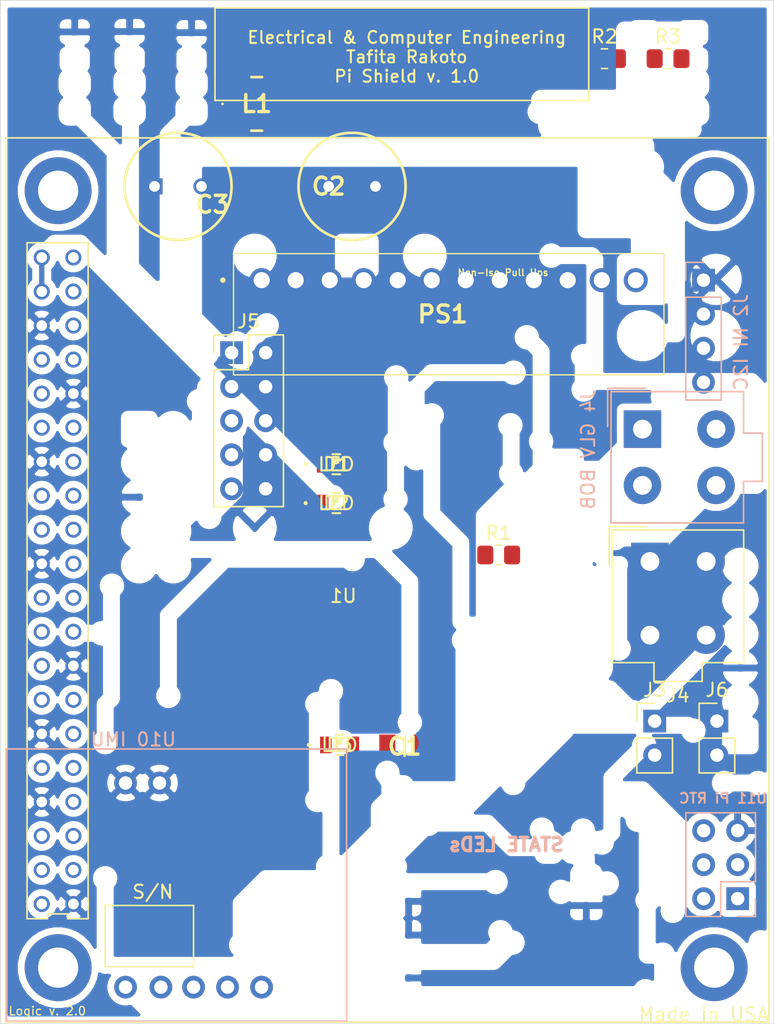
<source format=kicad_pcb>
(kicad_pcb (version 20171130) (host pcbnew "(5.1.10)-1")

  (general
    (thickness 1.6)
    (drawings 23)
    (tracks 7)
    (zones 0)
    (modules 20)
    (nets 15)
  )

  (page A4)
  (layers
    (0 F.Cu signal)
    (31 B.Cu signal)
    (32 B.Adhes user hide)
    (33 F.Adhes user hide)
    (34 B.Paste user hide)
    (35 F.Paste user hide)
    (36 B.SilkS user hide)
    (37 F.SilkS user hide)
    (38 B.Mask user hide)
    (39 F.Mask user hide)
    (40 Dwgs.User user hide)
    (41 Cmts.User user hide)
    (42 Eco1.User user hide)
    (43 Eco2.User user)
    (44 Edge.Cuts user)
    (45 Margin user hide)
    (46 B.CrtYd user hide)
    (47 F.CrtYd user hide)
    (48 B.Fab user hide)
    (49 F.Fab user hide)
  )

  (setup
    (last_trace_width 0.25)
    (user_trace_width 0.4)
    (trace_clearance 0.1778)
    (zone_clearance 0.508)
    (zone_45_only no)
    (trace_min 0.2)
    (via_size 0.8)
    (via_drill 0.4)
    (via_min_size 0.4)
    (via_min_drill 0.3)
    (uvia_size 0.3)
    (uvia_drill 0.1)
    (uvias_allowed no)
    (uvia_min_size 0.2)
    (uvia_min_drill 0.1)
    (edge_width 0.05)
    (segment_width 0.2)
    (pcb_text_width 0.3)
    (pcb_text_size 1.5 1.5)
    (mod_edge_width 0.12)
    (mod_text_size 1 1)
    (mod_text_width 0.15)
    (pad_size 1.15 1.4)
    (pad_drill 0)
    (pad_to_mask_clearance 0.05)
    (aux_axis_origin 0 0)
    (visible_elements 7FFFFFFF)
    (pcbplotparams
      (layerselection 0x010f0_ffffffff)
      (usegerberextensions false)
      (usegerberattributes true)
      (usegerberadvancedattributes true)
      (creategerberjobfile true)
      (excludeedgelayer true)
      (linewidth 0.100000)
      (plotframeref false)
      (viasonmask false)
      (mode 1)
      (useauxorigin false)
      (hpglpennumber 1)
      (hpglpenspeed 20)
      (hpglpendiameter 15.000000)
      (psnegative false)
      (psa4output false)
      (plotreference true)
      (plotvalue true)
      (plotinvisibletext false)
      (padsonsilk false)
      (subtractmaskfromsilk false)
      (outputformat 1)
      (mirror false)
      (drillshape 0)
      (scaleselection 1)
      (outputdirectory "Gerber/"))
  )

  (net 0 "")
  (net 1 /24V)
  (net 2 "Net-(D1-Pad2)")
  (net 3 "Net-(D2-Pad2)")
  (net 4 "Net-(D3-Pad2)")
  (net 5 /SR_CTRL)
  (net 6 /GLV_RTN)
  (net 7 /5V)
  (net 8 "Net-(C1-Pad1)")
  (net 9 "Net-(C3-Pad1)")
  (net 10 /SDA_PI)
  (net 11 /SCL_PI)
  (net 12 /CAN_L)
  (net 13 /CAN_H)
  (net 14 /3V3)

  (net_class Default "This is the default net class."
    (clearance 0.1778)
    (trace_width 0.25)
    (via_dia 0.8)
    (via_drill 0.4)
    (uvia_dia 0.3)
    (uvia_drill 0.1)
    (add_net /24V)
    (add_net /3V3)
    (add_net /5V)
    (add_net /CAN_H)
    (add_net /CAN_L)
    (add_net /GLV_RTN)
    (add_net /GPIO24)
    (add_net /GPIO25)
    (add_net /PI_SPI_CEO)
    (add_net /PI_SPI_MISO)
    (add_net /PI_SPI_MOSI)
    (add_net /SCL_PI)
    (add_net /SDA_PI)
    (add_net /SR_CTRL)
    (add_net "Net-(C1-Pad1)")
    (add_net "Net-(C3-Pad1)")
    (add_net "Net-(D1-Pad2)")
    (add_net "Net-(D2-Pad2)")
    (add_net "Net-(D3-Pad2)")
    (add_net "Net-(J3-Pad1)")
    (add_net "Net-(J3-Pad2)")
    (add_net "Net-(J4-Pad4)")
    (add_net "Net-(J6-Pad1)")
    (add_net "Net-(J6-Pad2)")
    (add_net "Net-(PS1-Pad1)")
    (add_net "Net-(U1-Pad10)")
    (add_net "Net-(U1-Pad11)")
    (add_net "Net-(U1-Pad12)")
    (add_net "Net-(U1-Pad13)")
    (add_net "Net-(U1-Pad15)")
    (add_net "Net-(U1-Pad16)")
    (add_net "Net-(U1-Pad17)")
    (add_net "Net-(U1-Pad26)")
    (add_net "Net-(U1-Pad27)")
    (add_net "Net-(U1-Pad28)")
    (add_net "Net-(U1-Pad29)")
    (add_net "Net-(U1-Pad32)")
    (add_net "Net-(U1-Pad33)")
    (add_net "Net-(U1-Pad35)")
    (add_net "Net-(U1-Pad36)")
    (add_net "Net-(U1-Pad37)")
    (add_net "Net-(U1-Pad38)")
    (add_net "Net-(U1-Pad40)")
    (add_net "Net-(U1-Pad7)")
    (add_net "Net-(U1-Pad8)")
    (add_net "Net-(U10-Pad2)")
    (add_net "Net-(U11-Pad1)")
    (add_net "Net-(U11-Pad3)")
  )

  (module "CarMan General Footprints:Raspberry_Pi_3_B" (layer F.Cu) (tedit 5FBB42DB) (tstamp 6079D9E6)
    (at 196.088 84.074 180)
    (path /5F9FC061)
    (fp_text reference U1 (at 0 0.5) (layer F.SilkS)
      (effects (font (size 1 1) (thickness 0.15)) (justify mirror))
    )
    (fp_text value RaspberryPi3 (at 0 -0.5) (layer B.Fab)
      (effects (font (size 1 1) (thickness 0.15)) (justify mirror))
    )
    (fp_line (start 20.572867 -23.5948) (end 19.052201 -23.5948) (layer F.SilkS) (width 0.12))
    (fp_line (start 25.2032 -31.3048) (end 25.2032 34.6952) (layer F.SilkS) (width 0.12))
    (fp_line (start -31.7968 34.6952) (end -31.7968 -31.3048) (layer F.SilkS) (width 0.12))
    (fp_line (start 25.2032 34.6952) (end -31.7968 34.6952) (layer F.SilkS) (width 0.12))
    (fp_line (start 23.614199 26.8652) (end 23.6142 -23.5948) (layer F.SilkS) (width 0.12))
    (fp_line (start 19.3032 26.6152) (end 19.3032 -23.3448) (layer F.CrtYd) (width 0.05))
    (fp_line (start 23.6142 -23.5948) (end 22.093533 -23.5948) (layer F.SilkS) (width 0.12))
    (fp_line (start 22.093533 -23.5948) (end 22.093533 -23.2348) (layer F.SilkS) (width 0.12))
    (fp_line (start -31.7968 -31.3048) (end 25.2032 -31.3048) (layer F.SilkS) (width 0.12))
    (fp_line (start 23.3632 26.6152) (end 19.3032 26.6152) (layer F.CrtYd) (width 0.05))
    (fp_line (start 22.093533 -23.2348) (end 20.572867 -23.2348) (layer F.SilkS) (width 0.12))
    (fp_line (start 23.3632 -23.3448) (end 23.3632 26.6152) (layer F.CrtYd) (width 0.05))
    (fp_line (start 19.3032 -23.3448) (end 23.3632 -23.3448) (layer F.CrtYd) (width 0.05))
    (fp_line (start 20.572867 -23.2348) (end 20.572867 -23.5948) (layer F.SilkS) (width 0.12))
    (fp_line (start 19.0522 26.8652) (end 23.614199 26.8652) (layer F.SilkS) (width 0.12))
    (fp_line (start 19.052201 -23.5948) (end 19.0522 26.8652) (layer F.SilkS) (width 0.12))
    (pad 32 thru_hole circle (at 22.5142 -12.3348 90) (size 1.2 1.2) (drill 0.8) (layers *.Cu *.Mask))
    (pad 24 thru_hole circle (at 22.5142 -2.1748 90) (size 1.2 1.2) (drill 0.8) (layers *.Cu *.Mask))
    (pad 19 thru_hole circle (at 20.1522 2.9052 90) (size 1.2 1.2) (drill 0.8) (layers *.Cu *.Mask))
    (pad 39 thru_hole circle (at 20.1522 -22.4948 90) (size 1.2 1.2) (drill 0.8) (layers *.Cu *.Mask)
      (net 6 /GLV_RTN))
    (pad 37 thru_hole circle (at 20.1522 -19.9548 90) (size 1.2 1.2) (drill 0.8) (layers *.Cu *.Mask))
    (pad 28 thru_hole circle (at 22.5142 -7.2548 90) (size 1.2 1.2) (drill 0.8) (layers *.Cu *.Mask))
    (pad 30 thru_hole circle (at 22.5142 -9.7948 90) (size 1.2 1.2) (drill 0.8) (layers *.Cu *.Mask)
      (net 6 /GLV_RTN))
    (pad 23 thru_hole circle (at 20.1522 -2.1748 90) (size 1.2 1.2) (drill 0.8) (layers *.Cu *.Mask))
    (pad 22 thru_hole circle (at 22.5142 0.3652 90) (size 1.2 1.2) (drill 0.8) (layers *.Cu *.Mask))
    (pad 21 thru_hole circle (at 20.1522 0.3652 90) (size 1.2 1.2) (drill 0.8) (layers *.Cu *.Mask))
    (pad 20 thru_hole circle (at 22.5142 2.9052 90) (size 1.2 1.2) (drill 0.8) (layers *.Cu *.Mask)
      (net 6 /GLV_RTN))
    (pad 40 thru_hole circle (at 22.5142 -22.4948 90) (size 1.2 1.2) (drill 0.8) (layers *.Cu *.Mask))
    (pad 29 thru_hole circle (at 20.1522 -9.7948 90) (size 1.2 1.2) (drill 0.8) (layers *.Cu *.Mask))
    (pad 35 thru_hole circle (at 20.1522 -17.4148 90) (size 1.2 1.2) (drill 0.8) (layers *.Cu *.Mask))
    (pad 18 thru_hole circle (at 22.5142 5.4452 90) (size 1.2 1.2) (drill 0.8) (layers *.Cu *.Mask))
    (pad 27 thru_hole circle (at 20.1522 -7.2548 90) (size 1.2 1.2) (drill 0.8) (layers *.Cu *.Mask))
    (pad 38 thru_hole circle (at 22.5142 -19.9548 90) (size 1.2 1.2) (drill 0.8) (layers *.Cu *.Mask))
    (pad 34 thru_hole circle (at 22.5142 -14.8748 90) (size 1.2 1.2) (drill 0.8) (layers *.Cu *.Mask)
      (net 6 /GLV_RTN))
    (pad 33 thru_hole circle (at 20.1522 -14.8748 90) (size 1.2 1.2) (drill 0.8) (layers *.Cu *.Mask))
    (pad 26 thru_hole circle (at 22.5142 -4.7148 90) (size 1.2 1.2) (drill 0.8) (layers *.Cu *.Mask))
    (pad 31 thru_hole circle (at 20.1522 -12.3348 90) (size 1.2 1.2) (drill 0.8) (layers *.Cu *.Mask)
      (net 5 /SR_CTRL))
    (pad 36 thru_hole circle (at 22.5142 -17.4148 90) (size 1.2 1.2) (drill 0.8) (layers *.Cu *.Mask))
    (pad 25 thru_hole circle (at 20.1522 -4.7148 90) (size 1.2 1.2) (drill 0.8) (layers *.Cu *.Mask)
      (net 6 /GLV_RTN))
    (pad 11 thru_hole circle (at 20.1522 13.0652 90) (size 1.2 1.2) (drill 0.8) (layers *.Cu *.Mask))
    (pad 44 thru_hole circle (at -27.7078 30.7532 90) (size 5 5) (drill 3) (layers *.Cu *.Mask))
    (pad 2 thru_hole circle (at 22.5142 25.7652 90) (size 1.2 1.2) (drill 0.8) (layers *.Cu *.Mask)
      (net 7 /5V))
    (pad 4 thru_hole circle (at 22.5142 23.2252 90) (size 1.2 1.2) (drill 0.8) (layers *.Cu *.Mask)
      (net 7 /5V))
    (pad 1 thru_hole circle (at 20.1522 25.7652 90) (size 1.2 1.2) (drill 0.8) (layers *.Cu *.Mask)
      (net 14 /3V3))
    (pad 13 thru_hole circle (at 20.1522 10.5252 90) (size 1.2 1.2) (drill 0.8) (layers *.Cu *.Mask))
    (pad 9 thru_hole circle (at 20.1522 15.6052 90) (size 1.2 1.2) (drill 0.8) (layers *.Cu *.Mask)
      (net 6 /GLV_RTN))
    (pad 14 thru_hole circle (at 22.5142 10.5252 90) (size 1.2 1.2) (drill 0.8) (layers *.Cu *.Mask)
      (net 6 /GLV_RTN))
    (pad 43 thru_hole circle (at -27.7078 -27.2468 90) (size 5 5) (drill 3) (layers *.Cu *.Mask))
    (pad 17 thru_hole circle (at 20.1522 5.4452 90) (size 1.2 1.2) (drill 0.8) (layers *.Cu *.Mask))
    (pad 41 thru_hole circle (at 21.2922 -27.2468 90) (size 5 5) (drill 3) (layers *.Cu *.Mask))
    (pad 6 thru_hole circle (at 22.5142 20.6852 90) (size 1.2 1.2) (drill 0.8) (layers *.Cu *.Mask)
      (net 6 /GLV_RTN))
    (pad 7 thru_hole circle (at 20.1522 18.1452 90) (size 1.2 1.2) (drill 0.8) (layers *.Cu *.Mask))
    (pad 10 thru_hole circle (at 22.5142 15.6052 90) (size 1.2 1.2) (drill 0.8) (layers *.Cu *.Mask))
    (pad 8 thru_hole circle (at 22.5142 18.1452 90) (size 1.2 1.2) (drill 0.8) (layers *.Cu *.Mask))
    (pad 42 thru_hole circle (at 21.2922 30.7532 90) (size 5 5) (drill 3) (layers *.Cu *.Mask))
    (pad 12 thru_hole circle (at 22.5142 13.0652 90) (size 1.2 1.2) (drill 0.8) (layers *.Cu *.Mask))
    (pad 3 thru_hole circle (at 20.1522 23.2252 90) (size 1.2 1.2) (drill 0.8) (layers *.Cu *.Mask)
      (net 10 /SDA_PI))
    (pad 5 thru_hole circle (at 20.1522 20.6852 90) (size 1.2 1.2) (drill 0.8) (layers *.Cu *.Mask)
      (net 11 /SCL_PI))
    (pad 15 thru_hole circle (at 20.1522 7.9852 90) (size 1.2 1.2) (drill 0.8) (layers *.Cu *.Mask))
    (pad 16 thru_hole circle (at 22.5142 7.9852 90) (size 1.2 1.2) (drill 0.8) (layers *.Cu *.Mask))
    (model ${KIPRJMOD}/Logic_3D_Models/raspberry_pi_3_b_plus.stp
      (offset (xyz -3 8 9.5))
      (scale (xyz 1 1 1))
      (rotate (xyz 0 -180 90))
    )
  )

  (module Resistor_SMD:R_0805_2012Metric_Pad1.20x1.40mm_HandSolder (layer F.Cu) (tedit 5F68FEEE) (tstamp 622870DD)
    (at 220.35343 43.46561)
    (descr "Resistor SMD 0805 (2012 Metric), square (rectangular) end terminal, IPC_7351 nominal with elongated pad for handsoldering. (Body size source: IPC-SM-782 page 72, https://www.pcb-3d.com/wordpress/wp-content/uploads/ipc-sm-782a_amendment_1_and_2.pdf), generated with kicad-footprint-generator")
    (tags "resistor handsolder")
    (path /62292A16)
    (attr smd)
    (fp_text reference R3 (at 0 -1.65) (layer F.SilkS)
      (effects (font (size 1 1) (thickness 0.15)))
    )
    (fp_text value 1K (at 0 1.65) (layer F.Fab)
      (effects (font (size 1 1) (thickness 0.15)))
    )
    (fp_text user %R (at 0 0) (layer F.Fab)
      (effects (font (size 0.5 0.5) (thickness 0.08)))
    )
    (fp_line (start -1 0.625) (end -1 -0.625) (layer F.Fab) (width 0.1))
    (fp_line (start -1 -0.625) (end 1 -0.625) (layer F.Fab) (width 0.1))
    (fp_line (start 1 -0.625) (end 1 0.625) (layer F.Fab) (width 0.1))
    (fp_line (start 1 0.625) (end -1 0.625) (layer F.Fab) (width 0.1))
    (fp_line (start -0.227064 -0.735) (end 0.227064 -0.735) (layer F.SilkS) (width 0.12))
    (fp_line (start -0.227064 0.735) (end 0.227064 0.735) (layer F.SilkS) (width 0.12))
    (fp_line (start -1.85 0.95) (end -1.85 -0.95) (layer F.CrtYd) (width 0.05))
    (fp_line (start -1.85 -0.95) (end 1.85 -0.95) (layer F.CrtYd) (width 0.05))
    (fp_line (start 1.85 -0.95) (end 1.85 0.95) (layer F.CrtYd) (width 0.05))
    (fp_line (start 1.85 0.95) (end -1.85 0.95) (layer F.CrtYd) (width 0.05))
    (pad 2 smd roundrect (at 1 0) (size 1.2 1.4) (layers F.Cu F.Paste F.Mask) (roundrect_rratio 0.208333)
      (net 4 "Net-(D3-Pad2)"))
    (pad 1 smd roundrect (at -1 0) (size 1.2 1.4) (layers F.Cu F.Paste F.Mask) (roundrect_rratio 0.208333)
      (net 10 /SDA_PI))
    (model ${KISYS3DMOD}/Resistor_SMD.3dshapes/R_0805_2012Metric.wrl
      (at (xyz 0 0 0))
      (scale (xyz 1 1 1))
      (rotate (xyz 0 0 0))
    )
  )

  (module Resistor_SMD:R_0805_2012Metric_Pad1.20x1.40mm_HandSolder (layer F.Cu) (tedit 5F68FEEE) (tstamp 622870CC)
    (at 215.60343 43.46561)
    (descr "Resistor SMD 0805 (2012 Metric), square (rectangular) end terminal, IPC_7351 nominal with elongated pad for handsoldering. (Body size source: IPC-SM-782 page 72, https://www.pcb-3d.com/wordpress/wp-content/uploads/ipc-sm-782a_amendment_1_and_2.pdf), generated with kicad-footprint-generator")
    (tags "resistor handsolder")
    (path /6228F69D)
    (attr smd)
    (fp_text reference R2 (at 0 -1.65) (layer F.SilkS)
      (effects (font (size 1 1) (thickness 0.15)))
    )
    (fp_text value 1K (at 0 1.65) (layer F.Fab)
      (effects (font (size 1 1) (thickness 0.15)))
    )
    (fp_text user %R (at 0 0) (layer F.Fab)
      (effects (font (size 0.5 0.5) (thickness 0.08)))
    )
    (fp_line (start -1 0.625) (end -1 -0.625) (layer F.Fab) (width 0.1))
    (fp_line (start -1 -0.625) (end 1 -0.625) (layer F.Fab) (width 0.1))
    (fp_line (start 1 -0.625) (end 1 0.625) (layer F.Fab) (width 0.1))
    (fp_line (start 1 0.625) (end -1 0.625) (layer F.Fab) (width 0.1))
    (fp_line (start -0.227064 -0.735) (end 0.227064 -0.735) (layer F.SilkS) (width 0.12))
    (fp_line (start -0.227064 0.735) (end 0.227064 0.735) (layer F.SilkS) (width 0.12))
    (fp_line (start -1.85 0.95) (end -1.85 -0.95) (layer F.CrtYd) (width 0.05))
    (fp_line (start -1.85 -0.95) (end 1.85 -0.95) (layer F.CrtYd) (width 0.05))
    (fp_line (start 1.85 -0.95) (end 1.85 0.95) (layer F.CrtYd) (width 0.05))
    (fp_line (start 1.85 0.95) (end -1.85 0.95) (layer F.CrtYd) (width 0.05))
    (pad 2 smd roundrect (at 1 0) (size 1.2 1.4) (layers F.Cu F.Paste F.Mask) (roundrect_rratio 0.208333)
      (net 3 "Net-(D2-Pad2)"))
    (pad 1 smd roundrect (at -1 0) (size 1.2 1.4) (layers F.Cu F.Paste F.Mask) (roundrect_rratio 0.208333)
      (net 14 /3V3))
    (model ${KISYS3DMOD}/Resistor_SMD.3dshapes/R_0805_2012Metric.wrl
      (at (xyz 0 0 0))
      (scale (xyz 1 1 1))
      (rotate (xyz 0 0 0))
    )
  )

  (module Resistor_SMD:R_0805_2012Metric_Pad1.20x1.40mm_HandSolder (layer F.Cu) (tedit 5F68FEEE) (tstamp 622870BB)
    (at 207.70343 80.51561)
    (descr "Resistor SMD 0805 (2012 Metric), square (rectangular) end terminal, IPC_7351 nominal with elongated pad for handsoldering. (Body size source: IPC-SM-782 page 72, https://www.pcb-3d.com/wordpress/wp-content/uploads/ipc-sm-782a_amendment_1_and_2.pdf), generated with kicad-footprint-generator")
    (tags "resistor handsolder")
    (path /6227A49C)
    (attr smd)
    (fp_text reference R1 (at 0 -1.65) (layer F.SilkS)
      (effects (font (size 1 1) (thickness 0.15)))
    )
    (fp_text value 2K (at 0 1.65) (layer F.Fab)
      (effects (font (size 1 1) (thickness 0.15)))
    )
    (fp_text user %R (at 0 0) (layer F.Fab)
      (effects (font (size 0.5 0.5) (thickness 0.08)))
    )
    (fp_line (start -1 0.625) (end -1 -0.625) (layer F.Fab) (width 0.1))
    (fp_line (start -1 -0.625) (end 1 -0.625) (layer F.Fab) (width 0.1))
    (fp_line (start 1 -0.625) (end 1 0.625) (layer F.Fab) (width 0.1))
    (fp_line (start 1 0.625) (end -1 0.625) (layer F.Fab) (width 0.1))
    (fp_line (start -0.227064 -0.735) (end 0.227064 -0.735) (layer F.SilkS) (width 0.12))
    (fp_line (start -0.227064 0.735) (end 0.227064 0.735) (layer F.SilkS) (width 0.12))
    (fp_line (start -1.85 0.95) (end -1.85 -0.95) (layer F.CrtYd) (width 0.05))
    (fp_line (start -1.85 -0.95) (end 1.85 -0.95) (layer F.CrtYd) (width 0.05))
    (fp_line (start 1.85 -0.95) (end 1.85 0.95) (layer F.CrtYd) (width 0.05))
    (fp_line (start 1.85 0.95) (end -1.85 0.95) (layer F.CrtYd) (width 0.05))
    (pad 2 smd roundrect (at 1 0) (size 1.2 1.4) (layers F.Cu F.Paste F.Mask) (roundrect_rratio 0.208333)
      (net 2 "Net-(D1-Pad2)"))
    (pad 1 smd roundrect (at -1 0) (size 1.2 1.4) (layers F.Cu F.Paste F.Mask) (roundrect_rratio 0.208333)
      (net 7 /5V))
    (model ${KISYS3DMOD}/Resistor_SMD.3dshapes/R_0805_2012Metric.wrl
      (at (xyz 0 0 0))
      (scale (xyz 1 1 1))
      (rotate (xyz 0 0 0))
    )
  )

  (module SamacSys_Parts:P783Q24S5S (layer F.Cu) (tedit 0) (tstamp 622870AA)
    (at 190 60)
    (descr P783-Q24-S5-S-1)
    (tags "Power Supply")
    (path /62268053)
    (fp_text reference PS1 (at 13.522 2.545) (layer F.SilkS)
      (effects (font (size 1.27 1.27) (thickness 0.254)))
    )
    (fp_text value Regulator (at 13.522 2.545) (layer F.SilkS) hide
      (effects (font (size 1.27 1.27) (thickness 0.254)))
    )
    (fp_arc (start -2.9 0) (end -2.8 0) (angle -180) (layer F.SilkS) (width 0.2))
    (fp_arc (start -2.9 0) (end -3 0) (angle -180) (layer F.SilkS) (width 0.2))
    (fp_text user %R (at 13.522 2.545) (layer F.Fab)
      (effects (font (size 1.27 1.27) (thickness 0.254)))
    )
    (fp_line (start -2.105 7.07) (end 30.045 7.07) (layer F.Fab) (width 0.2))
    (fp_line (start 30.045 7.07) (end 30.045 -1.98) (layer F.Fab) (width 0.2))
    (fp_line (start 30.045 -1.98) (end -2.105 -1.98) (layer F.Fab) (width 0.2))
    (fp_line (start -2.105 -1.98) (end -2.105 7.07) (layer F.Fab) (width 0.2))
    (fp_line (start -2.105 7.07) (end 30.045 7.07) (layer F.SilkS) (width 0.1))
    (fp_line (start 30.045 7.07) (end 30.045 -1.98) (layer F.SilkS) (width 0.1))
    (fp_line (start 30.045 -1.98) (end -2.105 -1.98) (layer F.SilkS) (width 0.1))
    (fp_line (start -2.105 -1.98) (end -2.105 7.07) (layer F.SilkS) (width 0.1))
    (fp_line (start -4 8.07) (end 31.045 8.07) (layer F.CrtYd) (width 0.1))
    (fp_line (start 31.045 8.07) (end 31.045 -2.98) (layer F.CrtYd) (width 0.1))
    (fp_line (start 31.045 -2.98) (end -4 -2.98) (layer F.CrtYd) (width 0.1))
    (fp_line (start -4 -2.98) (end -4 8.07) (layer F.CrtYd) (width 0.1))
    (fp_line (start -3 0) (end -3 0) (layer F.SilkS) (width 0.2))
    (fp_line (start -2.8 0) (end -2.8 0) (layer F.SilkS) (width 0.2))
    (pad 12 thru_hole circle (at 27.94 0) (size 1.8 1.8) (drill 1.2) (layers *.Cu *.Mask))
    (pad 11 thru_hole circle (at 25.4 0) (size 1.8 1.8) (drill 1.2) (layers *.Cu *.Mask)
      (net 7 /5V))
    (pad 10 thru_hole circle (at 22.86 0) (size 1.8 1.8) (drill 1.2) (layers *.Cu *.Mask)
      (net 7 /5V))
    (pad 9 thru_hole circle (at 20.32 0) (size 1.8 1.8) (drill 1.2) (layers *.Cu *.Mask)
      (net 7 /5V))
    (pad 8 thru_hole circle (at 17.78 0) (size 1.8 1.8) (drill 1.2) (layers *.Cu *.Mask)
      (net 8 "Net-(C1-Pad1)"))
    (pad 7 thru_hole circle (at 15.24 0) (size 1.8 1.8) (drill 1.2) (layers *.Cu *.Mask)
      (net 8 "Net-(C1-Pad1)"))
    (pad 6 thru_hole circle (at 12.7 0) (size 1.8 1.8) (drill 1.2) (layers *.Cu *.Mask)
      (net 8 "Net-(C1-Pad1)"))
    (pad 5 thru_hole circle (at 10.16 0) (size 1.8 1.8) (drill 1.2) (layers *.Cu *.Mask)
      (net 8 "Net-(C1-Pad1)"))
    (pad 4 thru_hole circle (at 7.62 0) (size 1.8 1.8) (drill 1.2) (layers *.Cu *.Mask)
      (net 9 "Net-(C3-Pad1)"))
    (pad 3 thru_hole circle (at 5.08 0) (size 1.8 1.8) (drill 1.2) (layers *.Cu *.Mask)
      (net 9 "Net-(C3-Pad1)"))
    (pad 2 thru_hole circle (at 2.54 0) (size 1.8 1.8) (drill 1.2) (layers *.Cu *.Mask)
      (net 9 "Net-(C3-Pad1)"))
    (pad 1 thru_hole circle (at 0 0) (size 1.8 1.8) (drill 1.2) (layers *.Cu *.Mask))
    (model "C:\\Users\\rakotozt\\Desktop\\Carman-2021\\CarMan KiCAD Library\\SamacSys_Parts.3dshapes\\P783-Q24-S5-S.stp"
      (at (xyz 0 0 0))
      (scale (xyz 1 1 1))
      (rotate (xyz 0 0 0))
    )
  )

  (module SamacSys_Parts:VLS4012HBX220MN (layer F.Cu) (tedit 0) (tstamp 62287089)
    (at 189.62843 46.84061)
    (descr VLS4012HBX-220M-N-2)
    (tags Inductor)
    (path /6228A76D)
    (attr smd)
    (fp_text reference L1 (at 0 0) (layer F.SilkS)
      (effects (font (size 1.27 1.27) (thickness 0.254)))
    )
    (fp_text value 22uH (at 0 0) (layer F.SilkS) hide
      (effects (font (size 1.27 1.27) (thickness 0.254)))
    )
    (fp_arc (start -2.55 0) (end -2.5 0) (angle -180) (layer F.SilkS) (width 0.1))
    (fp_arc (start -2.55 0) (end -2.6 0) (angle -180) (layer F.SilkS) (width 0.1))
    (fp_text user %R (at 0 0) (layer F.Fab)
      (effects (font (size 1.27 1.27) (thickness 0.254)))
    )
    (fp_line (start -2 -2) (end 2 -2) (layer F.Fab) (width 0.1))
    (fp_line (start 2 -2) (end 2 2) (layer F.Fab) (width 0.1))
    (fp_line (start 2 2) (end -2 2) (layer F.Fab) (width 0.1))
    (fp_line (start -2 2) (end -2 -2) (layer F.Fab) (width 0.1))
    (fp_line (start -3.05 -3.2) (end 3.05 -3.2) (layer F.CrtYd) (width 0.1))
    (fp_line (start 3.05 -3.2) (end 3.05 3.2) (layer F.CrtYd) (width 0.1))
    (fp_line (start 3.05 3.2) (end -3.05 3.2) (layer F.CrtYd) (width 0.1))
    (fp_line (start -3.05 3.2) (end -3.05 -3.2) (layer F.CrtYd) (width 0.1))
    (fp_line (start -0.4 -2) (end 0.4 -2) (layer F.SilkS) (width 0.2))
    (fp_line (start -0.4 2) (end 0.4 2) (layer F.SilkS) (width 0.2))
    (fp_line (start -2.6 0) (end -2.6 0) (layer F.SilkS) (width 0.1))
    (fp_line (start -2.5 0) (end -2.5 0) (layer F.SilkS) (width 0.1))
    (pad 2 smd rect (at 1.4 0) (size 1.3 4.4) (layers F.Cu F.Paste F.Mask)
      (net 9 "Net-(C3-Pad1)"))
    (pad 1 smd rect (at -1.4 0) (size 1.3 4.4) (layers F.Cu F.Paste F.Mask)
      (net 1 /24V))
    (model "C:\\Users\\rakotozt\\Desktop\\Carman-2021\\CarMan KiCAD Library\\SamacSys_Parts.3dshapes\\VLS4012HBX-220M-N.stp"
      (offset (xyz 0 0 0.009999999626297744))
      (scale (xyz 1 1 1))
      (rotate (xyz -90 0 0))
    )
  )

  (module Connector_PinHeader_2.54mm:PinHeader_1x02_P2.54mm_Vertical (layer F.Cu) (tedit 59FED5CC) (tstamp 62287074)
    (at 224.00343 92.91561)
    (descr "Through hole straight pin header, 1x02, 2.54mm pitch, single row")
    (tags "Through hole pin header THT 1x02 2.54mm single row")
    (path /62378B09)
    (fp_text reference J6 (at 0 -2.33) (layer F.SilkS)
      (effects (font (size 1 1) (thickness 0.15)))
    )
    (fp_text value "PICAN 2 Connector" (at 0 4.87) (layer F.Fab)
      (effects (font (size 1 1) (thickness 0.15)))
    )
    (fp_text user %R (at 0 1.27 90) (layer F.Fab)
      (effects (font (size 1 1) (thickness 0.15)))
    )
    (fp_line (start -0.635 -1.27) (end 1.27 -1.27) (layer F.Fab) (width 0.1))
    (fp_line (start 1.27 -1.27) (end 1.27 3.81) (layer F.Fab) (width 0.1))
    (fp_line (start 1.27 3.81) (end -1.27 3.81) (layer F.Fab) (width 0.1))
    (fp_line (start -1.27 3.81) (end -1.27 -0.635) (layer F.Fab) (width 0.1))
    (fp_line (start -1.27 -0.635) (end -0.635 -1.27) (layer F.Fab) (width 0.1))
    (fp_line (start -1.33 3.87) (end 1.33 3.87) (layer F.SilkS) (width 0.12))
    (fp_line (start -1.33 1.27) (end -1.33 3.87) (layer F.SilkS) (width 0.12))
    (fp_line (start 1.33 1.27) (end 1.33 3.87) (layer F.SilkS) (width 0.12))
    (fp_line (start -1.33 1.27) (end 1.33 1.27) (layer F.SilkS) (width 0.12))
    (fp_line (start -1.33 0) (end -1.33 -1.33) (layer F.SilkS) (width 0.12))
    (fp_line (start -1.33 -1.33) (end 0 -1.33) (layer F.SilkS) (width 0.12))
    (fp_line (start -1.8 -1.8) (end -1.8 4.35) (layer F.CrtYd) (width 0.05))
    (fp_line (start -1.8 4.35) (end 1.8 4.35) (layer F.CrtYd) (width 0.05))
    (fp_line (start 1.8 4.35) (end 1.8 -1.8) (layer F.CrtYd) (width 0.05))
    (fp_line (start 1.8 -1.8) (end -1.8 -1.8) (layer F.CrtYd) (width 0.05))
    (pad 2 thru_hole oval (at 0 2.54) (size 1.7 1.7) (drill 1) (layers *.Cu *.Mask))
    (pad 1 thru_hole rect (at 0 0) (size 1.7 1.7) (drill 1) (layers *.Cu *.Mask))
    (model ${KISYS3DMOD}/Connector_PinHeader_2.54mm.3dshapes/PinHeader_1x02_P2.54mm_Vertical.wrl
      (at (xyz 0 0 0))
      (scale (xyz 1 1 1))
      (rotate (xyz 0 0 0))
    )
  )

  (module Connector_PinHeader_2.54mm:PinHeader_2x05_P2.54mm_Vertical (layer F.Cu) (tedit 59FED5CC) (tstamp 6228705E)
    (at 187.75343 65.41561)
    (descr "Through hole straight pin header, 2x05, 2.54mm pitch, double rows")
    (tags "Through hole pin header THT 2x05 2.54mm double row")
    (path /6234CBDE)
    (fp_text reference J5 (at 1.27 -2.33) (layer F.SilkS)
      (effects (font (size 1 1) (thickness 0.15)))
    )
    (fp_text value "TSI Header" (at 1.27 12.49) (layer F.Fab)
      (effects (font (size 1 1) (thickness 0.15)))
    )
    (fp_text user %R (at 1.27 5.08 90) (layer F.Fab)
      (effects (font (size 1 1) (thickness 0.15)))
    )
    (fp_line (start 0 -1.27) (end 3.81 -1.27) (layer F.Fab) (width 0.1))
    (fp_line (start 3.81 -1.27) (end 3.81 11.43) (layer F.Fab) (width 0.1))
    (fp_line (start 3.81 11.43) (end -1.27 11.43) (layer F.Fab) (width 0.1))
    (fp_line (start -1.27 11.43) (end -1.27 0) (layer F.Fab) (width 0.1))
    (fp_line (start -1.27 0) (end 0 -1.27) (layer F.Fab) (width 0.1))
    (fp_line (start -1.33 11.49) (end 3.87 11.49) (layer F.SilkS) (width 0.12))
    (fp_line (start -1.33 1.27) (end -1.33 11.49) (layer F.SilkS) (width 0.12))
    (fp_line (start 3.87 -1.33) (end 3.87 11.49) (layer F.SilkS) (width 0.12))
    (fp_line (start -1.33 1.27) (end 1.27 1.27) (layer F.SilkS) (width 0.12))
    (fp_line (start 1.27 1.27) (end 1.27 -1.33) (layer F.SilkS) (width 0.12))
    (fp_line (start 1.27 -1.33) (end 3.87 -1.33) (layer F.SilkS) (width 0.12))
    (fp_line (start -1.33 0) (end -1.33 -1.33) (layer F.SilkS) (width 0.12))
    (fp_line (start -1.33 -1.33) (end 0 -1.33) (layer F.SilkS) (width 0.12))
    (fp_line (start -1.8 -1.8) (end -1.8 11.95) (layer F.CrtYd) (width 0.05))
    (fp_line (start -1.8 11.95) (end 4.35 11.95) (layer F.CrtYd) (width 0.05))
    (fp_line (start 4.35 11.95) (end 4.35 -1.8) (layer F.CrtYd) (width 0.05))
    (fp_line (start 4.35 -1.8) (end -1.8 -1.8) (layer F.CrtYd) (width 0.05))
    (pad 10 thru_hole oval (at 2.54 10.16) (size 1.7 1.7) (drill 1) (layers *.Cu *.Mask))
    (pad 9 thru_hole oval (at 0 10.16) (size 1.7 1.7) (drill 1) (layers *.Cu *.Mask))
    (pad 8 thru_hole oval (at 2.54 7.62) (size 1.7 1.7) (drill 1) (layers *.Cu *.Mask))
    (pad 7 thru_hole oval (at 0 7.62) (size 1.7 1.7) (drill 1) (layers *.Cu *.Mask))
    (pad 6 thru_hole oval (at 2.54 5.08) (size 1.7 1.7) (drill 1) (layers *.Cu *.Mask))
    (pad 5 thru_hole oval (at 0 5.08) (size 1.7 1.7) (drill 1) (layers *.Cu *.Mask))
    (pad 4 thru_hole oval (at 2.54 2.54) (size 1.7 1.7) (drill 1) (layers *.Cu *.Mask)
      (net 5 /SR_CTRL))
    (pad 3 thru_hole oval (at 0 2.54) (size 1.7 1.7) (drill 1) (layers *.Cu *.Mask)
      (net 6 /GLV_RTN))
    (pad 2 thru_hole oval (at 2.54 0) (size 1.7 1.7) (drill 1) (layers *.Cu *.Mask)
      (net 12 /CAN_L))
    (pad 1 thru_hole rect (at 0 0) (size 1.7 1.7) (drill 1) (layers *.Cu *.Mask)
      (net 13 /CAN_H))
    (model ${KISYS3DMOD}/Connector_PinHeader_2.54mm.3dshapes/PinHeader_2x05_P2.54mm_Vertical.wrl
      (at (xyz 0 0 0))
      (scale (xyz 1 1 1))
      (rotate (xyz 0 0 0))
    )
  )

  (module "CarMan General Footprints:Molex_MiniFit-JR-5556-04A_2x02x4.20mm_Straight" (layer F.Cu) (tedit 58A28952) (tstamp 6228703E)
    (at 219 81)
    (descr "Molex Mini-Fit JR, PN:5556-04A, dual row, top entry type, through hole")
    (tags "connector molex mini-fit 5556")
    (path /6233B304)
    (fp_text reference J4 (at 2.1 10) (layer F.SilkS)
      (effects (font (size 1 1) (thickness 0.15)))
    )
    (fp_text value "Motor Controller Header" (at 2.1 -4) (layer F.Fab)
      (effects (font (size 1 1) (thickness 0.15)))
    )
    (fp_text user %R (at 2.1 3) (layer F.Fab)
      (effects (font (size 1 1) (thickness 0.15)))
    )
    (fp_line (start -2.7 -2.25) (end -2.7 7.45) (layer F.Fab) (width 0.1))
    (fp_line (start -2.7 7.45) (end 6.9 7.45) (layer F.Fab) (width 0.1))
    (fp_line (start 6.9 7.45) (end 6.9 -2.25) (layer F.Fab) (width 0.1))
    (fp_line (start 6.9 -2.25) (end -2.7 -2.25) (layer F.Fab) (width 0.1))
    (fp_line (start 0.4 7.45) (end 0.4 8.85) (layer F.Fab) (width 0.1))
    (fp_line (start 0.4 8.85) (end 3.8 8.85) (layer F.Fab) (width 0.1))
    (fp_line (start 3.8 8.85) (end 3.8 7.45) (layer F.Fab) (width 0.1))
    (fp_line (start -1.75 -1.75) (end -1.75 1.75) (layer F.Fab) (width 0.1))
    (fp_line (start -1.75 1.75) (end 1.75 1.75) (layer F.Fab) (width 0.1))
    (fp_line (start 1.75 1.75) (end 1.75 -1.75) (layer F.Fab) (width 0.1))
    (fp_line (start 1.75 -1.75) (end -1.75 -1.75) (layer F.Fab) (width 0.1))
    (fp_line (start -1.75 7.25) (end -1.75 4.625) (layer F.Fab) (width 0.1))
    (fp_line (start -1.75 4.625) (end -0.875 3.75) (layer F.Fab) (width 0.1))
    (fp_line (start -0.875 3.75) (end 0.875 3.75) (layer F.Fab) (width 0.1))
    (fp_line (start 0.875 3.75) (end 1.75 4.625) (layer F.Fab) (width 0.1))
    (fp_line (start 1.75 4.625) (end 1.75 7.25) (layer F.Fab) (width 0.1))
    (fp_line (start 1.75 7.25) (end -1.75 7.25) (layer F.Fab) (width 0.1))
    (fp_line (start 2.45 3.75) (end 2.45 7.25) (layer F.Fab) (width 0.1))
    (fp_line (start 2.45 7.25) (end 5.95 7.25) (layer F.Fab) (width 0.1))
    (fp_line (start 5.95 7.25) (end 5.95 3.75) (layer F.Fab) (width 0.1))
    (fp_line (start 5.95 3.75) (end 2.45 3.75) (layer F.Fab) (width 0.1))
    (fp_line (start 2.45 1.75) (end 2.45 -0.875) (layer F.Fab) (width 0.1))
    (fp_line (start 2.45 -0.875) (end 3.325 -1.75) (layer F.Fab) (width 0.1))
    (fp_line (start 3.325 -1.75) (end 5.075 -1.75) (layer F.Fab) (width 0.1))
    (fp_line (start 5.075 -1.75) (end 5.95 -0.875) (layer F.Fab) (width 0.1))
    (fp_line (start 5.95 -0.875) (end 5.95 1.75) (layer F.Fab) (width 0.1))
    (fp_line (start 5.95 1.75) (end 2.45 1.75) (layer F.Fab) (width 0.1))
    (fp_line (start 2.1 -2.35) (end -2.8 -2.35) (layer F.SilkS) (width 0.12))
    (fp_line (start -2.8 -2.35) (end -2.8 7.55) (layer F.SilkS) (width 0.12))
    (fp_line (start -2.8 7.55) (end 0.3 7.55) (layer F.SilkS) (width 0.12))
    (fp_line (start 0.3 7.55) (end 0.3 8.95) (layer F.SilkS) (width 0.12))
    (fp_line (start 0.3 8.95) (end 2.1 8.95) (layer F.SilkS) (width 0.12))
    (fp_line (start 2.1 -2.35) (end 7 -2.35) (layer F.SilkS) (width 0.12))
    (fp_line (start 7 -2.35) (end 7 7.55) (layer F.SilkS) (width 0.12))
    (fp_line (start 7 7.55) (end 3.9 7.55) (layer F.SilkS) (width 0.12))
    (fp_line (start 3.9 7.55) (end 3.9 8.95) (layer F.SilkS) (width 0.12))
    (fp_line (start 3.9 8.95) (end 2.1 8.95) (layer F.SilkS) (width 0.12))
    (fp_line (start -0.2 -2.6) (end -3.05 -2.6) (layer F.SilkS) (width 0.12))
    (fp_line (start -3.05 -2.6) (end -3.05 0.25) (layer F.SilkS) (width 0.12))
    (fp_line (start -0.2 -2.6) (end -3.05 -2.6) (layer F.Fab) (width 0.1))
    (fp_line (start -3.05 -2.6) (end -3.05 0.25) (layer F.Fab) (width 0.1))
    (fp_line (start -3.15 -2.75) (end -3.15 9.3) (layer F.CrtYd) (width 0.05))
    (fp_line (start -3.15 9.3) (end 7.4 9.3) (layer F.CrtYd) (width 0.05))
    (fp_line (start 7.4 9.3) (end 7.4 -2.75) (layer F.CrtYd) (width 0.05))
    (fp_line (start 7.4 -2.75) (end -3.15 -2.75) (layer F.CrtYd) (width 0.05))
    (pad 4 thru_hole circle (at 4.2 5.5) (size 2.8 2.8) (drill 1.4) (layers *.Cu *.Mask))
    (pad 3 thru_hole circle (at 0 5.5) (size 2.8 2.8) (drill 1.4) (layers *.Cu *.Mask)
      (net 6 /GLV_RTN))
    (pad 2 thru_hole circle (at 4.2 0) (size 2.8 2.8) (drill 1.4) (layers *.Cu *.Mask)
      (net 12 /CAN_L))
    (pad 1 thru_hole rect (at 0 0) (size 2.8 2.8) (drill 1.4) (layers *.Cu *.Mask)
      (net 13 /CAN_H))
    (model ${KISYS3DMOD}/Connectors_Molex.3dshapes/Molex_MiniFit-JR-5556-04A_2x02x4.20mm_Straight.wrl
      (at (xyz 0 0 0))
      (scale (xyz 1 1 1))
      (rotate (xyz 0 0 0))
    )
  )

  (module Connector_PinHeader_2.54mm:PinHeader_1x02_P2.54mm_Vertical (layer F.Cu) (tedit 59FED5CC) (tstamp 62287008)
    (at 219.35343 92.91561)
    (descr "Through hole straight pin header, 1x02, 2.54mm pitch, single row")
    (tags "Through hole pin header THT 1x02 2.54mm single row")
    (path /624330E8)
    (fp_text reference J3 (at 0 -2.33) (layer F.SilkS)
      (effects (font (size 1 1) (thickness 0.15)))
    )
    (fp_text value "PICAN 2 Connector" (at 0 4.87) (layer F.Fab)
      (effects (font (size 1 1) (thickness 0.15)))
    )
    (fp_text user %R (at 0 1.27 90) (layer F.Fab)
      (effects (font (size 1 1) (thickness 0.15)))
    )
    (fp_line (start -0.635 -1.27) (end 1.27 -1.27) (layer F.Fab) (width 0.1))
    (fp_line (start 1.27 -1.27) (end 1.27 3.81) (layer F.Fab) (width 0.1))
    (fp_line (start 1.27 3.81) (end -1.27 3.81) (layer F.Fab) (width 0.1))
    (fp_line (start -1.27 3.81) (end -1.27 -0.635) (layer F.Fab) (width 0.1))
    (fp_line (start -1.27 -0.635) (end -0.635 -1.27) (layer F.Fab) (width 0.1))
    (fp_line (start -1.33 3.87) (end 1.33 3.87) (layer F.SilkS) (width 0.12))
    (fp_line (start -1.33 1.27) (end -1.33 3.87) (layer F.SilkS) (width 0.12))
    (fp_line (start 1.33 1.27) (end 1.33 3.87) (layer F.SilkS) (width 0.12))
    (fp_line (start -1.33 1.27) (end 1.33 1.27) (layer F.SilkS) (width 0.12))
    (fp_line (start -1.33 0) (end -1.33 -1.33) (layer F.SilkS) (width 0.12))
    (fp_line (start -1.33 -1.33) (end 0 -1.33) (layer F.SilkS) (width 0.12))
    (fp_line (start -1.8 -1.8) (end -1.8 4.35) (layer F.CrtYd) (width 0.05))
    (fp_line (start -1.8 4.35) (end 1.8 4.35) (layer F.CrtYd) (width 0.05))
    (fp_line (start 1.8 4.35) (end 1.8 -1.8) (layer F.CrtYd) (width 0.05))
    (fp_line (start 1.8 -1.8) (end -1.8 -1.8) (layer F.CrtYd) (width 0.05))
    (pad 2 thru_hole oval (at 0 2.54) (size 1.7 1.7) (drill 1) (layers *.Cu *.Mask))
    (pad 1 thru_hole rect (at 0 0) (size 1.7 1.7) (drill 1) (layers *.Cu *.Mask))
    (model ${KISYS3DMOD}/Connector_PinHeader_2.54mm.3dshapes/PinHeader_1x02_P2.54mm_Vertical.wrl
      (at (xyz 0 0 0))
      (scale (xyz 1 1 1))
      (rotate (xyz 0 0 0))
    )
  )

  (module "CarMan General Footprints:VAOL-S8GT4" (layer F.Cu) (tedit 0) (tstamp 62286FA6)
    (at 195.81953 94.69311)
    (path /62292A10)
    (fp_text reference D3 (at 0 0) (layer F.SilkS)
      (effects (font (size 1 1) (thickness 0.15)))
    )
    (fp_text value LED (at 0 0) (layer F.SilkS)
      (effects (font (size 1 1) (thickness 0.15)))
    )
    (fp_text user 0.047in/1.194mm (at 0 3.6703) (layer Dwgs.User)
      (effects (font (size 1 1) (thickness 0.15)))
    )
    (fp_text user 0.115in/2.921mm (at 0 -3.6703) (layer Dwgs.User)
      (effects (font (size 1 1) (thickness 0.15)))
    )
    (fp_text user 0.049in/1.245mm (at 4.1529 0) (layer Dwgs.User)
      (effects (font (size 1 1) (thickness 0.15)))
    )
    (fp_text user * (at 0 0) (layer F.Fab)
      (effects (font (size 1 1) (thickness 0.15)))
    )
    (fp_text user * (at 0 0) (layer F.SilkS)
      (effects (font (size 1 1) (thickness 0.15)))
    )
    (fp_text user "Copyright 2016 Accelerated Designs. All rights reserved." (at 0 0) (layer Cmts.User)
      (effects (font (size 0.127 0.127) (thickness 0.002)))
    )
    (fp_line (start -0.5969 0.6223) (end -0.5969 -0.6223) (layer F.Fab) (width 0.1524))
    (fp_line (start -0.5969 -0.6223) (end -1.1049 -0.6223) (layer F.Fab) (width 0.1524))
    (fp_line (start -1.1049 -0.6223) (end -1.1049 0.6223) (layer F.Fab) (width 0.1524))
    (fp_line (start -1.1049 0.6223) (end -0.5969 0.6223) (layer F.Fab) (width 0.1524))
    (fp_line (start 0.5969 -0.6223) (end 0.5969 0.6223) (layer F.Fab) (width 0.1524))
    (fp_line (start 0.5969 0.6223) (end 1.1049 0.6223) (layer F.Fab) (width 0.1524))
    (fp_line (start 1.1049 0.6223) (end 1.1049 -0.6223) (layer F.Fab) (width 0.1524))
    (fp_line (start 1.1049 -0.6223) (end 0.5969 -0.6223) (layer F.Fab) (width 0.1524))
    (fp_line (start -0.28935 0.7493) (end 0.28935 0.7493) (layer F.SilkS) (width 0.1524))
    (fp_line (start 0.28935 -0.7493) (end -0.28935 -0.7493) (layer F.SilkS) (width 0.1524))
    (fp_line (start -1.1049 0.6223) (end 1.1049 0.6223) (layer F.Fab) (width 0.1524))
    (fp_line (start 1.1049 0.6223) (end 1.1049 -0.6223) (layer F.Fab) (width 0.1524))
    (fp_line (start 1.1049 -0.6223) (end -1.1049 -0.6223) (layer F.Fab) (width 0.1524))
    (fp_line (start -1.1049 -0.6223) (end -1.1049 0.6223) (layer F.Fab) (width 0.1524))
    (fp_line (start -1.7145 0.8763) (end -1.7145 -0.8763) (layer F.CrtYd) (width 0.1524))
    (fp_line (start -1.7145 -0.8763) (end 1.7145 -0.8763) (layer F.CrtYd) (width 0.1524))
    (fp_line (start 1.7145 -0.8763) (end 1.7145 0.8763) (layer F.CrtYd) (width 0.1524))
    (fp_line (start 1.7145 0.8763) (end -1.7145 0.8763) (layer F.CrtYd) (width 0.1524))
    (fp_circle (center -0.9017 0) (end -0.8255 0) (layer F.Fab) (width 0.1524))
    (fp_circle (center -2.2987 0) (end -2.2225 0) (layer F.SilkS) (width 0.1524))
    (pad 2 smd rect (at 1.0287 0) (size 0.8636 1.2446) (layers F.Cu F.Paste F.Mask)
      (net 4 "Net-(D3-Pad2)"))
    (pad 1 smd rect (at -1.0287 0) (size 0.8636 1.2446) (layers F.Cu F.Paste F.Mask)
      (net 6 /GLV_RTN))
  )

  (module "CarMan General Footprints:VAOL-S8GT4" (layer F.Cu) (tedit 0) (tstamp 62286F86)
    (at 195.57953 76.64311)
    (path /6228F697)
    (fp_text reference D2 (at 0 0) (layer F.SilkS)
      (effects (font (size 1 1) (thickness 0.15)))
    )
    (fp_text value LED (at 0 0) (layer F.SilkS)
      (effects (font (size 1 1) (thickness 0.15)))
    )
    (fp_text user 0.047in/1.194mm (at 0 3.6703) (layer Dwgs.User)
      (effects (font (size 1 1) (thickness 0.15)))
    )
    (fp_text user 0.115in/2.921mm (at 0 -3.6703) (layer Dwgs.User)
      (effects (font (size 1 1) (thickness 0.15)))
    )
    (fp_text user 0.049in/1.245mm (at 4.1529 0) (layer Dwgs.User)
      (effects (font (size 1 1) (thickness 0.15)))
    )
    (fp_text user * (at 0 0) (layer F.Fab)
      (effects (font (size 1 1) (thickness 0.15)))
    )
    (fp_text user * (at 0 0) (layer F.SilkS)
      (effects (font (size 1 1) (thickness 0.15)))
    )
    (fp_text user "Copyright 2016 Accelerated Designs. All rights reserved." (at 0 0) (layer Cmts.User)
      (effects (font (size 0.127 0.127) (thickness 0.002)))
    )
    (fp_line (start -0.5969 0.6223) (end -0.5969 -0.6223) (layer F.Fab) (width 0.1524))
    (fp_line (start -0.5969 -0.6223) (end -1.1049 -0.6223) (layer F.Fab) (width 0.1524))
    (fp_line (start -1.1049 -0.6223) (end -1.1049 0.6223) (layer F.Fab) (width 0.1524))
    (fp_line (start -1.1049 0.6223) (end -0.5969 0.6223) (layer F.Fab) (width 0.1524))
    (fp_line (start 0.5969 -0.6223) (end 0.5969 0.6223) (layer F.Fab) (width 0.1524))
    (fp_line (start 0.5969 0.6223) (end 1.1049 0.6223) (layer F.Fab) (width 0.1524))
    (fp_line (start 1.1049 0.6223) (end 1.1049 -0.6223) (layer F.Fab) (width 0.1524))
    (fp_line (start 1.1049 -0.6223) (end 0.5969 -0.6223) (layer F.Fab) (width 0.1524))
    (fp_line (start -0.28935 0.7493) (end 0.28935 0.7493) (layer F.SilkS) (width 0.1524))
    (fp_line (start 0.28935 -0.7493) (end -0.28935 -0.7493) (layer F.SilkS) (width 0.1524))
    (fp_line (start -1.1049 0.6223) (end 1.1049 0.6223) (layer F.Fab) (width 0.1524))
    (fp_line (start 1.1049 0.6223) (end 1.1049 -0.6223) (layer F.Fab) (width 0.1524))
    (fp_line (start 1.1049 -0.6223) (end -1.1049 -0.6223) (layer F.Fab) (width 0.1524))
    (fp_line (start -1.1049 -0.6223) (end -1.1049 0.6223) (layer F.Fab) (width 0.1524))
    (fp_line (start -1.7145 0.8763) (end -1.7145 -0.8763) (layer F.CrtYd) (width 0.1524))
    (fp_line (start -1.7145 -0.8763) (end 1.7145 -0.8763) (layer F.CrtYd) (width 0.1524))
    (fp_line (start 1.7145 -0.8763) (end 1.7145 0.8763) (layer F.CrtYd) (width 0.1524))
    (fp_line (start 1.7145 0.8763) (end -1.7145 0.8763) (layer F.CrtYd) (width 0.1524))
    (fp_circle (center -0.9017 0) (end -0.8255 0) (layer F.Fab) (width 0.1524))
    (fp_circle (center -2.2987 0) (end -2.2225 0) (layer F.SilkS) (width 0.1524))
    (pad 2 smd rect (at 1.0287 0) (size 0.8636 1.2446) (layers F.Cu F.Paste F.Mask)
      (net 3 "Net-(D2-Pad2)"))
    (pad 1 smd rect (at -1.0287 0) (size 0.8636 1.2446) (layers F.Cu F.Paste F.Mask)
      (net 6 /GLV_RTN))
  )

  (module "CarMan General Footprints:VAOL-S8GT4" (layer F.Cu) (tedit 0) (tstamp 62286F66)
    (at 195.57953 73.74311)
    (path /62279ADC)
    (fp_text reference D1 (at 0 0) (layer F.SilkS)
      (effects (font (size 1 1) (thickness 0.15)))
    )
    (fp_text value LED (at 0 0) (layer F.SilkS)
      (effects (font (size 1 1) (thickness 0.15)))
    )
    (fp_text user 0.047in/1.194mm (at 0 3.6703) (layer Dwgs.User)
      (effects (font (size 1 1) (thickness 0.15)))
    )
    (fp_text user 0.115in/2.921mm (at 0 -3.6703) (layer Dwgs.User)
      (effects (font (size 1 1) (thickness 0.15)))
    )
    (fp_text user 0.049in/1.245mm (at 4.1529 0) (layer Dwgs.User)
      (effects (font (size 1 1) (thickness 0.15)))
    )
    (fp_text user * (at 0 0) (layer F.Fab)
      (effects (font (size 1 1) (thickness 0.15)))
    )
    (fp_text user * (at 0 0) (layer F.SilkS)
      (effects (font (size 1 1) (thickness 0.15)))
    )
    (fp_text user "Copyright 2016 Accelerated Designs. All rights reserved." (at 0 0) (layer Cmts.User)
      (effects (font (size 0.127 0.127) (thickness 0.002)))
    )
    (fp_line (start -0.5969 0.6223) (end -0.5969 -0.6223) (layer F.Fab) (width 0.1524))
    (fp_line (start -0.5969 -0.6223) (end -1.1049 -0.6223) (layer F.Fab) (width 0.1524))
    (fp_line (start -1.1049 -0.6223) (end -1.1049 0.6223) (layer F.Fab) (width 0.1524))
    (fp_line (start -1.1049 0.6223) (end -0.5969 0.6223) (layer F.Fab) (width 0.1524))
    (fp_line (start 0.5969 -0.6223) (end 0.5969 0.6223) (layer F.Fab) (width 0.1524))
    (fp_line (start 0.5969 0.6223) (end 1.1049 0.6223) (layer F.Fab) (width 0.1524))
    (fp_line (start 1.1049 0.6223) (end 1.1049 -0.6223) (layer F.Fab) (width 0.1524))
    (fp_line (start 1.1049 -0.6223) (end 0.5969 -0.6223) (layer F.Fab) (width 0.1524))
    (fp_line (start -0.28935 0.7493) (end 0.28935 0.7493) (layer F.SilkS) (width 0.1524))
    (fp_line (start 0.28935 -0.7493) (end -0.28935 -0.7493) (layer F.SilkS) (width 0.1524))
    (fp_line (start -1.1049 0.6223) (end 1.1049 0.6223) (layer F.Fab) (width 0.1524))
    (fp_line (start 1.1049 0.6223) (end 1.1049 -0.6223) (layer F.Fab) (width 0.1524))
    (fp_line (start 1.1049 -0.6223) (end -1.1049 -0.6223) (layer F.Fab) (width 0.1524))
    (fp_line (start -1.1049 -0.6223) (end -1.1049 0.6223) (layer F.Fab) (width 0.1524))
    (fp_line (start -1.7145 0.8763) (end -1.7145 -0.8763) (layer F.CrtYd) (width 0.1524))
    (fp_line (start -1.7145 -0.8763) (end 1.7145 -0.8763) (layer F.CrtYd) (width 0.1524))
    (fp_line (start 1.7145 -0.8763) (end 1.7145 0.8763) (layer F.CrtYd) (width 0.1524))
    (fp_line (start 1.7145 0.8763) (end -1.7145 0.8763) (layer F.CrtYd) (width 0.1524))
    (fp_circle (center -0.9017 0) (end -0.8255 0) (layer F.Fab) (width 0.1524))
    (fp_circle (center -2.2987 0) (end -2.2225 0) (layer F.SilkS) (width 0.1524))
    (pad 2 smd rect (at 1.0287 0) (size 0.8636 1.2446) (layers F.Cu F.Paste F.Mask)
      (net 2 "Net-(D1-Pad2)"))
    (pad 1 smd rect (at -1.0287 0) (size 0.8636 1.2446) (layers F.Cu F.Paste F.Mask)
      (net 6 /GLV_RTN))
  )

  (module SamacSys_Parts:CAPPRD350W60D800H1250 (layer F.Cu) (tedit 6227C377) (tstamp 62286F46)
    (at 182 53)
    (descr 8*11_2021)
    (tags "Capacitor Polarised")
    (path /62284A0F)
    (fp_text reference C3 (at 4.32157 1.35939) (layer F.SilkS)
      (effects (font (size 1.27 1.27) (thickness 0.254)))
    )
    (fp_text value 100uF (at 4.32157 2.35939) (layer F.SilkS) hide
      (effects (font (size 1.27 1.27) (thickness 0.254)))
    )
    (fp_text user %R (at 0 0) (layer F.Fab)
      (effects (font (size 1.27 1.27) (thickness 0.254)))
    )
    (fp_circle (center 1.75 0) (end 1.75 4) (layer F.SilkS) (width 0.2))
    (fp_circle (center 1.75 0) (end 1.75 4) (layer F.Fab) (width 0.1))
    (pad 2 thru_hole circle (at 3.5 0) (size 1.2 1.2) (drill 0.8) (layers *.Cu *.Mask)
      (net 8 "Net-(C1-Pad1)"))
    (pad 1 thru_hole rect (at 0 0) (size 1.2 1.2) (drill 0.8) (layers *.Cu *.Mask)
      (net 9 "Net-(C3-Pad1)"))
    (model "C:\\Users\\rakotozt\\Desktop\\Carman-2021\\CarMan KiCAD Library\\SamacSys_Parts.3dshapes\\ESH107M050AG3KA.stp"
      (at (xyz 0 0 0))
      (scale (xyz 1 1 1))
      (rotate (xyz 0 0 0))
    )
  )

  (module SamacSys_Parts:CAPPRD350W60D800H1250 (layer F.Cu) (tedit 0) (tstamp 62286F3D)
    (at 195 53)
    (descr 8*11_2021)
    (tags "Capacitor Polarised")
    (path /6228C858)
    (fp_text reference C2 (at 0 0) (layer F.SilkS)
      (effects (font (size 1.27 1.27) (thickness 0.254)))
    )
    (fp_text value 100uF (at 0 0) (layer F.SilkS) hide
      (effects (font (size 1.27 1.27) (thickness 0.254)))
    )
    (fp_text user %R (at 0 0) (layer F.Fab)
      (effects (font (size 1.27 1.27) (thickness 0.254)))
    )
    (fp_circle (center 1.75 0) (end 1.75 4) (layer F.SilkS) (width 0.2))
    (fp_circle (center 1.75 0) (end 1.75 4) (layer F.Fab) (width 0.1))
    (pad 2 thru_hole circle (at 3.5 0) (size 1.2 1.2) (drill 0.8) (layers *.Cu *.Mask)
      (net 8 "Net-(C1-Pad1)"))
    (pad 1 thru_hole rect (at 0 0) (size 1.2 1.2) (drill 0.8) (layers *.Cu *.Mask)
      (net 1 /24V))
    (model "C:\\Users\\rakotozt\\Desktop\\Carman-2021\\CarMan KiCAD Library\\SamacSys_Parts.3dshapes\\ESH107M050AG3KA.stp"
      (at (xyz 0 0 0))
      (scale (xyz 1 1 1))
      (rotate (xyz 0 0 0))
    )
  )

  (module SamacSys_Parts:CAPC3216X180N (layer F.Cu) (tedit 0) (tstamp 62286F34)
    (at 200.67343 94.80561)
    (descr LMJ316BB7226KLHT)
    (tags Capacitor)
    (path /62312630)
    (attr smd)
    (fp_text reference C1 (at 0 0) (layer F.SilkS)
      (effects (font (size 1.27 1.27) (thickness 0.254)))
    )
    (fp_text value 22uF (at 0 0) (layer F.SilkS) hide
      (effects (font (size 1.27 1.27) (thickness 0.254)))
    )
    (fp_text user %R (at 0 0) (layer F.Fab)
      (effects (font (size 1.27 1.27) (thickness 0.254)))
    )
    (fp_line (start -2.04 -1.04) (end 2.04 -1.04) (layer F.CrtYd) (width 0.05))
    (fp_line (start 2.04 -1.04) (end 2.04 1.04) (layer F.CrtYd) (width 0.05))
    (fp_line (start 2.04 1.04) (end -2.04 1.04) (layer F.CrtYd) (width 0.05))
    (fp_line (start -2.04 1.04) (end -2.04 -1.04) (layer F.CrtYd) (width 0.05))
    (fp_line (start -1.6 -0.8) (end 1.6 -0.8) (layer F.Fab) (width 0.1))
    (fp_line (start 1.6 -0.8) (end 1.6 0.8) (layer F.Fab) (width 0.1))
    (fp_line (start 1.6 0.8) (end -1.6 0.8) (layer F.Fab) (width 0.1))
    (fp_line (start -1.6 0.8) (end -1.6 -0.8) (layer F.Fab) (width 0.1))
    (fp_line (start 0 -0.7) (end 0 0.7) (layer F.SilkS) (width 0.2))
    (pad 2 smd rect (at 1.29 0) (size 1.2 1.78) (layers F.Cu F.Paste F.Mask)
      (net 7 /5V))
    (pad 1 smd rect (at -1.29 0) (size 1.2 1.78) (layers F.Cu F.Paste F.Mask)
      (net 8 "Net-(C1-Pad1)"))
    (model "C:\\Users\\rakotozt\\Desktop\\Carman-2021\\CarMan KiCAD Library\\SamacSys_Parts.3dshapes\\LMJ316BB7226KLHT.stp"
      (at (xyz 0 0 0))
      (scale (xyz 1 1 1))
      (rotate (xyz 0 0 0))
    )
  )

  (module "CarMan General Footprints:Molex_MiniFit-JR-5556-04A_2x02x4.20mm_Straight" (layer B.Cu) (tedit 58A28952) (tstamp 60885735)
    (at 218.44 71.12 270)
    (descr "Molex Mini-Fit JR, PN:5556-04A, dual row, top entry type, through hole")
    (tags "connector molex mini-fit 5556")
    (path /5FB30D0C)
    (fp_text reference J2 (at -6.985 -2.54 180) (layer Dwgs.User)
      (effects (font (size 1 1) (thickness 0.15)))
    )
    (fp_text value "J4 GLV BOB" (at 1.524 4.064 270) (layer B.SilkS)
      (effects (font (size 1 1) (thickness 0.15)) (justify mirror))
    )
    (fp_line (start -2.7 2.25) (end -2.7 -7.45) (layer B.Fab) (width 0.1))
    (fp_line (start -2.7 -7.45) (end 6.9 -7.45) (layer B.Fab) (width 0.1))
    (fp_line (start 6.9 -7.45) (end 6.9 2.25) (layer B.Fab) (width 0.1))
    (fp_line (start 6.9 2.25) (end -2.7 2.25) (layer B.Fab) (width 0.1))
    (fp_line (start 0.4 -7.45) (end 0.4 -8.85) (layer B.Fab) (width 0.1))
    (fp_line (start 0.4 -8.85) (end 3.8 -8.85) (layer B.Fab) (width 0.1))
    (fp_line (start 3.8 -8.85) (end 3.8 -7.45) (layer B.Fab) (width 0.1))
    (fp_line (start -1.75 1.75) (end -1.75 -1.75) (layer B.Fab) (width 0.1))
    (fp_line (start -1.75 -1.75) (end 1.75 -1.75) (layer B.Fab) (width 0.1))
    (fp_line (start 1.75 -1.75) (end 1.75 1.75) (layer B.Fab) (width 0.1))
    (fp_line (start 1.75 1.75) (end -1.75 1.75) (layer B.Fab) (width 0.1))
    (fp_line (start -1.75 -7.25) (end -1.75 -4.625) (layer B.Fab) (width 0.1))
    (fp_line (start -1.75 -4.625) (end -0.875 -3.75) (layer B.Fab) (width 0.1))
    (fp_line (start -0.875 -3.75) (end 0.875 -3.75) (layer B.Fab) (width 0.1))
    (fp_line (start 0.875 -3.75) (end 1.75 -4.625) (layer B.Fab) (width 0.1))
    (fp_line (start 1.75 -4.625) (end 1.75 -7.25) (layer B.Fab) (width 0.1))
    (fp_line (start 1.75 -7.25) (end -1.75 -7.25) (layer B.Fab) (width 0.1))
    (fp_line (start 2.45 -3.75) (end 2.45 -7.25) (layer B.Fab) (width 0.1))
    (fp_line (start 2.45 -7.25) (end 5.95 -7.25) (layer B.Fab) (width 0.1))
    (fp_line (start 5.95 -7.25) (end 5.95 -3.75) (layer B.Fab) (width 0.1))
    (fp_line (start 5.95 -3.75) (end 2.45 -3.75) (layer B.Fab) (width 0.1))
    (fp_line (start 2.45 -1.75) (end 2.45 0.875) (layer B.Fab) (width 0.1))
    (fp_line (start 2.45 0.875) (end 3.325 1.75) (layer B.Fab) (width 0.1))
    (fp_line (start 3.325 1.75) (end 5.075 1.75) (layer B.Fab) (width 0.1))
    (fp_line (start 5.075 1.75) (end 5.95 0.875) (layer B.Fab) (width 0.1))
    (fp_line (start 5.95 0.875) (end 5.95 -1.75) (layer B.Fab) (width 0.1))
    (fp_line (start 5.95 -1.75) (end 2.45 -1.75) (layer B.Fab) (width 0.1))
    (fp_line (start 2.1 2.35) (end -2.8 2.35) (layer B.SilkS) (width 0.12))
    (fp_line (start -2.8 2.35) (end -2.8 -7.55) (layer B.SilkS) (width 0.12))
    (fp_line (start -2.8 -7.55) (end 0.3 -7.55) (layer B.SilkS) (width 0.12))
    (fp_line (start 0.3 -7.55) (end 0.3 -8.95) (layer B.SilkS) (width 0.12))
    (fp_line (start 0.3 -8.95) (end 2.1 -8.95) (layer B.SilkS) (width 0.12))
    (fp_line (start 2.1 2.35) (end 7 2.35) (layer B.SilkS) (width 0.12))
    (fp_line (start 7 2.35) (end 7 -7.55) (layer B.SilkS) (width 0.12))
    (fp_line (start 7 -7.55) (end 3.9 -7.55) (layer B.SilkS) (width 0.12))
    (fp_line (start 3.9 -7.55) (end 3.9 -8.95) (layer B.SilkS) (width 0.12))
    (fp_line (start 3.9 -8.95) (end 2.1 -8.95) (layer B.SilkS) (width 0.12))
    (fp_line (start -0.2 2.6) (end -3.05 2.6) (layer B.SilkS) (width 0.12))
    (fp_line (start -3.05 2.6) (end -3.05 -0.25) (layer B.SilkS) (width 0.12))
    (fp_line (start -0.2 2.6) (end -3.05 2.6) (layer B.Fab) (width 0.1))
    (fp_line (start -3.05 2.6) (end -3.05 -0.25) (layer B.Fab) (width 0.1))
    (fp_line (start -3.15 2.75) (end -3.15 -9.3) (layer B.CrtYd) (width 0.05))
    (fp_line (start -3.15 -9.3) (end 7.4 -9.3) (layer B.CrtYd) (width 0.05))
    (fp_line (start 7.4 -9.3) (end 7.4 2.75) (layer B.CrtYd) (width 0.05))
    (fp_line (start 7.4 2.75) (end -3.15 2.75) (layer B.CrtYd) (width 0.05))
    (fp_text user %R (at 2.1 -3 270) (layer B.Fab)
      (effects (font (size 1 1) (thickness 0.15)) (justify mirror))
    )
    (pad 1 thru_hole rect (at 0 0 270) (size 2.8 2.8) (drill 1.4) (layers *.Cu *.Mask)
      (net 11 /SCL_PI))
    (pad 2 thru_hole circle (at 4.2 0 270) (size 2.8 2.8) (drill 1.4) (layers *.Cu *.Mask)
      (net 10 /SDA_PI))
    (pad 3 thru_hole circle (at 0 -5.5 270) (size 2.8 2.8) (drill 1.4) (layers *.Cu *.Mask)
      (net 6 /GLV_RTN))
    (pad 4 thru_hole circle (at 4.2 -5.5 270) (size 2.8 2.8) (drill 1.4) (layers *.Cu *.Mask)
      (net 1 /24V))
    (model ${KISYS3DMOD}/Connectors_Molex.3dshapes/Molex_MiniFit-JR-5556-04A_2x02x4.20mm_Straight.wrl
      (at (xyz 0 0 0))
      (scale (xyz 1 1 1))
      (rotate (xyz 0 0 0))
    )
    (model ${KIPRJMOD}/Logic_3D_Models/39281043.stp
      (offset (xyz 2 -2.5 0))
      (scale (xyz 1 1 1))
      (rotate (xyz -90 0 -180))
    )
  )

  (module Connector_PinSocket_2.54mm:PinSocket_1x04_P2.54mm_Vertical (layer B.Cu) (tedit 5A19A429) (tstamp 6070A2F8)
    (at 223 60 180)
    (descr "Through hole straight socket strip, 1x04, 2.54mm pitch, single row (from Kicad 4.0.7), script generated")
    (tags "Through hole socket strip THT 1x04 2.54mm single row")
    (path /60721A5C)
    (fp_text reference J1 (at 0 2.77) (layer Dwgs.User)
      (effects (font (size 1 1) (thickness 0.15)))
    )
    (fp_text value "J2 NI I2C" (at -2.794 -4.6228 90) (layer B.SilkS)
      (effects (font (size 1 1) (thickness 0.15)) (justify mirror))
    )
    (fp_line (start -1.27 1.27) (end 0.635 1.27) (layer B.Fab) (width 0.1))
    (fp_line (start 0.635 1.27) (end 1.27 0.635) (layer B.Fab) (width 0.1))
    (fp_line (start 1.27 0.635) (end 1.27 -8.89) (layer B.Fab) (width 0.1))
    (fp_line (start 1.27 -8.89) (end -1.27 -8.89) (layer B.Fab) (width 0.1))
    (fp_line (start -1.27 -8.89) (end -1.27 1.27) (layer B.Fab) (width 0.1))
    (fp_line (start -1.33 -1.27) (end 1.33 -1.27) (layer B.SilkS) (width 0.12))
    (fp_line (start -1.33 -1.27) (end -1.33 -8.95) (layer B.SilkS) (width 0.12))
    (fp_line (start -1.33 -8.95) (end 1.33 -8.95) (layer B.SilkS) (width 0.12))
    (fp_line (start 1.33 -1.27) (end 1.33 -8.95) (layer B.SilkS) (width 0.12))
    (fp_line (start 1.33 1.33) (end 1.33 0) (layer B.SilkS) (width 0.12))
    (fp_line (start 0 1.33) (end 1.33 1.33) (layer B.SilkS) (width 0.12))
    (fp_line (start -1.8 1.8) (end 1.75 1.8) (layer B.CrtYd) (width 0.05))
    (fp_line (start 1.75 1.8) (end 1.75 -9.4) (layer B.CrtYd) (width 0.05))
    (fp_line (start 1.75 -9.4) (end -1.8 -9.4) (layer B.CrtYd) (width 0.05))
    (fp_line (start -1.8 -9.4) (end -1.8 1.8) (layer B.CrtYd) (width 0.05))
    (fp_text user %R (at 0 -3.81 270) (layer B.Fab)
      (effects (font (size 1 1) (thickness 0.15)) (justify mirror))
    )
    (pad 1 thru_hole rect (at 0 0 180) (size 1.7 1.7) (drill 1) (layers *.Cu *.Mask)
      (net 7 /5V))
    (pad 2 thru_hole oval (at 0 -2.54 180) (size 1.7 1.7) (drill 1) (layers *.Cu *.Mask)
      (net 6 /GLV_RTN))
    (pad 3 thru_hole oval (at 0 -5.08 180) (size 1.7 1.7) (drill 1) (layers *.Cu *.Mask)
      (net 10 /SDA_PI))
    (pad 4 thru_hole oval (at 0 -7.62 180) (size 1.7 1.7) (drill 1) (layers *.Cu *.Mask)
      (net 11 /SCL_PI))
    (model ${KISYS3DMOD}/Connector_PinSocket_2.54mm.3dshapes/PinSocket_1x04_P2.54mm_Vertical.wrl
      (at (xyz 0 0 0))
      (scale (xyz 1 1 1))
      (rotate (xyz 0 0 0))
    )
  )

  (module "CarMan General Footprints:BNO_055" (layer B.Cu) (tedit 607DCE52) (tstamp 607E33FE)
    (at 182.372 97.536 180)
    (path /6081110B)
    (fp_text reference U10 (at 3.5306 3.2766) (layer Dwgs.User) hide
      (effects (font (size 1 1) (thickness 0.15)) (justify mirror))
    )
    (fp_text value BNO_055 (at 6.3246 3.302) (layer Dwgs.User)
      (effects (font (size 1 1) (thickness 0.15)))
    )
    (fp_line (start -13.97 2.54) (end -13.97 -17.78) (layer B.SilkS) (width 0.12))
    (fp_line (start -13.97 -17.78) (end 11.43 -17.78) (layer B.SilkS) (width 0.12))
    (fp_line (start 11.43 -17.78) (end 11.43 2.54) (layer B.SilkS) (width 0.12))
    (fp_line (start -13.97 2.54) (end 11.43 2.54) (layer B.SilkS) (width 0.12))
    (pad 4 thru_hole circle (at -0.1016 -15.24 180) (size 1.7 1.7) (drill 1) (layers *.Cu *.Mask)
      (net 11 /SCL_PI))
    (pad 3 thru_hole circle (at -2.54 -15.24 180) (size 1.7 1.7) (drill 1) (layers *.Cu *.Mask)
      (net 6 /GLV_RTN))
    (pad 2 thru_hole circle (at -5.08 -15.24 180) (size 1.7 1.7) (drill 1) (layers *.Cu *.Mask))
    (pad 1 thru_hole circle (at -7.62 -15.24 180) (size 1.7 1.7) (drill 1) (layers *.Cu *.Mask)
      (net 14 /3V3))
    (pad 5 thru_hole circle (at 2.54 -15.24 180) (size 1.7 1.7) (drill 1) (layers *.Cu *.Mask)
      (net 10 /SDA_PI))
    (pad 6 thru_hole circle (at 2.54 0 180) (size 1.7 1.7) (drill 1) (layers *.Cu *.Mask)
      (net 6 /GLV_RTN))
    (pad 7 thru_hole circle (at 0 0 180) (size 1.7 1.7) (drill 1) (layers *.Cu *.Mask)
      (net 6 /GLV_RTN))
  )

  (module "CarMan General Footprints:Raspberry_Pi_RTC" (layer B.Cu) (tedit 5A19A425) (tstamp 6087AFB0)
    (at 225.552 106.172)
    (descr "Through hole straight socket strip, 2x03, 2.54mm pitch, double cols (from Kicad 4.0.7), script generated")
    (tags "Through hole socket strip THT 2x03 2.54mm double row")
    (path /60875061)
    (fp_text reference U11 (at 3.429 1.016) (layer Dwgs.User) hide
      (effects (font (size 1 1) (thickness 0.15)) (justify mirror))
    )
    (fp_text value Raspberry_Pi_RTC (at -1.27 -7.85) (layer B.Fab)
      (effects (font (size 1 1) (thickness 0.15)) (justify mirror))
    )
    (fp_line (start -4.34 -6.85) (end -4.34 1.8) (layer B.CrtYd) (width 0.05))
    (fp_line (start 1.76 -6.85) (end -4.34 -6.85) (layer B.CrtYd) (width 0.05))
    (fp_line (start 1.76 1.8) (end 1.76 -6.85) (layer B.CrtYd) (width 0.05))
    (fp_line (start -4.34 1.8) (end 1.76 1.8) (layer B.CrtYd) (width 0.05))
    (fp_line (start 0 1.33) (end 1.33 1.33) (layer B.SilkS) (width 0.12))
    (fp_line (start 1.33 1.33) (end 1.33 0) (layer B.SilkS) (width 0.12))
    (fp_line (start -1.27 1.33) (end -1.27 -1.27) (layer B.SilkS) (width 0.12))
    (fp_line (start -1.27 -1.27) (end 1.33 -1.27) (layer B.SilkS) (width 0.12))
    (fp_line (start 1.33 -1.27) (end 1.33 -6.41) (layer B.SilkS) (width 0.12))
    (fp_line (start -3.87 -6.41) (end 1.33 -6.41) (layer B.SilkS) (width 0.12))
    (fp_line (start -3.87 1.33) (end -3.87 -6.41) (layer B.SilkS) (width 0.12))
    (fp_line (start -3.87 1.33) (end -1.27 1.33) (layer B.SilkS) (width 0.12))
    (fp_line (start -3.81 -6.35) (end -3.81 1.27) (layer B.Fab) (width 0.1))
    (fp_line (start 1.27 -6.35) (end -3.81 -6.35) (layer B.Fab) (width 0.1))
    (fp_line (start 1.27 0.27) (end 1.27 -6.35) (layer B.Fab) (width 0.1))
    (fp_line (start 0.27 1.27) (end 1.27 0.27) (layer B.Fab) (width 0.1))
    (fp_line (start -3.81 1.27) (end 0.27 1.27) (layer B.Fab) (width 0.1))
    (fp_text user %R (at -1.27 -2.54 270) (layer B.Fab)
      (effects (font (size 1 1) (thickness 0.15)) (justify mirror))
    )
    (pad 1 thru_hole rect (at 0 0) (size 1.7 1.7) (drill 1) (layers *.Cu *.Mask))
    (pad 2 thru_hole oval (at -2.54 0) (size 1.7 1.7) (drill 1) (layers *.Cu *.Mask)
      (net 14 /3V3))
    (pad 3 thru_hole oval (at 0 -2.54) (size 1.7 1.7) (drill 1) (layers *.Cu *.Mask))
    (pad 4 thru_hole oval (at -2.54 -2.54) (size 1.7 1.7) (drill 1) (layers *.Cu *.Mask)
      (net 10 /SDA_PI))
    (pad 5 thru_hole oval (at 0 -5.08) (size 1.7 1.7) (drill 1) (layers *.Cu *.Mask)
      (net 6 /GLV_RTN))
    (pad 6 thru_hole oval (at -2.54 -5.08) (size 1.7 1.7) (drill 1) (layers *.Cu *.Mask)
      (net 11 /SCL_PI))
    (model ${KISYS3DMOD}/Connector_PinSocket_2.54mm.3dshapes/PinSocket_2x03_P2.54mm_Vertical.wrl
      (at (xyz 0 0 0))
      (scale (xyz 1 1 1))
      (rotate (xyz 0 0 0))
    )
  )

  (gr_text "Non-Iso Pull Ups" (at 208.026 59.436) (layer F.SilkS)
    (effects (font (size 0.5 0.5) (thickness 0.1)))
  )
  (dimension 76.38908 (width 0.15) (layer Dwgs.User)
    (gr_text "3.0074 in" (at 233.964 77.30546 270) (layer Dwgs.User)
      (effects (font (size 1 1) (thickness 0.15)))
    )
    (feature1 (pts (xy 228.25 115.5) (xy 233.250421 115.5)))
    (feature2 (pts (xy 228.25 39.11092) (xy 233.250421 39.11092)))
    (crossbar (pts (xy 232.664 39.11092) (xy 232.664 115.5)))
    (arrow1a (pts (xy 232.664 115.5) (xy 232.077579 114.373496)))
    (arrow1b (pts (xy 232.664 115.5) (xy 233.250421 114.373496)))
    (arrow2a (pts (xy 232.664 39.11092) (xy 232.077579 40.237424)))
    (arrow2b (pts (xy 232.664 39.11092) (xy 233.250421 40.237424)))
  )
  (dimension 57.77028 (width 0.15) (layer Dwgs.User)
    (gr_text "2.2744 in" (at 199.46086 120.68) (layer Dwgs.User)
      (effects (font (size 1 1) (thickness 0.15)))
    )
    (feature1 (pts (xy 228.346 117.278) (xy 228.346 119.966421)))
    (feature2 (pts (xy 170.57572 117.278) (xy 170.57572 119.966421)))
    (crossbar (pts (xy 170.57572 119.38) (xy 228.346 119.38)))
    (arrow1a (pts (xy 228.346 119.38) (xy 227.219496 119.966421)))
    (arrow1b (pts (xy 228.346 119.38) (xy 227.219496 118.793579)))
    (arrow2a (pts (xy 170.57572 119.38) (xy 171.702224 119.966421)))
    (arrow2b (pts (xy 170.57572 119.38) (xy 171.702224 118.793579)))
  )
  (gr_text "Logic v. 2.0" (at 173.99 114.554) (layer F.SilkS)
    (effects (font (size 0.635 0.635) (thickness 0.09525)))
  )
  (gr_text S/N (at 181.864 105.664) (layer F.SilkS)
    (effects (font (size 1 1) (thickness 0.15)))
  )
  (gr_line (start 184.912 106.68) (end 178.308 106.68) (layer F.SilkS) (width 0.12) (tstamp 60892A3A))
  (gr_line (start 184.912 111.252) (end 184.912 106.68) (layer F.SilkS) (width 0.12))
  (gr_line (start 178.308 111.252) (end 184.912 111.252) (layer F.SilkS) (width 0.12))
  (gr_line (start 178.308 106.68) (end 178.308 111.252) (layer F.SilkS) (width 0.12))
  (gr_text "Made in USA" (at 223.012 114.808) (layer F.SilkS)
    (effects (font (size 1.016 1.016) (thickness 0.127)))
  )
  (gr_text "STATE LEDs" (at 208.28 102.14) (layer B.SilkS)
    (effects (font (size 1 1) (thickness 0.25)) (justify mirror))
  )
  (gr_text "U10 IMU" (at 180.4162 94.2848) (layer B.SilkS)
    (effects (font (size 1 1) (thickness 0.15)) (justify mirror))
  )
  (gr_text "U11 Pi RTC" (at 224.4598 98.679) (layer B.SilkS)
    (effects (font (size 0.75 0.75) (thickness 0.15)) (justify mirror))
  )
  (gr_line (start 186.5122 39.6748) (end 214.4268 39.6748) (layer F.SilkS) (width 0.12))
  (gr_line (start 214.4268 46.5836) (end 214.4268 39.7002) (layer F.SilkS) (width 0.12))
  (gr_line (start 186.5122 46.5836) (end 214.4268 46.5836) (layer F.SilkS) (width 0.12))
  (gr_line (start 186.5122 39.6748) (end 186.5122 46.5836) (layer F.SilkS) (width 0.12))
  (gr_line (start 186.3344 40.0812) (end 186.2582 40.767) (layer Dwgs.User) (width 0.15))
  (gr_line (start 170.47972 115.5) (end 170.47972 39.11092) (layer Edge.Cuts) (width 0.05))
  (gr_line (start 228.25 115.5) (end 170.47972 115.5) (layer Edge.Cuts) (width 0.05) (tstamp 600E97C2))
  (gr_line (start 170.47972 39.11092) (end 228.25 39.11092) (layer Edge.Cuts) (width 0.05) (tstamp 600E97BF))
  (gr_line (start 228.25 39.11092) (end 228.25 115.5) (layer Edge.Cuts) (width 0.05))
  (gr_text "Electrical & Computer Engineering\nTafita Rakoto\nPi Shield v. 1.0" (at 200.8378 43.3324) (layer F.SilkS)
    (effects (font (size 0.9 0.9) (thickness 0.15)))
  )

  (segment (start 187.902315 65.786) (end 188.468 65.786) (width 0.25) (layer B.Cu) (net 13))
  (segment (start 217.9828 59.4868) (end 218.44 59.944) (width 0.25) (layer B.Cu) (net 0) (status 30))
  (segment (start 218.204 59.708) (end 218.44 59.944) (width 0.25) (layer B.Cu) (net 0) (status 30))
  (segment (start 214.8332 81.1784) (end 214.884 81.2292) (width 0.25) (layer B.Cu) (net 7) (status 30))
  (segment (start 173.5738 58.3088) (end 173.5738 60.8488) (width 0.4) (layer B.Cu) (net 7) (status 30))
  (segment (start 176.0786 86.106) (end 175.9358 86.2488) (width 0.25) (layer B.Cu) (net 0) (status 30))
  (segment (start 176.188346 86.501346) (end 175.9358 86.2488) (width 0.25) (layer B.Cu) (net 0) (status 30))

  (zone (net 6) (net_name /GLV_RTN) (layer B.Cu) (tstamp 6206C49C) (hatch edge 0.508)
    (connect_pads (clearance 0.508))
    (min_thickness 0.254)
    (fill yes (arc_segments 32) (thermal_gap 0.508) (thermal_bridge_width 0.508))
    (polygon
      (pts
        (xy 228.1428 115.368996) (xy 170.6118 115.263004) (xy 170.6626 39.238608) (xy 228.219 39.399793)
      )
    )
    (filled_polygon
      (pts
        (xy 227.59 67.539836) (xy 227.574974 67.511724) (xy 227.480001 67.395999) (xy 227.451002 67.3722) (xy 227.131803 67.053002)
        (xy 227.108001 67.023999) (xy 226.992276 66.929026) (xy 226.860247 66.858454) (xy 226.716986 66.814997) (xy 226.605333 66.804)
        (xy 226.605322 66.804) (xy 226.568 66.800324) (xy 226.530678 66.804) (xy 215.644 66.804) (xy 215.644 58.457322)
        (xy 215.647676 58.419999) (xy 215.644 58.382676) (xy 215.644 58.382667) (xy 215.633003 58.271014) (xy 215.589546 58.127753)
        (xy 215.518974 57.995724) (xy 215.424001 57.879999) (xy 215.394997 57.856196) (xy 215.193804 57.655003) (xy 215.170001 57.625999)
        (xy 215.054276 57.531026) (xy 214.922247 57.460454) (xy 214.778986 57.416997) (xy 214.667333 57.406) (xy 214.667322 57.406)
        (xy 214.63 57.402324) (xy 214.592678 57.406) (xy 212.336511 57.406) (xy 212.292574 57.362063) (xy 212.123056 57.248795)
        (xy 211.934698 57.170774) (xy 211.734739 57.131) (xy 211.530861 57.131) (xy 211.330902 57.170774) (xy 211.142544 57.248795)
        (xy 210.973026 57.362063) (xy 210.828863 57.506226) (xy 210.715595 57.675744) (xy 210.637574 57.864102) (xy 210.5978 58.064061)
        (xy 210.5978 58.267939) (xy 210.637574 58.467898) (xy 210.715595 58.656256) (xy 210.828863 58.825774) (xy 210.973026 58.969937)
        (xy 211.142544 59.083205) (xy 211.330902 59.161226) (xy 211.530861 59.201) (xy 211.734739 59.201) (xy 211.934698 59.161226)
        (xy 212.123056 59.083205) (xy 212.292574 58.969937) (xy 212.336511 58.926) (xy 214.124001 58.926) (xy 214.124 64.646671)
        (xy 214.112179 64.64432) (xy 213.908301 64.64432) (xy 213.708342 64.684094) (xy 213.519984 64.762115) (xy 213.350466 64.875383)
        (xy 213.206303 65.019546) (xy 213.093035 65.189064) (xy 213.015014 65.377422) (xy 212.97524 65.577381) (xy 212.97524 65.781259)
        (xy 213.015014 65.981218) (xy 213.093035 66.169576) (xy 213.206303 66.339094) (xy 213.25024 66.383031) (xy 213.250241 67.495288)
        (xy 213.241863 67.503666) (xy 213.128595 67.673184) (xy 213.050574 67.861542) (xy 213.0108 68.061501) (xy 213.0108 68.265379)
        (xy 213.050574 68.465338) (xy 213.128595 68.653696) (xy 213.241863 68.823214) (xy 213.386026 68.967377) (xy 213.555544 69.080645)
        (xy 213.743902 69.158666) (xy 213.943861 69.19844) (xy 214.147739 69.19844) (xy 214.347698 69.158666) (xy 214.536056 69.080645)
        (xy 214.705574 68.967377) (xy 214.849737 68.823214) (xy 214.963005 68.653696) (xy 215.041026 68.465338) (xy 215.06914 68.324)
        (xy 219.002368 68.324) (xy 218.968774 68.405102) (xy 218.929 68.605061) (xy 218.929 68.808939) (xy 218.968774 69.008898)
        (xy 218.999024 69.081928) (xy 217.04 69.081928) (xy 216.915518 69.094188) (xy 216.79582 69.130498) (xy 216.685506 69.189463)
        (xy 216.588815 69.268815) (xy 216.509463 69.365506) (xy 216.450498 69.47582) (xy 216.414188 69.595518) (xy 216.401928 69.72)
        (xy 216.401928 72.083271) (xy 215.127999 73.3572) (xy 214.183561 73.3572) (xy 214.185203 73.351786) (xy 214.199877 73.2028)
        (xy 214.185203 73.053814) (xy 214.141746 72.910553) (xy 214.071174 72.778524) (xy 213.976201 72.662799) (xy 213.860476 72.567826)
        (xy 213.728447 72.497254) (xy 213.585186 72.453797) (xy 213.473533 72.4428) (xy 213.473522 72.4428) (xy 213.436199 72.439124)
        (xy 213.398877 72.4428) (xy 211.821911 72.4428) (xy 211.866026 72.336298) (xy 211.9058 72.136339) (xy 211.9058 71.932461)
        (xy 211.866026 71.732502) (xy 211.788005 71.544144) (xy 211.674737 71.374626) (xy 211.6308 71.330689) (xy 211.6308 65.366122)
        (xy 211.634476 65.328799) (xy 211.6308 65.291476) (xy 211.6308 65.291467) (xy 211.619803 65.179814) (xy 211.576346 65.036553)
        (xy 211.570572 65.025751) (xy 211.505774 64.904523) (xy 211.434599 64.817797) (xy 211.410801 64.788799) (xy 211.381803 64.765001)
        (xy 210.839 64.222199) (xy 210.839 64.160061) (xy 210.799226 63.960102) (xy 210.721205 63.771744) (xy 210.607937 63.602226)
        (xy 210.463774 63.458063) (xy 210.294256 63.344795) (xy 210.105898 63.266774) (xy 209.905939 63.227) (xy 209.702061 63.227)
        (xy 209.502102 63.266774) (xy 209.313744 63.344795) (xy 209.144226 63.458063) (xy 209.000063 63.602226) (xy 208.886795 63.771744)
        (xy 208.808774 63.960102) (xy 208.769 64.160061) (xy 208.769 64.363939) (xy 208.808774 64.563898) (xy 208.886795 64.752256)
        (xy 209.000063 64.921774) (xy 209.144226 65.065937) (xy 209.313744 65.179205) (xy 209.502102 65.257226) (xy 209.702061 65.297)
        (xy 209.764199 65.297) (xy 210.110801 65.643603) (xy 210.1108 71.330689) (xy 210.066863 71.374626) (xy 209.953595 71.544144)
        (xy 209.875574 71.732502) (xy 209.8358 71.932461) (xy 209.8358 72.136339) (xy 209.875574 72.336298) (xy 209.953595 72.524656)
        (xy 210.066863 72.694174) (xy 210.1108 72.738111) (xy 210.1108 73.165467) (xy 210.107123 73.2028) (xy 210.1108 73.240132)
        (xy 210.1108 73.751598) (xy 209.641712 74.220687) (xy 209.625746 74.140422) (xy 209.547725 73.952064) (xy 209.434457 73.782546)
        (xy 209.39052 73.738609) (xy 209.39052 71.47234) (xy 209.491845 71.320696) (xy 209.569866 71.132338) (xy 209.60964 70.932379)
        (xy 209.60964 70.728501) (xy 209.569866 70.528542) (xy 209.491845 70.340184) (xy 209.378577 70.170666) (xy 209.234414 70.026503)
        (xy 209.064896 69.913235) (xy 208.876538 69.835214) (xy 208.676579 69.79544) (xy 208.472701 69.79544) (xy 208.272742 69.835214)
        (xy 208.084384 69.913235) (xy 207.914866 70.026503) (xy 207.770703 70.170666) (xy 207.657435 70.340184) (xy 207.579414 70.528542)
        (xy 207.53964 70.728501) (xy 207.53964 70.932379) (xy 207.579414 71.132338) (xy 207.657435 71.320696) (xy 207.770703 71.490214)
        (xy 207.870521 71.590032) (xy 207.87052 73.738609) (xy 207.826583 73.782546) (xy 207.713315 73.952064) (xy 207.635294 74.140422)
        (xy 207.59552 74.340381) (xy 207.59552 74.544259) (xy 207.635294 74.744218) (xy 207.713315 74.932576) (xy 207.826583 75.102094)
        (xy 207.944467 75.219978) (xy 207.841599 75.304399) (xy 207.817801 75.333397) (xy 206.118003 77.033196) (xy 206.088999 77.056999)
        (xy 206.03959 77.117205) (xy 205.994026 77.172724) (xy 205.942242 77.269605) (xy 205.923454 77.304754) (xy 205.879997 77.448015)
        (xy 205.869 77.559668) (xy 205.869 77.559678) (xy 205.865324 77.597) (xy 205.869 77.634322) (xy 205.869001 84.9904)
        (xy 205.6364 84.9904) (xy 205.6364 79.640922) (xy 205.640076 79.603599) (xy 205.6364 79.566276) (xy 205.6364 79.566267)
        (xy 205.625403 79.454614) (xy 205.581946 79.311353) (xy 205.511374 79.179324) (xy 205.416401 79.063599) (xy 205.387403 79.039801)
        (xy 203.461 77.113399) (xy 203.461 70.798711) (xy 203.504937 70.754774) (xy 203.618205 70.585256) (xy 203.696226 70.396898)
        (xy 203.736 70.196939) (xy 203.736 69.993061) (xy 203.696226 69.793102) (xy 203.618205 69.604744) (xy 203.504937 69.435226)
        (xy 203.360774 69.291063) (xy 203.191256 69.177795) (xy 203.002898 69.099774) (xy 202.802939 69.06) (xy 202.599061 69.06)
        (xy 202.399102 69.099774) (xy 202.297401 69.1419) (xy 202.297401 68.373) (xy 203.006802 67.6636) (xy 208.109689 67.6636)
        (xy 208.153626 67.707537) (xy 208.323144 67.820805) (xy 208.511502 67.898826) (xy 208.711461 67.9386) (xy 208.915339 67.9386)
        (xy 209.115298 67.898826) (xy 209.303656 67.820805) (xy 209.473174 67.707537) (xy 209.617337 67.563374) (xy 209.730605 67.393856)
        (xy 209.808626 67.205498) (xy 209.8484 67.005539) (xy 209.8484 66.801661) (xy 209.808626 66.601702) (xy 209.730605 66.413344)
        (xy 209.617337 66.243826) (xy 209.473174 66.099663) (xy 209.303656 65.986395) (xy 209.115298 65.908374) (xy 208.915339 65.8686)
        (xy 208.711461 65.8686) (xy 208.511502 65.908374) (xy 208.323144 65.986395) (xy 208.153626 66.099663) (xy 208.109689 66.1436)
        (xy 202.729333 66.1436) (xy 202.692 66.139923) (xy 202.654667 66.1436) (xy 202.543014 66.154597) (xy 202.399753 66.198054)
        (xy 202.267724 66.268626) (xy 202.151999 66.363599) (xy 202.128201 66.392597) (xy 201.066961 67.453838) (xy 201.0854 67.361139)
        (xy 201.0854 67.157261) (xy 201.045626 66.957302) (xy 200.967605 66.768944) (xy 200.854337 66.599426) (xy 200.710174 66.455263)
        (xy 200.540656 66.341995) (xy 200.352298 66.263974) (xy 200.152339 66.2242) (xy 199.948461 66.2242) (xy 199.748502 66.263974)
        (xy 199.560144 66.341995) (xy 199.390626 66.455263) (xy 199.246463 66.599426) (xy 199.133195 66.768944) (xy 199.055174 66.957302)
        (xy 199.0154 67.157261) (xy 199.0154 67.361139) (xy 199.055174 67.561098) (xy 199.133195 67.749456) (xy 199.246463 67.918974)
        (xy 199.2904 67.962911) (xy 199.290401 71.381488) (xy 199.195663 71.476226) (xy 199.082395 71.645744) (xy 199.004374 71.834102)
        (xy 198.9646 72.034061) (xy 198.9646 72.237939) (xy 199.004374 72.437898) (xy 199.082395 72.626256) (xy 199.195663 72.795774)
        (xy 199.2396 72.839711) (xy 199.239601 75.648688) (xy 199.195663 75.692626) (xy 199.082395 75.862144) (xy 199.004374 76.050502)
        (xy 198.9646 76.250461) (xy 198.9646 76.454339) (xy 199.004374 76.654298) (xy 199.072127 76.817867) (xy 198.810327 76.926308)
        (xy 198.522065 77.118919) (xy 198.276919 77.364065) (xy 198.084308 77.652327) (xy 197.951636 77.972627) (xy 197.884 78.312655)
        (xy 197.884 78.659345) (xy 197.951636 78.999373) (xy 198.084308 79.319673) (xy 198.10123 79.344999) (xy 191.022751 79.344999)
        (xy 191.139089 79.10916) (xy 191.22886 78.774295) (xy 191.251576 78.42835) (xy 191.206366 78.08462) (xy 191.094966 77.756315)
        (xy 190.985714 77.551921) (xy 190.708531 77.441074) (xy 189.663605 78.486) (xy 189.677748 78.500143) (xy 189.498143 78.679748)
        (xy 189.484 78.665605) (xy 189.469858 78.679748) (xy 189.290253 78.500143) (xy 189.304395 78.486) (xy 188.259469 77.441074)
        (xy 187.982286 77.551921) (xy 187.828911 77.86284) (xy 187.73914 78.197705) (xy 187.716424 78.54365) (xy 187.761634 78.88738)
        (xy 187.873034 79.215685) (xy 187.942154 79.344999) (xy 184.744753 79.344999) (xy 184.815932 79.173158) (xy 184.873 78.88626)
        (xy 184.873 78.59374) (xy 184.829209 78.373592) (xy 185.12692 78.075881) (xy 185.163195 78.163456) (xy 185.276463 78.332974)
        (xy 185.420626 78.477137) (xy 185.590144 78.590405) (xy 185.778502 78.668426) (xy 185.978461 78.7082) (xy 186.182339 78.7082)
        (xy 186.382298 78.668426) (xy 186.570656 78.590405) (xy 186.740174 78.477137) (xy 186.884337 78.332974) (xy 186.997605 78.163456)
        (xy 187.075626 77.975098) (xy 187.1154 77.775139) (xy 187.1154 77.713001) (xy 187.566932 77.261469) (xy 188.439074 77.261469)
        (xy 189.484 78.306395) (xy 190.528926 77.261469) (xy 190.418079 76.984286) (xy 190.10716 76.830911) (xy 189.772295 76.74114)
        (xy 189.42635 76.718424) (xy 189.08262 76.763634) (xy 188.754315 76.875034) (xy 188.549921 76.984286) (xy 188.439074 77.261469)
        (xy 187.566932 77.261469) (xy 188.471003 76.357399) (xy 188.500001 76.333601) (xy 188.594974 76.217876) (xy 188.665546 76.085847)
        (xy 188.709003 75.942586) (xy 188.72 75.830933) (xy 188.72 75.830923) (xy 188.723676 75.7936) (xy 188.72 75.756277)
        (xy 188.72 71.722111) (xy 188.763937 71.678174) (xy 188.877205 71.508656) (xy 188.955226 71.320298) (xy 188.995 71.120339)
        (xy 188.995 71.068866) (xy 192.977071 75.050937) (xy 192.977076 75.050941) (xy 194.267009 76.340875) (xy 194.295875 76.485997)
        (xy 194.373896 76.674355) (xy 194.487164 76.843873) (xy 194.631327 76.988036) (xy 194.800845 77.101304) (xy 194.989203 77.179325)
        (xy 195.189162 77.219099) (xy 195.39304 77.219099) (xy 195.592999 77.179325) (xy 195.781357 77.101304) (xy 195.950875 76.988036)
        (xy 196.095038 76.843873) (xy 196.208306 76.674355) (xy 196.286327 76.485997) (xy 196.326101 76.286038) (xy 196.326101 76.08216)
        (xy 196.286327 75.882201) (xy 196.208306 75.693843) (xy 196.095038 75.524325) (xy 195.950875 75.380162) (xy 195.781357 75.266894)
        (xy 195.592999 75.188873) (xy 195.447877 75.160007) (xy 194.157943 73.870074) (xy 194.157939 73.870069) (xy 186.55499 66.267121)
        (xy 186.681137 66.140974) (xy 186.794405 65.971456) (xy 186.858421 65.816908) (xy 187.338516 66.297003) (xy 187.362314 66.326001)
        (xy 187.391312 66.349799) (xy 187.478038 66.420974) (xy 187.610068 66.491546) (xy 187.753276 66.534987) (xy 187.808226 66.589937)
        (xy 187.977744 66.703205) (xy 188.166102 66.781226) (xy 188.366061 66.821) (xy 188.569939 66.821) (xy 188.769898 66.781226)
        (xy 188.958256 66.703205) (xy 189.127774 66.589937) (xy 189.271937 66.445774) (xy 189.385205 66.276256) (xy 189.463226 66.087898)
        (xy 189.503 65.887939) (xy 189.503 65.684061) (xy 189.463226 65.484102) (xy 189.417695 65.374182) (xy 189.446423 65.358827)
        (xy 189.562148 65.263854) (xy 189.585951 65.23485) (xy 190.412802 64.408) (xy 190.474939 64.408) (xy 190.674898 64.368226)
        (xy 190.863256 64.290205) (xy 191.032774 64.176937) (xy 191.176937 64.032774) (xy 191.290205 63.863256) (xy 191.368226 63.674898)
        (xy 191.408 63.474939) (xy 191.408 63.271061) (xy 191.368226 63.071102) (xy 191.290205 62.882744) (xy 191.176937 62.713226)
        (xy 191.032774 62.569063) (xy 190.863256 62.455795) (xy 190.674898 62.377774) (xy 190.474939 62.338) (xy 190.271061 62.338)
        (xy 190.071102 62.377774) (xy 189.882744 62.455795) (xy 189.713226 62.569063) (xy 189.569063 62.713226) (xy 189.455795 62.882744)
        (xy 189.377774 63.071102) (xy 189.338 63.271061) (xy 189.338 63.333198) (xy 188.778134 63.893064) (xy 188.648803 63.806648)
        (xy 188.460445 63.728627) (xy 188.260486 63.688853) (xy 188.056608 63.688853) (xy 187.856649 63.728627) (xy 187.668291 63.806648)
        (xy 187.498773 63.919916) (xy 187.35461 64.064079) (xy 187.31479 64.123674) (xy 185.672 62.480884) (xy 185.672 57.992655)
        (xy 187.724 57.992655) (xy 187.724 58.339345) (xy 187.791636 58.679373) (xy 187.924308 58.999673) (xy 188.116919 59.287935)
        (xy 188.362065 59.533081) (xy 188.650327 59.725692) (xy 188.970627 59.858364) (xy 189.310655 59.926) (xy 189.657345 59.926)
        (xy 189.997373 59.858364) (xy 190.317673 59.725692) (xy 190.605935 59.533081) (xy 190.851081 59.287935) (xy 191.043692 58.999673)
        (xy 191.176364 58.679373) (xy 191.244 58.339345) (xy 191.244 57.992655) (xy 191.176364 57.652627) (xy 191.043692 57.332327)
        (xy 190.851081 57.044065) (xy 190.848016 57.041) (xy 195.340928 57.041) (xy 195.340928 59.291) (xy 195.353188 59.415482)
        (xy 195.389498 59.53518) (xy 195.448463 59.645494) (xy 195.527815 59.742185) (xy 195.624506 59.821537) (xy 195.73482 59.880502)
        (xy 195.854518 59.916812) (xy 195.979 59.929072) (xy 198.229 59.929072) (xy 198.353482 59.916812) (xy 198.47318 59.880502)
        (xy 198.583494 59.821537) (xy 198.680185 59.742185) (xy 198.759537 59.645494) (xy 198.818502 59.53518) (xy 198.854812 59.415482)
        (xy 198.867072 59.291) (xy 198.867072 57.992655) (xy 200.424 57.992655) (xy 200.424 58.339345) (xy 200.491636 58.679373)
        (xy 200.624308 58.999673) (xy 200.816919 59.287935) (xy 201.062065 59.533081) (xy 201.350327 59.725692) (xy 201.670627 59.858364)
        (xy 202.010655 59.926) (xy 202.357345 59.926) (xy 202.697373 59.858364) (xy 203.017673 59.725692) (xy 203.305935 59.533081)
        (xy 203.551081 59.287935) (xy 203.743692 58.999673) (xy 203.876364 58.679373) (xy 203.944 58.339345) (xy 203.944 57.992655)
        (xy 203.876364 57.652627) (xy 203.743692 57.332327) (xy 203.551081 57.044065) (xy 203.305935 56.798919) (xy 203.017673 56.606308)
        (xy 202.697373 56.473636) (xy 202.357345 56.406) (xy 202.010655 56.406) (xy 201.670627 56.473636) (xy 201.350327 56.606308)
        (xy 201.062065 56.798919) (xy 200.816919 57.044065) (xy 200.624308 57.332327) (xy 200.491636 57.652627) (xy 200.424 57.992655)
        (xy 198.867072 57.992655) (xy 198.867072 57.041) (xy 198.854812 56.916518) (xy 198.818502 56.79682) (xy 198.759537 56.686506)
        (xy 198.680185 56.589815) (xy 198.583494 56.510463) (xy 198.47318 56.451498) (xy 198.353482 56.415188) (xy 198.229 56.402928)
        (xy 195.979 56.402928) (xy 195.854518 56.415188) (xy 195.73482 56.451498) (xy 195.624506 56.510463) (xy 195.527815 56.589815)
        (xy 195.448463 56.686506) (xy 195.389498 56.79682) (xy 195.353188 56.916518) (xy 195.340928 57.041) (xy 190.848016 57.041)
        (xy 190.605935 56.798919) (xy 190.317673 56.606308) (xy 189.997373 56.473636) (xy 189.657345 56.406) (xy 189.310655 56.406)
        (xy 188.970627 56.473636) (xy 188.650327 56.606308) (xy 188.362065 56.798919) (xy 188.116919 57.044065) (xy 187.924308 57.332327)
        (xy 187.791636 57.652627) (xy 187.724 57.992655) (xy 185.672 57.992655) (xy 185.672 51.6616) (xy 213.463601 51.6616)
        (xy 213.4636 56.198267) (xy 213.459923 56.2356) (xy 213.474597 56.384586) (xy 213.518054 56.527847) (xy 213.588626 56.659876)
        (xy 213.610481 56.686506) (xy 213.683599 56.775601) (xy 213.799324 56.870574) (xy 213.931353 56.941146) (xy 214.074614 56.984603)
        (xy 214.2236 56.999277) (xy 214.260933 56.9956) (xy 217.444 56.9956) (xy 217.444001 57.905928) (xy 217.04 57.905928)
        (xy 216.915518 57.918188) (xy 216.79582 57.954498) (xy 216.685506 58.013463) (xy 216.588815 58.092815) (xy 216.509463 58.189506)
        (xy 216.450498 58.29982) (xy 216.414188 58.419518) (xy 216.401928 58.544) (xy 216.401928 61.344) (xy 216.414188 61.468482)
        (xy 216.450498 61.58818) (xy 216.509463 61.698494) (xy 216.588815 61.795185) (xy 216.685506 61.874537) (xy 216.79582 61.933502)
        (xy 216.915518 61.969812) (xy 217.04 61.982072) (xy 219.84 61.982072) (xy 219.964482 61.969812) (xy 220.08418 61.933502)
        (xy 220.194494 61.874537) (xy 220.220001 61.853604) (xy 220.220001 63.145057) (xy 220.020687 62.846763) (xy 219.737237 62.563313)
        (xy 219.403934 62.340607) (xy 219.033587 62.187204) (xy 218.64043 62.109) (xy 218.23957 62.109) (xy 217.846413 62.187204)
        (xy 217.476066 62.340607) (xy 217.142763 62.563313) (xy 216.859313 62.846763) (xy 216.636607 63.180066) (xy 216.483204 63.550413)
        (xy 216.405 63.94357) (xy 216.405 64.34443) (xy 216.483204 64.737587) (xy 216.636607 65.107934) (xy 216.859313 65.441237)
        (xy 217.142763 65.724687) (xy 217.476066 65.947393) (xy 217.846413 66.100796) (xy 218.23957 66.179) (xy 218.64043 66.179)
        (xy 219.033587 66.100796) (xy 219.403934 65.947393) (xy 219.737237 65.724687) (xy 220.020687 65.441237) (xy 220.243393 65.107934)
        (xy 220.384199 64.768) (xy 220.942667 64.768) (xy 220.98 64.771677) (xy 221.128986 64.757003) (xy 221.272247 64.713546)
        (xy 221.404276 64.642974) (xy 221.520001 64.548001) (xy 221.614974 64.432276) (xy 221.685546 64.300247) (xy 221.729003 64.156986)
        (xy 221.74 64.045333) (xy 221.743677 64.008) (xy 221.74 63.970667) (xy 221.74 63.94357) (xy 221.905 63.94357)
        (xy 221.905 64.34443) (xy 221.983204 64.737587) (xy 222.136607 65.107934) (xy 222.359313 65.441237) (xy 222.642763 65.724687)
        (xy 222.976066 65.947393) (xy 223.346413 66.100796) (xy 223.73957 66.179) (xy 224.14043 66.179) (xy 224.533587 66.100796)
        (xy 224.903934 65.947393) (xy 225.237237 65.724687) (xy 225.520687 65.441237) (xy 225.743393 65.107934) (xy 225.896796 64.737587)
        (xy 225.975 64.34443) (xy 225.975 63.94357) (xy 225.896796 63.550413) (xy 225.743393 63.180066) (xy 225.520687 62.846763)
        (xy 225.237237 62.563313) (xy 224.903934 62.340607) (xy 224.533587 62.187204) (xy 224.14043 62.109) (xy 223.73957 62.109)
        (xy 223.346413 62.187204) (xy 222.976066 62.340607) (xy 222.642763 62.563313) (xy 222.359313 62.846763) (xy 222.136607 63.180066)
        (xy 221.983204 63.550413) (xy 221.905 63.94357) (xy 221.74 63.94357) (xy 221.74 61.364447) (xy 222.699158 61.364447)
        (xy 222.843135 61.66977) (xy 223.200892 61.850597) (xy 223.587053 61.958155) (xy 223.986777 61.98831) (xy 224.384704 61.939904)
        (xy 224.76554 61.814795) (xy 225.036865 61.66977) (xy 225.180842 61.364447) (xy 223.94 60.123605) (xy 222.699158 61.364447)
        (xy 221.74 61.364447) (xy 221.74 59.990777) (xy 221.89569 59.990777) (xy 221.944096 60.388704) (xy 222.069205 60.76954)
        (xy 222.21423 61.040865) (xy 222.519553 61.184842) (xy 223.760395 59.944) (xy 224.119605 59.944) (xy 225.360447 61.184842)
        (xy 225.66577 61.040865) (xy 225.846597 60.683108) (xy 225.954155 60.296947) (xy 225.98431 59.897223) (xy 225.935904 59.499296)
        (xy 225.810795 59.11846) (xy 225.66577 58.847135) (xy 225.360447 58.703158) (xy 224.119605 59.944) (xy 223.760395 59.944)
        (xy 222.519553 58.703158) (xy 222.21423 58.847135) (xy 222.033403 59.204892) (xy 221.925845 59.591053) (xy 221.89569 59.990777)
        (xy 221.74 59.990777) (xy 221.74 58.523553) (xy 222.699158 58.523553) (xy 223.94 59.764395) (xy 225.180842 58.523553)
        (xy 225.036865 58.21823) (xy 224.679108 58.037403) (xy 224.292947 57.929845) (xy 223.893223 57.89969) (xy 223.495296 57.948096)
        (xy 223.11446 58.073205) (xy 222.843135 58.21823) (xy 222.699158 58.523553) (xy 221.74 58.523553) (xy 221.74 55.69856)
        (xy 221.797354 55.755914) (xy 222.310821 56.099001) (xy 222.881354 56.335324) (xy 223.487029 56.4558) (xy 224.104571 56.4558)
        (xy 224.710246 56.335324) (xy 225.280779 56.099001) (xy 225.794246 55.755914) (xy 226.230914 55.319246) (xy 226.574001 54.805779)
        (xy 226.810324 54.235246) (xy 226.9308 53.629571) (xy 226.9308 53.012029) (xy 226.810324 52.406354) (xy 226.574001 51.835821)
        (xy 226.230914 51.322354) (xy 225.794246 50.885686) (xy 225.280779 50.542599) (xy 224.710246 50.306276) (xy 224.104571 50.1858)
        (xy 223.487029 50.1858) (xy 222.881354 50.306276) (xy 222.310821 50.542599) (xy 221.797354 50.885686) (xy 221.360686 51.322354)
        (xy 221.017599 51.835821) (xy 220.781276 52.406354) (xy 220.753383 52.546581) (xy 220.135209 51.928408) (xy 220.179 51.70826)
        (xy 220.179 51.41574) (xy 220.121932 51.128842) (xy 220.00999 50.858589) (xy 219.847475 50.615368) (xy 219.640632 50.408525)
        (xy 219.454 50.283822) (xy 219.454 49.973733) (xy 219.457677 49.9364) (xy 219.443003 49.787414) (xy 219.399546 49.644153)
        (xy 219.328974 49.512124) (xy 219.321158 49.5026) (xy 222.061627 49.5026) (xy 222.075615 49.506843) (xy 222.2246 49.521517)
        (xy 222.373586 49.506843) (xy 222.516847 49.463386) (xy 222.648876 49.392814) (xy 222.764601 49.297841) (xy 222.859574 49.182116)
        (xy 222.930146 49.050087) (xy 222.973603 48.906826) (xy 222.9846 48.795173) (xy 222.988277 48.75784) (xy 222.9846 48.720507)
        (xy 222.9846 48.534527) (xy 223.014451 48.525472) (xy 223.167987 48.443405) (xy 223.302562 48.332962) (xy 223.413005 48.198387)
        (xy 223.495072 48.044851) (xy 223.545608 47.878255) (xy 223.562672 47.705001) (xy 223.562672 47.054999) (xy 223.545608 46.881745)
        (xy 223.495072 46.715149) (xy 223.413005 46.561613) (xy 223.302562 46.427038) (xy 223.214784 46.355) (xy 223.302562 46.282962)
        (xy 223.413005 46.148387) (xy 223.495072 45.994851) (xy 223.545608 45.828255) (xy 223.562672 45.655001) (xy 223.562672 45.004999)
        (xy 223.545608 44.831745) (xy 223.495072 44.665149) (xy 223.413005 44.511613) (xy 223.336133 44.417944) (xy 223.377437 44.367614)
        (xy 223.436402 44.2573) (xy 223.472712 44.137602) (xy 223.484972 44.01312) (xy 223.484972 43.14952) (xy 223.472712 43.025038)
        (xy 223.436402 42.90534) (xy 223.377437 42.795026) (xy 223.298085 42.698335) (xy 223.201394 42.618983) (xy 223.09108 42.560018)
        (xy 223.066692 42.55262) (xy 223.09108 42.545222) (xy 223.201394 42.486257) (xy 223.298085 42.406905) (xy 223.377437 42.310214)
        (xy 223.436402 42.1999) (xy 223.472712 42.080202) (xy 223.484972 41.95572) (xy 223.484972 41.09212) (xy 223.472712 40.967638)
        (xy 223.436402 40.84794) (xy 223.377437 40.737626) (xy 223.298085 40.640935) (xy 223.201394 40.561583) (xy 223.09108 40.502618)
        (xy 222.971382 40.466308) (xy 222.8469 40.454048) (xy 221.6023 40.454048) (xy 221.477818 40.466308) (xy 221.35812 40.502618)
        (xy 221.247806 40.561583) (xy 221.245763 40.56326) (xy 219.545837 40.56326) (xy 219.543794 40.561583) (xy 219.43348 40.502618)
        (xy 219.313782 40.466308) (xy 219.1893 40.454048) (xy 217.9447 40.454048) (xy 217.820218 40.466308) (xy 217.70052 40.502618)
        (xy 217.590206 40.561583) (xy 217.588163 40.56326) (xy 217.133673 40.56326) (xy 217.09634 40.559583) (xy 217.059007 40.56326)
        (xy 216.947354 40.574257) (xy 216.804093 40.617714) (xy 216.672064 40.688286) (xy 216.556339 40.783259) (xy 216.461366 40.898984)
        (xy 216.390794 41.031013) (xy 216.347337 41.174274) (xy 216.332663 41.32326) (xy 216.336341 41.360603) (xy 216.33634 45.6585)
        (xy 210.895423 45.6585) (xy 210.8581 45.654824) (xy 210.820778 45.6585) (xy 210.820767 45.6585) (xy 210.709114 45.669497)
        (xy 210.565853 45.712954) (xy 210.433824 45.783526) (xy 210.318099 45.878499) (xy 210.294296 45.907503) (xy 210.251797 45.950002)
        (xy 210.222799 45.9738) (xy 210.199001 46.002798) (xy 210.199 46.002799) (xy 210.127825 46.089525) (xy 210.057253 46.221555)
        (xy 210.042705 46.269515) (xy 210.013797 46.364815) (xy 210.007084 46.432975) (xy 209.999123 46.513801) (xy 210.0028 46.551133)
        (xy 210.0028 46.724489) (xy 209.958862 46.768427) (xy 209.845594 46.937945) (xy 209.767573 47.126303) (xy 209.727799 47.326262)
        (xy 209.727799 47.53014) (xy 209.767573 47.730099) (xy 209.845594 47.918457) (xy 209.958862 48.087975) (xy 210.103025 48.232138)
        (xy 210.272543 48.345406) (xy 210.460901 48.423427) (xy 210.5216 48.435501) (xy 210.5216 48.615939) (xy 210.561374 48.815898)
        (xy 210.639395 49.004256) (xy 210.752663 49.173774) (xy 210.755289 49.1764) (xy 184.063401 49.1764) (xy 184.64673 48.593072)
        (xy 185.214681 48.593072) (xy 185.387935 48.576008) (xy 185.554531 48.525472) (xy 185.708067 48.443405) (xy 185.842642 48.332962)
        (xy 185.953085 48.198387) (xy 186.035152 48.044851) (xy 186.085688 47.878255) (xy 186.102752 47.705001) (xy 186.102752 47.054999)
        (xy 186.085688 46.881745) (xy 186.035152 46.715149) (xy 185.953085 46.561613) (xy 185.842642 46.427038) (xy 185.754864 46.355)
        (xy 185.842642 46.282962) (xy 185.953085 46.148387) (xy 186.035152 45.994851) (xy 186.085688 45.828255) (xy 186.102752 45.655001)
        (xy 186.102752 45.004999) (xy 186.085688 44.831745) (xy 186.035152 44.665149) (xy 185.953085 44.511613) (xy 185.876213 44.417944)
        (xy 185.917517 44.367614) (xy 185.976482 44.2573) (xy 186.012792 44.137602) (xy 186.025052 44.01312) (xy 186.025052 43.14952)
        (xy 186.012792 43.025038) (xy 185.976482 42.90534) (xy 185.917517 42.795026) (xy 185.838165 42.698335) (xy 185.741474 42.618983)
        (xy 185.63116 42.560018) (xy 185.606772 42.55262) (xy 185.63116 42.545222) (xy 185.741474 42.486257) (xy 185.838165 42.406905)
        (xy 185.917517 42.310214) (xy 185.976482 42.1999) (xy 186.012792 42.080202) (xy 186.025052 41.95572) (xy 186.02198 41.80967)
        (xy 185.86323 41.65092) (xy 184.89168 41.65092) (xy 184.89168 41.67092) (xy 184.63768 41.67092) (xy 184.63768 41.65092)
        (xy 183.66613 41.65092) (xy 183.50738 41.80967) (xy 183.504308 41.95572) (xy 183.516568 42.080202) (xy 183.552878 42.1999)
        (xy 183.611843 42.310214) (xy 183.691195 42.406905) (xy 183.787886 42.486257) (xy 183.8982 42.545222) (xy 183.922588 42.55262)
        (xy 183.8982 42.560018) (xy 183.787886 42.618983) (xy 183.691195 42.698335) (xy 183.611843 42.795026) (xy 183.552878 42.90534)
        (xy 183.516568 43.025038) (xy 183.504308 43.14952) (xy 183.504308 44.01312) (xy 183.516568 44.137602) (xy 183.552878 44.2573)
        (xy 183.611843 44.367614) (xy 183.653147 44.417944) (xy 183.576275 44.511613) (xy 183.494208 44.665149) (xy 183.443672 44.831745)
        (xy 183.426608 45.004999) (xy 183.426608 45.655001) (xy 183.443672 45.828255) (xy 183.494208 45.994851) (xy 183.576275 46.148387)
        (xy 183.686718 46.282962) (xy 183.774496 46.355) (xy 183.686718 46.427038) (xy 183.576275 46.561613) (xy 183.494208 46.715149)
        (xy 183.443672 46.881745) (xy 183.426608 47.054999) (xy 183.426608 47.66359) (xy 182.504284 48.585915) (xy 182.47528 48.609718)
        (xy 182.420152 48.676893) (xy 182.380307 48.725443) (xy 182.316648 48.844539) (xy 182.309735 48.857473) (xy 182.266278 49.000734)
        (xy 182.255281 49.112387) (xy 182.255281 49.112397) (xy 182.251605 49.149719) (xy 182.255281 49.187041) (xy 182.255282 59.928999)
        (xy 182.235179 59.925) (xy 182.173042 59.925) (xy 180.9603 58.712259) (xy 180.9603 48.507486) (xy 181.080187 48.443405)
        (xy 181.214762 48.332962) (xy 181.325205 48.198387) (xy 181.407272 48.044851) (xy 181.457808 47.878255) (xy 181.474872 47.705001)
        (xy 181.474872 47.054999) (xy 181.457808 46.881745) (xy 181.407272 46.715149) (xy 181.325205 46.561613) (xy 181.214762 46.427038)
        (xy 181.126984 46.355) (xy 181.214762 46.282962) (xy 181.325205 46.148387) (xy 181.407272 45.994851) (xy 181.457808 45.828255)
        (xy 181.474872 45.655001) (xy 181.474872 45.004999) (xy 181.457808 44.831745) (xy 181.407272 44.665149) (xy 181.325205 44.511613)
        (xy 181.214762 44.377038) (xy 181.213777 44.37623) (xy 181.289637 44.283794) (xy 181.348602 44.17348) (xy 181.384912 44.053782)
        (xy 181.397172 43.9293) (xy 181.397172 43.0657) (xy 181.384912 42.941218) (xy 181.348602 42.82152) (xy 181.289637 42.711206)
        (xy 181.210285 42.614515) (xy 181.113594 42.535163) (xy 181.00328 42.476198) (xy 180.978892 42.4688) (xy 181.00328 42.461402)
        (xy 181.113594 42.402437) (xy 181.210285 42.323085) (xy 181.289637 42.226394) (xy 181.348602 42.11608) (xy 181.384912 41.996382)
        (xy 181.397172 41.8719) (xy 181.3941 41.72585) (xy 181.23535 41.5671) (xy 180.2638 41.5671) (xy 180.2638 41.5871)
        (xy 180.0098 41.5871) (xy 180.0098 41.5671) (xy 179.03825 41.5671) (xy 178.8795 41.72585) (xy 178.876428 41.8719)
        (xy 178.888688 41.996382) (xy 178.924998 42.11608) (xy 178.983963 42.226394) (xy 179.063315 42.323085) (xy 179.160006 42.402437)
        (xy 179.27032 42.461402) (xy 179.294708 42.4688) (xy 179.27032 42.476198) (xy 179.160006 42.535163) (xy 179.063315 42.614515)
        (xy 178.983963 42.711206) (xy 178.924998 42.82152) (xy 178.888688 42.941218) (xy 178.876428 43.0657) (xy 178.876428 43.9293)
        (xy 178.888688 44.053782) (xy 178.924998 44.17348) (xy 178.983963 44.283794) (xy 179.059823 44.37623) (xy 179.058838 44.377038)
        (xy 178.948395 44.511613) (xy 178.866328 44.665149) (xy 178.815792 44.831745) (xy 178.798728 45.004999) (xy 178.798728 45.655001)
        (xy 178.815792 45.828255) (xy 178.866328 45.994851) (xy 178.948395 46.148387) (xy 179.058838 46.282962) (xy 179.146616 46.355)
        (xy 179.058838 46.427038) (xy 178.948395 46.561613) (xy 178.866328 46.715149) (xy 178.815792 46.881745) (xy 178.798728 47.054999)
        (xy 178.798728 47.705001) (xy 178.815792 47.878255) (xy 178.866328 48.044851) (xy 178.948395 48.198387) (xy 179.058838 48.332962)
        (xy 179.193413 48.443405) (xy 179.346949 48.525472) (xy 179.4403 48.55379) (xy 179.4403 49.736197) (xy 177.372772 47.66867)
        (xy 177.372772 47.054999) (xy 177.355708 46.881745) (xy 177.305172 46.715149) (xy 177.223105 46.561613) (xy 177.112662 46.427038)
        (xy 177.024884 46.355) (xy 177.112662 46.282962) (xy 177.223105 46.148387) (xy 177.305172 45.994851) (xy 177.355708 45.828255)
        (xy 177.372772 45.655001) (xy 177.372772 45.004999) (xy 177.355708 44.831745) (xy 177.305172 44.665149) (xy 177.223105 44.511613)
        (xy 177.122261 44.388734) (xy 177.187537 44.309194) (xy 177.246502 44.19888) (xy 177.282812 44.079182) (xy 177.295072 43.9547)
        (xy 177.295072 43.0911) (xy 177.282812 42.966618) (xy 177.246502 42.84692) (xy 177.187537 42.736606) (xy 177.108185 42.639915)
        (xy 177.011494 42.560563) (xy 176.90118 42.501598) (xy 176.876792 42.4942) (xy 176.90118 42.486802) (xy 177.011494 42.427837)
        (xy 177.108185 42.348485) (xy 177.187537 42.251794) (xy 177.246502 42.14148) (xy 177.282812 42.021782) (xy 177.295072 41.8973)
        (xy 177.292 41.75125) (xy 177.13325 41.5925) (xy 176.1617 41.5925) (xy 176.1617 41.6125) (xy 175.9077 41.6125)
        (xy 175.9077 41.5925) (xy 174.93615 41.5925) (xy 174.7774 41.75125) (xy 174.774328 41.8973) (xy 174.786588 42.021782)
        (xy 174.822898 42.14148) (xy 174.881863 42.251794) (xy 174.961215 42.348485) (xy 175.057906 42.427837) (xy 175.16822 42.486802)
        (xy 175.192608 42.4942) (xy 175.16822 42.501598) (xy 175.057906 42.560563) (xy 174.961215 42.639915) (xy 174.881863 42.736606)
        (xy 174.822898 42.84692) (xy 174.786588 42.966618) (xy 174.774328 43.0911) (xy 174.774328 43.9547) (xy 174.786588 44.079182)
        (xy 174.822898 44.19888) (xy 174.881863 44.309194) (xy 174.947139 44.388734) (xy 174.846295 44.511613) (xy 174.764228 44.665149)
        (xy 174.713692 44.831745) (xy 174.696628 45.004999) (xy 174.696628 45.655001) (xy 174.713692 45.828255) (xy 174.764228 45.994851)
        (xy 174.846295 46.148387) (xy 174.956738 46.282962) (xy 175.044516 46.355) (xy 174.956738 46.427038) (xy 174.846295 46.561613)
        (xy 174.764228 46.715149) (xy 174.713692 46.881745) (xy 174.696628 47.054999) (xy 174.696628 47.705001) (xy 174.713692 47.878255)
        (xy 174.764228 48.044851) (xy 174.846295 48.198387) (xy 174.956738 48.332962) (xy 175.091313 48.443405) (xy 175.244849 48.525472)
        (xy 175.411445 48.576008) (xy 175.584699 48.593072) (xy 176.147571 48.593072) (xy 178.292148 50.737651) (xy 178.292147 58.004278)
        (xy 177.035247 56.747378) (xy 177.009092 56.715508) (xy 176.881947 56.611163) (xy 176.736888 56.533627) (xy 176.57949 56.485881)
        (xy 176.45682 56.473799) (xy 176.456819 56.473799) (xy 176.415801 56.469759) (xy 176.374783 56.473799) (xy 174.614819 56.473799)
        (xy 174.573801 56.469759) (xy 174.532782 56.473799) (xy 174.410112 56.485881) (xy 174.252714 56.533627) (xy 174.107655 56.611163)
        (xy 173.98051 56.715508) (xy 173.954359 56.747373) (xy 173.627932 57.0738) (xy 173.452163 57.0738) (xy 173.213564 57.12126)
        (xy 172.988808 57.214357) (xy 172.786533 57.349513) (xy 172.614513 57.521533) (xy 172.479357 57.723808) (xy 172.38626 57.948564)
        (xy 172.3388 58.187163) (xy 172.3388 58.430437) (xy 172.38626 58.669036) (xy 172.479357 58.893792) (xy 172.614513 59.096067)
        (xy 172.7388 59.220354) (xy 172.738801 59.937245) (xy 172.614513 60.061533) (xy 172.479357 60.263808) (xy 172.38626 60.488564)
        (xy 172.3388 60.727163) (xy 172.3388 60.970437) (xy 172.38626 61.209036) (xy 172.479357 61.433792) (xy 172.614513 61.636067)
        (xy 172.786533 61.808087) (xy 172.988808 61.943243) (xy 173.213564 62.03634) (xy 173.452163 62.0838) (xy 173.695437 62.0838)
        (xy 173.934036 62.03634) (xy 174.158792 61.943243) (xy 174.361067 61.808087) (xy 174.533087 61.636067) (xy 174.668243 61.433792)
        (xy 174.7548 61.224825) (xy 174.841357 61.433792) (xy 174.976513 61.636067) (xy 175.148533 61.808087) (xy 175.350808 61.943243)
        (xy 175.575564 62.03634) (xy 175.814163 62.0838) (xy 176.057437 62.0838) (xy 176.296036 62.03634) (xy 176.520792 61.943243)
        (xy 176.723067 61.808087) (xy 176.895087 61.636067) (xy 177.030243 61.433792) (xy 177.12334 61.209036) (xy 177.1708 60.970437)
        (xy 177.1708 60.727163) (xy 177.12334 60.488564) (xy 177.030243 60.263808) (xy 176.895087 60.061533) (xy 176.723067 59.889513)
        (xy 176.520792 59.754357) (xy 176.296036 59.66126) (xy 176.057437 59.6138) (xy 175.814163 59.6138) (xy 175.575564 59.66126)
        (xy 175.350808 59.754357) (xy 175.148533 59.889513) (xy 174.976513 60.061533) (xy 174.841357 60.263808) (xy 174.7548 60.472775)
        (xy 174.668243 60.263808) (xy 174.533087 60.061533) (xy 174.4088 59.937246) (xy 174.4088 59.220354) (xy 174.533087 59.096067)
        (xy 174.668243 58.893792) (xy 174.7548 58.684825) (xy 174.841357 58.893792) (xy 174.976513 59.096067) (xy 175.148533 59.268087)
        (xy 175.350808 59.403243) (xy 175.575564 59.49634) (xy 175.814163 59.5438) (xy 176.057437 59.5438) (xy 176.296036 59.49634)
        (xy 176.520792 59.403243) (xy 176.723067 59.268087) (xy 176.895087 59.096067) (xy 176.946002 59.019867) (xy 182.453851 64.527717)
        (xy 182.453857 64.527722) (xy 185.307412 67.381277) (xy 185.260078 67.428611) (xy 185.14681 67.598129) (xy 185.068789 67.786487)
        (xy 185.029015 67.986446) (xy 185.029015 68.039485) (xy 185.016502 68.041974) (xy 184.828144 68.119995) (xy 184.658626 68.233263)
        (xy 184.514463 68.377426) (xy 184.401195 68.546944) (xy 184.323174 68.735302) (xy 184.2834 68.935261) (xy 184.2834 69.139139)
        (xy 184.323174 69.339098) (xy 184.401195 69.527456) (xy 184.514463 69.696974) (xy 184.658626 69.841137) (xy 184.660001 69.842056)
        (xy 184.660001 70.350754) (xy 184.541475 70.173368) (xy 184.334632 69.966525) (xy 184.091411 69.80401) (xy 183.821158 69.692068)
        (xy 183.53426 69.635) (xy 183.24174 69.635) (xy 182.954842 69.692068) (xy 182.684589 69.80401) (xy 182.441368 69.966525)
        (xy 182.309513 70.09838) (xy 182.287502 70.02582) (xy 182.228537 69.915506) (xy 182.149185 69.818815) (xy 182.052494 69.739463)
        (xy 181.94218 69.680498) (xy 181.822482 69.644188) (xy 181.698 69.631928) (xy 179.998 69.631928) (xy 179.873518 69.644188)
        (xy 179.75382 69.680498) (xy 179.643506 69.739463) (xy 179.546815 69.818815) (xy 179.467463 69.915506) (xy 179.408498 70.02582)
        (xy 179.372188 70.145518) (xy 179.359928 70.27) (xy 179.359928 71.97) (xy 179.372188 72.094482) (xy 179.408498 72.21418)
        (xy 179.467463 72.324494) (xy 179.546815 72.421185) (xy 179.643506 72.500537) (xy 179.75382 72.559502) (xy 179.82638 72.581513)
        (xy 179.694525 72.713368) (xy 179.53201 72.956589) (xy 179.420068 73.226842) (xy 179.363 73.51374) (xy 179.363 73.80626)
        (xy 179.420068 74.093158) (xy 179.53201 74.363411) (xy 179.694525 74.606632) (xy 179.901368 74.813475) (xy 180.083534 74.935195)
        (xy 179.966645 75.004822) (xy 179.750412 75.199731) (xy 179.576359 75.43308) (xy 179.451175 75.695901) (xy 179.406524 75.84311)
        (xy 179.527845 76.073) (xy 180.721 76.073) (xy 180.721 76.053) (xy 180.975 76.053) (xy 180.975 76.073)
        (xy 180.995 76.073) (xy 180.995 76.327) (xy 180.975 76.327) (xy 180.975 76.347) (xy 180.721 76.347)
        (xy 180.721 76.327) (xy 179.527845 76.327) (xy 179.406524 76.55689) (xy 179.451175 76.704099) (xy 179.576359 76.96692)
        (xy 179.750412 77.200269) (xy 179.966645 77.395178) (xy 180.083534 77.464805) (xy 179.901368 77.586525) (xy 179.694525 77.793368)
        (xy 179.53201 78.036589) (xy 179.420068 78.306842) (xy 179.363 78.59374) (xy 179.363 78.88626) (xy 179.420068 79.173158)
        (xy 179.53201 79.443411) (xy 179.694525 79.686632) (xy 179.901368 79.893475) (xy 180.07576 80.01) (xy 179.901368 80.126525)
        (xy 179.694525 80.333368) (xy 179.53201 80.576589) (xy 179.420068 80.846842) (xy 179.363 81.13374) (xy 179.363 81.42626)
        (xy 179.420068 81.713158) (xy 179.53201 81.983411) (xy 179.694525 82.226632) (xy 179.901368 82.433475) (xy 180.144589 82.59599)
        (xy 180.414842 82.707932) (xy 180.70174 82.765) (xy 180.99426 82.765) (xy 181.281158 82.707932) (xy 181.551411 82.59599)
        (xy 181.794632 82.433475) (xy 182.001475 82.226632) (xy 182.118 82.05224) (xy 182.234525 82.226632) (xy 182.441368 82.433475)
        (xy 182.684589 82.59599) (xy 182.954842 82.707932) (xy 183.24174 82.765) (xy 183.53426 82.765) (xy 183.821158 82.707932)
        (xy 184.091411 82.59599) (xy 184.334632 82.433475) (xy 184.541475 82.226632) (xy 184.70399 81.983411) (xy 184.815932 81.713158)
        (xy 184.873 81.42626) (xy 184.873 81.13374) (xy 184.819544 80.864999) (xy 186.131799 80.864999) (xy 182.521398 84.475401)
        (xy 182.4924 84.499199) (xy 182.468602 84.528197) (xy 182.468601 84.528198) (xy 182.397426 84.614924) (xy 182.326854 84.746954)
        (xy 182.31297 84.792725) (xy 182.283398 84.890214) (xy 182.27353 84.9904) (xy 182.268724 85.0392) (xy 182.272401 85.076532)
        (xy 182.2724 90.329889) (xy 182.228463 90.373826) (xy 182.115195 90.543344) (xy 182.037174 90.731702) (xy 181.9974 90.931661)
        (xy 181.9974 91.135539) (xy 182.037174 91.335498) (xy 182.115195 91.523856) (xy 182.228463 91.693374) (xy 182.372626 91.837537)
        (xy 182.542144 91.950805) (xy 182.730502 92.028826) (xy 182.930461 92.0686) (xy 183.134339 92.0686) (xy 183.334298 92.028826)
        (xy 183.522656 91.950805) (xy 183.692174 91.837537) (xy 183.836337 91.693374) (xy 183.949605 91.523856) (xy 184.027626 91.335498)
        (xy 184.0674 91.135539) (xy 184.0674 90.931661) (xy 184.027626 90.731702) (xy 183.949605 90.543344) (xy 183.836337 90.373826)
        (xy 183.7924 90.329889) (xy 183.7924 85.354001) (xy 187.556403 81.589999) (xy 196.095489 81.589999) (xy 196.139426 81.633936)
        (xy 196.308944 81.747204) (xy 196.497302 81.825225) (xy 196.697261 81.864999) (xy 196.901139 81.864999) (xy 197.101098 81.825225)
        (xy 197.289456 81.747204) (xy 197.458974 81.633936) (xy 197.603137 81.489773) (xy 197.716405 81.320255) (xy 197.794426 81.131897)
        (xy 197.8342 80.931938) (xy 197.8342 80.864999) (xy 198.357398 80.864999) (xy 200.306401 82.814003) (xy 200.3064 92.311089)
        (xy 200.262463 92.355026) (xy 200.149195 92.524544) (xy 200.071174 92.712902) (xy 200.0314 92.912861) (xy 200.0314 93.116739)
        (xy 200.071174 93.316698) (xy 200.149195 93.505056) (xy 200.256411 93.665516) (xy 200.168514 93.724247) (xy 196.737158 93.724247)
        (xy 196.693221 93.68031) (xy 196.523703 93.567042) (xy 196.335345 93.489021) (xy 196.135386 93.449247) (xy 195.9336 93.449247)
        (xy 195.9336 91.381711) (xy 195.977537 91.337774) (xy 196.090805 91.168256) (xy 196.168826 90.979898) (xy 196.2086 90.779939)
        (xy 196.2086 90.576061) (xy 196.168826 90.376102) (xy 196.090805 90.187744) (xy 195.977537 90.018226) (xy 195.833374 89.874063)
        (xy 195.663856 89.760795) (xy 195.475498 89.682774) (xy 195.275539 89.643) (xy 195.071661 89.643) (xy 194.871702 89.682774)
        (xy 194.683344 89.760795) (xy 194.513826 89.874063) (xy 194.369663 90.018226) (xy 194.256395 90.187744) (xy 194.178374 90.376102)
        (xy 194.1386 90.576061) (xy 194.1386 90.6082) (xy 194.055661 90.6082) (xy 193.855702 90.647974) (xy 193.667344 90.725995)
        (xy 193.497826 90.839263) (xy 193.353663 90.983426) (xy 193.240395 91.152944) (xy 193.162374 91.341302) (xy 193.1226 91.541261)
        (xy 193.1226 91.745139) (xy 193.162374 91.945098) (xy 193.240395 92.133456) (xy 193.353663 92.302974) (xy 193.3976 92.346911)
        (xy 193.397601 98.102288) (xy 193.353663 98.146226) (xy 193.240395 98.315744) (xy 193.162374 98.504102) (xy 193.1226 98.704061)
        (xy 193.1226 98.907939) (xy 193.162374 99.107898) (xy 193.240395 99.296256) (xy 193.353663 99.465774) (xy 193.497826 99.609937)
        (xy 193.667344 99.723205) (xy 193.855702 99.801226) (xy 194.055661 99.841) (xy 194.259539 99.841) (xy 194.413601 99.810355)
        (xy 194.413601 102.900726) (xy 194.304073 102.97391) (xy 194.15991 103.118073) (xy 194.046642 103.287591) (xy 193.968621 103.475949)
        (xy 193.928847 103.675908) (xy 193.928847 103.879786) (xy 193.935314 103.912299) (xy 190.360624 103.912299) (xy 190.323301 103.908623)
        (xy 190.285978 103.912299) (xy 190.285968 103.912299) (xy 190.174315 103.923296) (xy 190.031054 103.966753) (xy 189.899025 104.037325)
        (xy 189.7833 104.132298) (xy 189.759502 104.161296) (xy 187.956998 105.963801) (xy 187.928 105.987599) (xy 187.904202 106.016597)
        (xy 187.904201 106.016598) (xy 187.833026 106.103324) (xy 187.762454 106.235354) (xy 187.748517 106.281301) (xy 187.718998 106.378614)
        (xy 187.712165 106.447986) (xy 187.704324 106.5276) (xy 187.708001 106.564932) (xy 187.708 108.922689) (xy 187.664063 108.966626)
        (xy 187.550795 109.136144) (xy 187.472774 109.324502) (xy 187.433 109.524461) (xy 187.433 109.728339) (xy 187.472774 109.928298)
        (xy 187.550795 110.116656) (xy 187.664063 110.286174) (xy 187.768289 110.3904) (xy 179.068 110.3904) (xy 179.068 105.351711)
        (xy 179.111937 105.307774) (xy 179.225205 105.138256) (xy 179.303226 104.949898) (xy 179.343 104.749939) (xy 179.343 104.546061)
        (xy 179.303226 104.346102) (xy 179.225205 104.157744) (xy 179.111937 103.988226) (xy 178.967774 103.844063) (xy 178.798256 103.730795)
        (xy 178.609898 103.652774) (xy 178.409939 103.613) (xy 178.206061 103.613) (xy 178.006102 103.652774) (xy 177.817744 103.730795)
        (xy 177.648226 103.844063) (xy 177.504063 103.988226) (xy 177.390795 104.157744) (xy 177.312774 104.346102) (xy 177.273 104.546061)
        (xy 177.273 104.749939) (xy 177.312774 104.949898) (xy 177.390795 105.138256) (xy 177.504063 105.307774) (xy 177.548 105.351711)
        (xy 177.548001 109.796909) (xy 177.230914 109.322354) (xy 176.794246 108.885686) (xy 176.280779 108.542599) (xy 175.710246 108.306276)
        (xy 175.104571 108.1858) (xy 174.487029 108.1858) (xy 173.881354 108.306276) (xy 173.310821 108.542599) (xy 172.797354 108.885686)
        (xy 172.360686 109.322354) (xy 172.017599 109.835821) (xy 171.781276 110.406354) (xy 171.6608 111.012029) (xy 171.6608 111.629571)
        (xy 171.781276 112.235246) (xy 172.017599 112.805779) (xy 172.360686 113.319246) (xy 172.797354 113.755914) (xy 173.310821 114.099001)
        (xy 173.881354 114.335324) (xy 174.487029 114.4558) (xy 175.104571 114.4558) (xy 175.710246 114.335324) (xy 176.280779 114.099001)
        (xy 176.794246 113.755914) (xy 177.230914 113.319246) (xy 177.574001 112.805779) (xy 177.810324 112.235246) (xy 177.898263 111.793145)
        (xy 178.015753 111.855946) (xy 178.159014 111.899403) (xy 178.270667 111.9104) (xy 178.308 111.914077) (xy 178.345333 111.9104)
        (xy 178.624381 111.9104) (xy 178.51601 112.072589) (xy 178.404068 112.342842) (xy 178.347 112.62974) (xy 178.347 112.92226)
        (xy 178.404068 113.209158) (xy 178.51601 113.479411) (xy 178.678525 113.722632) (xy 178.885368 113.929475) (xy 179.128589 114.09199)
        (xy 179.398842 114.203932) (xy 179.68574 114.261) (xy 179.97826 114.261) (xy 180.198408 114.217209) (xy 180.821198 114.84)
        (xy 171.13972 114.84) (xy 171.13972 106.447163) (xy 172.3388 106.447163) (xy 172.3388 106.690437) (xy 172.38626 106.929036)
        (xy 172.479357 107.153792) (xy 172.614513 107.356067) (xy 172.786533 107.528087) (xy 172.988808 107.663243) (xy 173.213564 107.75634)
        (xy 173.452163 107.8038) (xy 173.695437 107.8038) (xy 173.934036 107.75634) (xy 174.158792 107.663243) (xy 174.361067 107.528087)
        (xy 174.47059 107.418564) (xy 175.265641 107.418564) (xy 175.312948 107.642148) (xy 175.534316 107.743037) (xy 175.771113 107.7988)
        (xy 176.014238 107.807295) (xy 176.254349 107.768195) (xy 176.482218 107.683002) (xy 176.558652 107.642148) (xy 176.605959 107.418564)
        (xy 175.9358 106.748405) (xy 175.265641 107.418564) (xy 174.47059 107.418564) (xy 174.533087 107.356067) (xy 174.668243 107.153792)
        (xy 174.756426 106.9409) (xy 174.821598 107.115218) (xy 174.862452 107.191652) (xy 175.086036 107.238959) (xy 175.756195 106.5688)
        (xy 176.115405 106.5688) (xy 176.785564 107.238959) (xy 177.009148 107.191652) (xy 177.110037 106.970284) (xy 177.1658 106.733487)
        (xy 177.174295 106.490362) (xy 177.135195 106.250251) (xy 177.050002 106.022382) (xy 177.009148 105.945948) (xy 176.785564 105.898641)
        (xy 176.115405 106.5688) (xy 175.756195 106.5688) (xy 175.086036 105.898641) (xy 174.862452 105.945948) (xy 174.761563 106.167316)
        (xy 174.755289 106.193957) (xy 174.668243 105.983808) (xy 174.533087 105.781533) (xy 174.47059 105.719036) (xy 175.265641 105.719036)
        (xy 175.9358 106.389195) (xy 176.605959 105.719036) (xy 176.558652 105.495452) (xy 176.337284 105.394563) (xy 176.100487 105.3388)
        (xy 175.857362 105.330305) (xy 175.617251 105.369405) (xy 175.389382 105.454598) (xy 175.312948 105.495452) (xy 175.265641 105.719036)
        (xy 174.47059 105.719036) (xy 174.361067 105.609513) (xy 174.158792 105.474357) (xy 173.934036 105.38126) (xy 173.695437 105.3338)
        (xy 173.452163 105.3338) (xy 173.213564 105.38126) (xy 172.988808 105.474357) (xy 172.786533 105.609513) (xy 172.614513 105.781533)
        (xy 172.479357 105.983808) (xy 172.38626 106.208564) (xy 172.3388 106.447163) (xy 171.13972 106.447163) (xy 171.13972 103.907163)
        (xy 172.3388 103.907163) (xy 172.3388 104.150437) (xy 172.38626 104.389036) (xy 172.479357 104.613792) (xy 172.614513 104.816067)
        (xy 172.786533 104.988087) (xy 172.988808 105.123243) (xy 173.213564 105.21634) (xy 173.452163 105.2638) (xy 173.695437 105.2638)
        (xy 173.934036 105.21634) (xy 174.158792 105.123243) (xy 174.361067 104.988087) (xy 174.533087 104.816067) (xy 174.668243 104.613792)
        (xy 174.7548 104.404825) (xy 174.841357 104.613792) (xy 174.976513 104.816067) (xy 175.148533 104.988087) (xy 175.350808 105.123243)
        (xy 175.575564 105.21634) (xy 175.814163 105.2638) (xy 176.057437 105.2638) (xy 176.296036 105.21634) (xy 176.520792 105.123243)
        (xy 176.723067 104.988087) (xy 176.895087 104.816067) (xy 177.030243 104.613792) (xy 177.12334 104.389036) (xy 177.1708 104.150437)
        (xy 177.1708 103.907163) (xy 177.12334 103.668564) (xy 177.030243 103.443808) (xy 176.895087 103.241533) (xy 176.723067 103.069513)
        (xy 176.520792 102.934357) (xy 176.296036 102.84126) (xy 176.057437 102.7938) (xy 175.814163 102.7938) (xy 175.575564 102.84126)
        (xy 175.350808 102.934357) (xy 175.148533 103.069513) (xy 174.976513 103.241533) (xy 174.841357 103.443808) (xy 174.7548 103.652774)
        (xy 174.668243 103.443808) (xy 174.533087 103.241533) (xy 174.361067 103.069513) (xy 174.158792 102.934357) (xy 173.934036 102.84126)
        (xy 173.695437 102.7938) (xy 173.452163 102.7938) (xy 173.213564 102.84126) (xy 172.988808 102.934357) (xy 172.786533 103.069513)
        (xy 172.614513 103.241533) (xy 172.479357 103.443808) (xy 172.38626 103.668564) (xy 172.3388 103.907163) (xy 171.13972 103.907163)
        (xy 171.13972 101.367163) (xy 172.3388 101.367163) (xy 172.3388 101.610437) (xy 172.38626 101.849036) (xy 172.479357 102.073792)
        (xy 172.614513 102.276067) (xy 172.786533 102.448087) (xy 172.988808 102.583243) (xy 173.213564 102.67634) (xy 173.452163 102.7238)
        (xy 173.695437 102.7238) (xy 173.934036 102.67634) (xy 174.158792 102.583243) (xy 174.361067 102.448087) (xy 174.533087 102.276067)
        (xy 174.668243 102.073792) (xy 174.7548 101.864825) (xy 174.841357 102.073792) (xy 174.976513 102.276067) (xy 175.148533 102.448087)
        (xy 175.350808 102.583243) (xy 175.575564 102.67634) (xy 175.814163 102.7238) (xy 176.057437 102.7238) (xy 176.296036 102.67634)
        (xy 176.520792 102.583243) (xy 176.723067 102.448087) (xy 176.895087 102.276067) (xy 177.030243 102.073792) (xy 177.12334 101.849036)
        (xy 177.1708 101.610437) (xy 177.1708 101.367163) (xy 177.12334 101.128564) (xy 177.030243 100.903808) (xy 176.895087 100.701533)
        (xy 176.723067 100.529513) (xy 176.520792 100.394357) (xy 176.296036 100.30126) (xy 176.057437 100.2538) (xy 175.814163 100.2538)
        (xy 175.575564 100.30126) (xy 175.350808 100.394357) (xy 175.148533 100.529513) (xy 174.976513 100.701533) (xy 174.841357 100.903808)
        (xy 174.7548 101.112775) (xy 174.668243 100.903808) (xy 174.533087 100.701533) (xy 174.361067 100.529513) (xy 174.158792 100.394357)
        (xy 173.934036 100.30126) (xy 173.695437 100.2538) (xy 173.452163 100.2538) (xy 173.213564 100.30126) (xy 172.988808 100.394357)
        (xy 172.786533 100.529513) (xy 172.614513 100.701533) (xy 172.479357 100.903808) (xy 172.38626 101.128564) (xy 172.3388 101.367163)
        (xy 171.13972 101.367163) (xy 171.13972 99.798564) (xy 172.903641 99.798564) (xy 172.950948 100.022148) (xy 173.172316 100.123037)
        (xy 173.409113 100.1788) (xy 173.652238 100.187295) (xy 173.892349 100.148195) (xy 174.120218 100.063002) (xy 174.196652 100.022148)
        (xy 174.243959 99.798564) (xy 173.5738 99.128405) (xy 172.903641 99.798564) (xy 171.13972 99.798564) (xy 171.13972 99.027238)
        (xy 172.335305 99.027238) (xy 172.374405 99.267349) (xy 172.459598 99.495218) (xy 172.500452 99.571652) (xy 172.724036 99.618959)
        (xy 173.394195 98.9488) (xy 173.753405 98.9488) (xy 174.423564 99.618959) (xy 174.647148 99.571652) (xy 174.748037 99.350284)
        (xy 174.754311 99.323643) (xy 174.841357 99.533792) (xy 174.976513 99.736067) (xy 175.148533 99.908087) (xy 175.350808 100.043243)
        (xy 175.575564 100.13634) (xy 175.814163 100.1838) (xy 176.057437 100.1838) (xy 176.296036 100.13634) (xy 176.520792 100.043243)
        (xy 176.723067 99.908087) (xy 176.895087 99.736067) (xy 177.030243 99.533792) (xy 177.12334 99.309036) (xy 177.1708 99.070437)
        (xy 177.1708 98.827163) (xy 177.12334 98.588564) (xy 177.11333 98.564397) (xy 178.983208 98.564397) (xy 179.060843 98.813472)
        (xy 179.324883 98.939371) (xy 179.608411 99.011339) (xy 179.900531 99.026611) (xy 180.190019 98.984599) (xy 180.465747 98.886919)
        (xy 180.603157 98.813472) (xy 180.680792 98.564397) (xy 181.523208 98.564397) (xy 181.600843 98.813472) (xy 181.864883 98.939371)
        (xy 182.148411 99.011339) (xy 182.440531 99.026611) (xy 182.730019 98.984599) (xy 183.005747 98.886919) (xy 183.143157 98.813472)
        (xy 183.220792 98.564397) (xy 182.372 97.715605) (xy 181.523208 98.564397) (xy 180.680792 98.564397) (xy 179.832 97.715605)
        (xy 178.983208 98.564397) (xy 177.11333 98.564397) (xy 177.030243 98.363808) (xy 176.895087 98.161533) (xy 176.723067 97.989513)
        (xy 176.520792 97.854357) (xy 176.296036 97.76126) (xy 176.057437 97.7138) (xy 175.814163 97.7138) (xy 175.575564 97.76126)
        (xy 175.350808 97.854357) (xy 175.148533 97.989513) (xy 174.976513 98.161533) (xy 174.841357 98.363808) (xy 174.753174 98.5767)
        (xy 174.688002 98.402382) (xy 174.647148 98.325948) (xy 174.423564 98.278641) (xy 173.753405 98.9488) (xy 173.394195 98.9488)
        (xy 172.724036 98.278641) (xy 172.500452 98.325948) (xy 172.399563 98.547316) (xy 172.3438 98.784113) (xy 172.335305 99.027238)
        (xy 171.13972 99.027238) (xy 171.13972 98.099036) (xy 172.903641 98.099036) (xy 173.5738 98.769195) (xy 174.243959 98.099036)
        (xy 174.196652 97.875452) (xy 173.975284 97.774563) (xy 173.738487 97.7188) (xy 173.495362 97.710305) (xy 173.255251 97.749405)
        (xy 173.027382 97.834598) (xy 172.950948 97.875452) (xy 172.903641 98.099036) (xy 171.13972 98.099036) (xy 171.13972 96.287163)
        (xy 172.3388 96.287163) (xy 172.3388 96.530437) (xy 172.38626 96.769036) (xy 172.479357 96.993792) (xy 172.614513 97.196067)
        (xy 172.786533 97.368087) (xy 172.988808 97.503243) (xy 173.213564 97.59634) (xy 173.452163 97.6438) (xy 173.695437 97.6438)
        (xy 173.934036 97.59634) (xy 174.158792 97.503243) (xy 174.361067 97.368087) (xy 174.533087 97.196067) (xy 174.668243 96.993792)
        (xy 174.7548 96.784825) (xy 174.841357 96.993792) (xy 174.976513 97.196067) (xy 175.148533 97.368087) (xy 175.350808 97.503243)
        (xy 175.575564 97.59634) (xy 175.814163 97.6438) (xy 176.057437 97.6438) (xy 176.254856 97.604531) (xy 178.341389 97.604531)
        (xy 178.383401 97.894019) (xy 178.481081 98.169747) (xy 178.554528 98.307157) (xy 178.803603 98.384792) (xy 179.652395 97.536)
        (xy 180.011605 97.536) (xy 180.860397 98.384792) (xy 181.102 98.309486) (xy 181.343603 98.384792) (xy 182.192395 97.536)
        (xy 182.551605 97.536) (xy 183.400397 98.384792) (xy 183.649472 98.307157) (xy 183.775371 98.043117) (xy 183.847339 97.759589)
        (xy 183.862611 97.467469) (xy 183.820599 97.177981) (xy 183.722919 96.902253) (xy 183.649472 96.764843) (xy 183.400397 96.687208)
        (xy 182.551605 97.536) (xy 182.192395 97.536) (xy 181.343603 96.687208) (xy 181.102 96.762514) (xy 180.860397 96.687208)
        (xy 180.011605 97.536) (xy 179.652395 97.536) (xy 178.803603 96.687208) (xy 178.554528 96.764843) (xy 178.428629 97.028883)
        (xy 178.356661 97.312411) (xy 178.341389 97.604531) (xy 176.254856 97.604531) (xy 176.296036 97.59634) (xy 176.520792 97.503243)
        (xy 176.723067 97.368087) (xy 176.895087 97.196067) (xy 177.030243 96.993792) (xy 177.12334 96.769036) (xy 177.1708 96.530437)
        (xy 177.1708 96.507603) (xy 178.983208 96.507603) (xy 179.832 97.356395) (xy 180.680792 96.507603) (xy 181.523208 96.507603)
        (xy 182.372 97.356395) (xy 183.220792 96.507603) (xy 183.143157 96.258528) (xy 182.879117 96.132629) (xy 182.595589 96.060661)
        (xy 182.303469 96.045389) (xy 182.013981 96.087401) (xy 181.738253 96.185081) (xy 181.600843 96.258528) (xy 181.523208 96.507603)
        (xy 180.680792 96.507603) (xy 180.603157 96.258528) (xy 180.339117 96.132629) (xy 180.055589 96.060661) (xy 179.763469 96.045389)
        (xy 179.473981 96.087401) (xy 179.198253 96.185081) (xy 179.060843 96.258528) (xy 178.983208 96.507603) (xy 177.1708 96.507603)
        (xy 177.1708 96.287163) (xy 177.12334 96.048564) (xy 177.030243 95.823808) (xy 176.895087 95.621533) (xy 176.723067 95.449513)
        (xy 176.520792 95.314357) (xy 176.296036 95.22126) (xy 176.057437 95.1738) (xy 175.814163 95.1738) (xy 175.575564 95.22126)
        (xy 175.350808 95.314357) (xy 175.148533 95.449513) (xy 174.976513 95.621533) (xy 174.841357 95.823808) (xy 174.7548 96.032775)
        (xy 174.668243 95.823808) (xy 174.533087 95.621533) (xy 174.361067 95.449513) (xy 174.158792 95.314357) (xy 173.934036 95.22126)
        (xy 173.695437 95.1738) (xy 173.452163 95.1738) (xy 173.213564 95.22126) (xy 172.988808 95.314357) (xy 172.786533 95.449513)
        (xy 172.614513 95.621533) (xy 172.479357 95.823808) (xy 172.38626 96.048564) (xy 172.3388 96.287163) (xy 171.13972 96.287163)
        (xy 171.13972 94.718564) (xy 172.903641 94.718564) (xy 172.950948 94.942148) (xy 173.172316 95.043037) (xy 173.409113 95.0988)
        (xy 173.652238 95.107295) (xy 173.892349 95.068195) (xy 174.120218 94.983002) (xy 174.196652 94.942148) (xy 174.243959 94.718564)
        (xy 173.5738 94.048405) (xy 172.903641 94.718564) (xy 171.13972 94.718564) (xy 171.13972 93.947238) (xy 172.335305 93.947238)
        (xy 172.374405 94.187349) (xy 172.459598 94.415218) (xy 172.500452 94.491652) (xy 172.724036 94.538959) (xy 173.394195 93.8688)
        (xy 173.753405 93.8688) (xy 174.423564 94.538959) (xy 174.647148 94.491652) (xy 174.748037 94.270284) (xy 174.754311 94.243643)
        (xy 174.841357 94.453792) (xy 174.976513 94.656067) (xy 175.148533 94.828087) (xy 175.350808 94.963243) (xy 175.575564 95.05634)
        (xy 175.814163 95.1038) (xy 176.057437 95.1038) (xy 176.296036 95.05634) (xy 176.520792 94.963243) (xy 176.723067 94.828087)
        (xy 176.895087 94.656067) (xy 177.030243 94.453792) (xy 177.12334 94.229036) (xy 177.1708 93.990437) (xy 177.1708 93.747163)
        (xy 177.12334 93.508564) (xy 177.030243 93.283808) (xy 176.895087 93.081533) (xy 176.723067 92.909513) (xy 176.520792 92.774357)
        (xy 176.296036 92.68126) (xy 176.057437 92.6338) (xy 175.814163 92.6338) (xy 175.575564 92.68126) (xy 175.350808 92.774357)
        (xy 175.148533 92.909513) (xy 174.976513 93.081533) (xy 174.841357 93.283808) (xy 174.753174 93.4967) (xy 174.688002 93.322382)
        (xy 174.647148 93.245948) (xy 174.423564 93.198641) (xy 173.753405 93.8688) (xy 173.394195 93.8688) (xy 172.724036 93.198641)
        (xy 172.500452 93.245948) (xy 172.399563 93.467316) (xy 172.3438 93.704113) (xy 172.335305 93.947238) (xy 171.13972 93.947238)
        (xy 171.13972 93.019036) (xy 172.903641 93.019036) (xy 173.5738 93.689195) (xy 174.243959 93.019036) (xy 174.196652 92.795452)
        (xy 173.975284 92.694563) (xy 173.738487 92.6388) (xy 173.495362 92.630305) (xy 173.255251 92.669405) (xy 173.027382 92.754598)
        (xy 172.950948 92.795452) (xy 172.903641 93.019036) (xy 171.13972 93.019036) (xy 171.13972 91.207163) (xy 172.3388 91.207163)
        (xy 172.3388 91.450437) (xy 172.38626 91.689036) (xy 172.479357 91.913792) (xy 172.614513 92.116067) (xy 172.786533 92.288087)
        (xy 172.988808 92.423243) (xy 173.213564 92.51634) (xy 173.452163 92.5638) (xy 173.695437 92.5638) (xy 173.934036 92.51634)
        (xy 174.158792 92.423243) (xy 174.361067 92.288087) (xy 174.533087 92.116067) (xy 174.668243 91.913792) (xy 174.7548 91.704825)
        (xy 174.841357 91.913792) (xy 174.976513 92.116067) (xy 175.148533 92.288087) (xy 175.350808 92.423243) (xy 175.575564 92.51634)
        (xy 175.814163 92.5638) (xy 176.057437 92.5638) (xy 176.296036 92.51634) (xy 176.520792 92.423243) (xy 176.723067 92.288087)
        (xy 176.895087 92.116067) (xy 177.030243 91.913792) (xy 177.12334 91.689036) (xy 177.1708 91.450437) (xy 177.1708 91.207163)
        (xy 177.12334 90.968564) (xy 177.030243 90.743808) (xy 176.895087 90.541533) (xy 176.723067 90.369513) (xy 176.520792 90.234357)
        (xy 176.296036 90.14126) (xy 176.057437 90.0938) (xy 175.814163 90.0938) (xy 175.575564 90.14126) (xy 175.350808 90.234357)
        (xy 175.148533 90.369513) (xy 174.976513 90.541533) (xy 174.841357 90.743808) (xy 174.7548 90.952775) (xy 174.668243 90.743808)
        (xy 174.533087 90.541533) (xy 174.361067 90.369513) (xy 174.158792 90.234357) (xy 173.934036 90.14126) (xy 173.695437 90.0938)
        (xy 173.452163 90.0938) (xy 173.213564 90.14126) (xy 172.988808 90.234357) (xy 172.786533 90.369513) (xy 172.614513 90.541533)
        (xy 172.479357 90.743808) (xy 172.38626 90.968564) (xy 172.3388 91.207163) (xy 171.13972 91.207163) (xy 171.13972 88.667163)
        (xy 172.3388 88.667163) (xy 172.3388 88.910437) (xy 172.38626 89.149036) (xy 172.479357 89.373792) (xy 172.614513 89.576067)
        (xy 172.786533 89.748087) (xy 172.988808 89.883243) (xy 173.213564 89.97634) (xy 173.452163 90.0238) (xy 173.695437 90.0238)
        (xy 173.934036 89.97634) (xy 174.158792 89.883243) (xy 174.361067 89.748087) (xy 174.47059 89.638564) (xy 175.265641 89.638564)
        (xy 175.312948 89.862148) (xy 175.534316 89.963037) (xy 175.771113 90.0188) (xy 176.014238 90.027295) (xy 176.254349 89.988195)
        (xy 176.482218 89.903002) (xy 176.558652 89.862148) (xy 176.605959 89.638564) (xy 175.9358 88.968405) (xy 175.265641 89.638564)
        (xy 174.47059 89.638564) (xy 174.533087 89.576067) (xy 174.668243 89.373792) (xy 174.756426 89.1609) (xy 174.821598 89.335218)
        (xy 174.862452 89.411652) (xy 175.086036 89.458959) (xy 175.756195 88.7888) (xy 176.115405 88.7888) (xy 176.785564 89.458959)
        (xy 177.009148 89.411652) (xy 177.110037 89.190284) (xy 177.1658 88.953487) (xy 177.174295 88.710362) (xy 177.135195 88.470251)
        (xy 177.050002 88.242382) (xy 177.009148 88.165948) (xy 176.785564 88.118641) (xy 176.115405 88.7888) (xy 175.756195 88.7888)
        (xy 175.086036 88.118641) (xy 174.862452 88.165948) (xy 174.761563 88.387316) (xy 174.755289 88.413957) (xy 174.668243 88.203808)
        (xy 174.533087 88.001533) (xy 174.47059 87.939036) (xy 175.265641 87.939036) (xy 175.9358 88.609195) (xy 176.605959 87.939036)
        (xy 176.558652 87.715452) (xy 176.337284 87.614563) (xy 176.100487 87.5588) (xy 175.857362 87.550305) (xy 175.617251 87.589405)
        (xy 175.389382 87.674598) (xy 175.312948 87.715452) (xy 175.265641 87.939036) (xy 174.47059 87.939036) (xy 174.361067 87.829513)
        (xy 174.158792 87.694357) (xy 173.934036 87.60126) (xy 173.695437 87.5538) (xy 173.452163 87.5538) (xy 173.213564 87.60126)
        (xy 172.988808 87.694357) (xy 172.786533 87.829513) (xy 172.614513 88.001533) (xy 172.479357 88.203808) (xy 172.38626 88.428564)
        (xy 172.3388 88.667163) (xy 171.13972 88.667163) (xy 171.13972 86.127163) (xy 172.3388 86.127163) (xy 172.3388 86.370437)
        (xy 172.38626 86.609036) (xy 172.479357 86.833792) (xy 172.614513 87.036067) (xy 172.786533 87.208087) (xy 172.988808 87.343243)
        (xy 173.213564 87.43634) (xy 173.452163 87.4838) (xy 173.695437 87.4838) (xy 173.934036 87.43634) (xy 174.158792 87.343243)
        (xy 174.361067 87.208087) (xy 174.533087 87.036067) (xy 174.668243 86.833792) (xy 174.7548 86.624825) (xy 174.841357 86.833792)
        (xy 174.976513 87.036067) (xy 175.148533 87.208087) (xy 175.350808 87.343243) (xy 175.575564 87.43634) (xy 175.814163 87.4838)
        (xy 176.057437 87.4838) (xy 176.296036 87.43634) (xy 176.520792 87.343243) (xy 176.723067 87.208087) (xy 176.811154 87.12)
        (xy 177.351189 87.12) (xy 177.395126 87.163937) (xy 177.564644 87.277205) (xy 177.753002 87.355226) (xy 177.952961 87.395)
        (xy 178.019902 87.395) (xy 178.019902 90.894495) (xy 177.797003 91.117394) (xy 177.767999 91.141197) (xy 177.73123 91.186001)
        (xy 177.673026 91.256922) (xy 177.618847 91.358283) (xy 177.602454 91.388952) (xy 177.558997 91.532213) (xy 177.548 91.643866)
        (xy 177.548 91.643876) (xy 177.544324 91.681198) (xy 177.548 91.718521) (xy 177.548001 93.784288) (xy 177.504063 93.828226)
        (xy 177.390795 93.997744) (xy 177.312774 94.186102) (xy 177.273 94.386061) (xy 177.273 94.589939) (xy 177.312774 94.789898)
        (xy 177.390795 94.978256) (xy 177.504063 95.147774) (xy 177.648226 95.291937) (xy 177.817744 95.405205) (xy 178.006102 95.483226)
        (xy 178.206061 95.523) (xy 178.409939 95.523) (xy 178.609898 95.483226) (xy 178.798256 95.405205) (xy 178.967774 95.291937)
        (xy 179.111937 95.147774) (xy 179.225205 94.978256) (xy 179.303226 94.789898) (xy 179.343 94.589939) (xy 179.343 94.386061)
        (xy 179.303226 94.186102) (xy 179.225205 93.997744) (xy 179.111937 93.828226) (xy 179.068 93.784289) (xy 179.068 91.995999)
        (xy 179.290898 91.773101) (xy 179.319902 91.749298) (xy 179.414875 91.633573) (xy 179.485447 91.501544) (xy 179.528904 91.358283)
        (xy 179.539901 91.24663) (xy 179.539901 91.246622) (xy 179.543577 91.209297) (xy 179.539901 91.171972) (xy 179.539901 83.54381)
        (xy 179.619937 83.463774) (xy 179.733205 83.294256) (xy 179.811226 83.105898) (xy 179.851 82.905939) (xy 179.851 82.702061)
        (xy 179.811226 82.502102) (xy 179.733205 82.313744) (xy 179.619937 82.144226) (xy 179.475774 82.000063) (xy 179.306256 81.886795)
        (xy 179.117898 81.808774) (xy 178.917939 81.769) (xy 178.714061 81.769) (xy 178.514102 81.808774) (xy 178.325744 81.886795)
        (xy 178.156226 82.000063) (xy 178.012063 82.144226) (xy 177.898795 82.313744) (xy 177.820774 82.502102) (xy 177.781 82.702061)
        (xy 177.781 82.905939) (xy 177.820774 83.105898) (xy 177.898795 83.294256) (xy 178.012063 83.463774) (xy 178.019901 83.471612)
        (xy 178.019901 85.325) (xy 177.952961 85.325) (xy 177.753002 85.364774) (xy 177.564644 85.442795) (xy 177.395126 85.556063)
        (xy 177.351189 85.6) (xy 176.987608 85.6) (xy 176.895087 85.461533) (xy 176.723067 85.289513) (xy 176.520792 85.154357)
        (xy 176.296036 85.06126) (xy 176.057437 85.0138) (xy 175.814163 85.0138) (xy 175.575564 85.06126) (xy 175.350808 85.154357)
        (xy 175.148533 85.289513) (xy 174.976513 85.461533) (xy 174.841357 85.663808) (xy 174.7548 85.872774) (xy 174.668243 85.663808)
        (xy 174.533087 85.461533) (xy 174.361067 85.289513) (xy 174.158792 85.154357) (xy 173.934036 85.06126) (xy 173.695437 85.0138)
        (xy 173.452163 85.0138) (xy 173.213564 85.06126) (xy 172.988808 85.154357) (xy 172.786533 85.289513) (xy 172.614513 85.461533)
        (xy 172.479357 85.663808) (xy 172.38626 85.888564) (xy 172.3388 86.127163) (xy 171.13972 86.127163) (xy 171.13972 83.587163)
        (xy 172.3388 83.587163) (xy 172.3388 83.830437) (xy 172.38626 84.069036) (xy 172.479357 84.293792) (xy 172.614513 84.496067)
        (xy 172.786533 84.668087) (xy 172.988808 84.803243) (xy 173.213564 84.89634) (xy 173.452163 84.9438) (xy 173.695437 84.9438)
        (xy 173.934036 84.89634) (xy 174.158792 84.803243) (xy 174.361067 84.668087) (xy 174.533087 84.496067) (xy 174.668243 84.293792)
        (xy 174.7548 84.084825) (xy 174.841357 84.293792) (xy 174.976513 84.496067) (xy 175.148533 84.668087) (xy 175.350808 84.803243)
        (xy 175.575564 84.89634) (xy 175.814163 84.9438) (xy 176.057437 84.9438) (xy 176.296036 84.89634) (xy 176.520792 84.803243)
        (xy 176.723067 84.668087) (xy 176.895087 84.496067) (xy 177.030243 84.293792) (xy 177.12334 84.069036) (xy 177.1708 83.830437)
        (xy 177.1708 83.587163) (xy 177.12334 83.348564) (xy 177.030243 83.123808) (xy 176.895087 82.921533) (xy 176.723067 82.749513)
        (xy 176.520792 82.614357) (xy 176.296036 82.52126) (xy 176.057437 82.4738) (xy 175.814163 82.4738) (xy 175.575564 82.52126)
        (xy 175.350808 82.614357) (xy 175.148533 82.749513) (xy 174.976513 82.921533) (xy 174.841357 83.123808) (xy 174.7548 83.332775)
        (xy 174.668243 83.123808) (xy 174.533087 82.921533) (xy 174.361067 82.749513) (xy 174.158792 82.614357) (xy 173.934036 82.52126)
        (xy 173.695437 82.4738) (xy 173.452163 82.4738) (xy 173.213564 82.52126) (xy 172.988808 82.614357) (xy 172.786533 82.749513)
        (xy 172.614513 82.921533) (xy 172.479357 83.123808) (xy 172.38626 83.348564) (xy 172.3388 83.587163) (xy 171.13972 83.587163)
        (xy 171.13972 82.018564) (xy 172.903641 82.018564) (xy 172.950948 82.242148) (xy 173.172316 82.343037) (xy 173.409113 82.3988)
        (xy 173.652238 82.407295) (xy 173.892349 82.368195) (xy 174.120218 82.283002) (xy 174.196652 82.242148) (xy 174.243959 82.018564)
        (xy 173.5738 81.348405) (xy 172.903641 82.018564) (xy 171.13972 82.018564) (xy 171.13972 81.247238) (xy 172.335305 81.247238)
        (xy 172.374405 81.487349) (xy 172.459598 81.715218) (xy 172.500452 81.791652) (xy 172.724036 81.838959) (xy 173.394195 81.1688)
        (xy 173.753405 81.1688) (xy 174.423564 81.838959) (xy 174.647148 81.791652) (xy 174.748037 81.570284) (xy 174.754311 81.543643)
        (xy 174.841357 81.753792) (xy 174.976513 81.956067) (xy 175.148533 82.128087) (xy 175.350808 82.263243) (xy 175.575564 82.35634)
        (xy 175.814163 82.4038) (xy 176.057437 82.4038) (xy 176.296036 82.35634) (xy 176.520792 82.263243) (xy 176.723067 82.128087)
        (xy 176.895087 81.956067) (xy 177.030243 81.753792) (xy 177.12334 81.529036) (xy 177.1708 81.290437) (xy 177.1708 81.047163)
        (xy 177.12334 80.808564) (xy 177.030243 80.583808) (xy 176.895087 80.381533) (xy 176.723067 80.209513) (xy 176.520792 80.074357)
        (xy 176.296036 79.98126) (xy 176.057437 79.9338) (xy 175.814163 79.9338) (xy 175.575564 79.98126) (xy 175.350808 80.074357)
        (xy 175.148533 80.209513) (xy 174.976513 80.381533) (xy 174.841357 80.583808) (xy 174.753174 80.7967) (xy 174.688002 80.622382)
        (xy 174.647148 80.545948) (xy 174.423564 80.498641) (xy 173.753405 81.1688) (xy 173.394195 81.1688) (xy 172.724036 80.498641)
        (xy 172.500452 80.545948) (xy 172.399563 80.767316) (xy 172.3438 81.004113) (xy 172.335305 81.247238) (xy 171.13972 81.247238)
        (xy 171.13972 80.319036) (xy 172.903641 80.319036) (xy 173.5738 80.989195) (xy 174.243959 80.319036) (xy 174.196652 80.095452)
        (xy 173.975284 79.994563) (xy 173.738487 79.9388) (xy 173.495362 79.930305) (xy 173.255251 79.969405) (xy 173.027382 80.054598)
        (xy 172.950948 80.095452) (xy 172.903641 80.319036) (xy 171.13972 80.319036) (xy 171.13972 78.507163) (xy 172.3388 78.507163)
        (xy 172.3388 78.750437) (xy 172.38626 78.989036) (xy 172.479357 79.213792) (xy 172.614513 79.416067) (xy 172.786533 79.588087)
        (xy 172.988808 79.723243) (xy 173.213564 79.81634) (xy 173.452163 79.8638) (xy 173.695437 79.8638) (xy 173.934036 79.81634)
        (xy 174.158792 79.723243) (xy 174.361067 79.588087) (xy 174.533087 79.416067) (xy 174.668243 79.213792) (xy 174.7548 79.004825)
        (xy 174.841357 79.213792) (xy 174.976513 79.416067) (xy 175.148533 79.588087) (xy 175.350808 79.723243) (xy 175.575564 79.81634)
        (xy 175.814163 79.8638) (xy 176.057437 79.8638) (xy 176.296036 79.81634) (xy 176.520792 79.723243) (xy 176.723067 79.588087)
        (xy 176.895087 79.416067) (xy 177.030243 79.213792) (xy 177.12334 78.989036) (xy 177.1708 78.750437) (xy 177.1708 78.507163)
        (xy 177.12334 78.268564) (xy 177.030243 78.043808) (xy 176.895087 77.841533) (xy 176.723067 77.669513) (xy 176.520792 77.534357)
        (xy 176.296036 77.44126) (xy 176.057437 77.3938) (xy 175.814163 77.3938) (xy 175.575564 77.44126) (xy 175.350808 77.534357)
        (xy 175.148533 77.669513) (xy 174.976513 77.841533) (xy 174.841357 78.043808) (xy 174.7548 78.252774) (xy 174.668243 78.043808)
        (xy 174.533087 77.841533) (xy 174.361067 77.669513) (xy 174.158792 77.534357) (xy 173.934036 77.44126) (xy 173.695437 77.3938)
        (xy 173.452163 77.3938) (xy 173.213564 77.44126) (xy 172.988808 77.534357) (xy 172.786533 77.669513) (xy 172.614513 77.841533)
        (xy 172.479357 78.043808) (xy 172.38626 78.268564) (xy 172.3388 78.507163) (xy 171.13972 78.507163) (xy 171.13972 75.967163)
        (xy 172.3388 75.967163) (xy 172.3388 76.210437) (xy 172.38626 76.449036) (xy 172.479357 76.673792) (xy 172.614513 76.876067)
        (xy 172.786533 77.048087) (xy 172.988808 77.183243) (xy 173.213564 77.27634) (xy 173.452163 77.3238) (xy 173.695437 77.3238)
        (xy 173.934036 77.27634) (xy 174.158792 77.183243) (xy 174.361067 77.048087) (xy 174.533087 76.876067) (xy 174.668243 76.673792)
        (xy 174.7548 76.464825) (xy 174.841357 76.673792) (xy 174.976513 76.876067) (xy 175.148533 77.048087) (xy 175.350808 77.183243)
        (xy 175.575564 77.27634) (xy 175.814163 77.3238) (xy 176.057437 77.3238) (xy 176.296036 77.27634) (xy 176.520792 77.183243)
        (xy 176.723067 77.048087) (xy 176.895087 76.876067) (xy 177.030243 76.673792) (xy 177.12334 76.449036) (xy 177.1708 76.210437)
        (xy 177.1708 75.967163) (xy 177.12334 75.728564) (xy 177.030243 75.503808) (xy 176.895087 75.301533) (xy 176.723067 75.129513)
        (xy 176.520792 74.994357) (xy 176.296036 74.90126) (xy 176.057437 74.8538) (xy 175.814163 74.8538) (xy 175.575564 74.90126)
        (xy 175.350808 74.994357) (xy 175.148533 75.129513) (xy 174.976513 75.301533) (xy 174.841357 75.503808) (xy 174.7548 75.712775)
        (xy 174.668243 75.503808) (xy 174.533087 75.301533) (xy 174.361067 75.129513) (xy 174.158792 74.994357) (xy 173.934036 74.90126)
        (xy 173.695437 74.8538) (xy 173.452163 74.8538) (xy 173.213564 74.90126) (xy 172.988808 74.994357) (xy 172.786533 75.129513)
        (xy 172.614513 75.301533) (xy 172.479357 75.503808) (xy 172.38626 75.728564) (xy 172.3388 75.967163) (xy 171.13972 75.967163)
        (xy 171.13972 74.398564) (xy 172.903641 74.398564) (xy 172.950948 74.622148) (xy 173.172316 74.723037) (xy 173.409113 74.7788)
        (xy 173.652238 74.787295) (xy 173.892349 74.748195) (xy 174.120218 74.663002) (xy 174.196652 74.622148) (xy 174.243959 74.398564)
        (xy 173.5738 73.728405) (xy 172.903641 74.398564) (xy 171.13972 74.398564) (xy 171.13972 73.627238) (xy 172.335305 73.627238)
        (xy 172.374405 73.867349) (xy 172.459598 74.095218) (xy 172.500452 74.171652) (xy 172.724036 74.218959) (xy 173.394195 73.5488)
        (xy 173.753405 73.5488) (xy 174.423564 74.218959) (xy 174.647148 74.171652) (xy 174.748037 73.950284) (xy 174.754311 73.923643)
        (xy 174.841357 74.133792) (xy 174.976513 74.336067) (xy 175.148533 74.508087) (xy 175.350808 74.643243) (xy 175.575564 74.73634)
        (xy 175.814163 74.7838) (xy 176.057437 74.7838) (xy 176.296036 74.73634) (xy 176.520792 74.643243) (xy 176.723067 74.508087)
        (xy 176.895087 74.336067) (xy 177.030243 74.133792) (xy 177.12334 73.909036) (xy 177.1708 73.670437) (xy 177.1708 73.427163)
        (xy 177.12334 73.188564) (xy 177.030243 72.963808) (xy 176.895087 72.761533) (xy 176.723067 72.589513) (xy 176.520792 72.454357)
        (xy 176.296036 72.36126) (xy 176.057437 72.3138) (xy 175.814163 72.3138) (xy 175.575564 72.36126) (xy 175.350808 72.454357)
        (xy 175.148533 72.589513) (xy 174.976513 72.761533) (xy 174.841357 72.963808) (xy 174.753174 73.1767) (xy 174.688002 73.002382)
        (xy 174.647148 72.925948) (xy 174.423564 72.878641) (xy 173.753405 73.5488) (xy 173.394195 73.5488) (xy 172.724036 72.878641)
        (xy 172.500452 72.925948) (xy 172.399563 73.147316) (xy 172.3438 73.384113) (xy 172.335305 73.627238) (xy 171.13972 73.627238)
        (xy 171.13972 72.699036) (xy 172.903641 72.699036) (xy 173.5738 73.369195) (xy 174.243959 72.699036) (xy 174.196652 72.475452)
        (xy 173.975284 72.374563) (xy 173.738487 72.3188) (xy 173.495362 72.310305) (xy 173.255251 72.349405) (xy 173.027382 72.434598)
        (xy 172.950948 72.475452) (xy 172.903641 72.699036) (xy 171.13972 72.699036) (xy 171.13972 70.887163) (xy 172.3388 70.887163)
        (xy 172.3388 71.130437) (xy 172.38626 71.369036) (xy 172.479357 71.593792) (xy 172.614513 71.796067) (xy 172.786533 71.968087)
        (xy 172.988808 72.103243) (xy 173.213564 72.19634) (xy 173.452163 72.2438) (xy 173.695437 72.2438) (xy 173.934036 72.19634)
        (xy 174.158792 72.103243) (xy 174.361067 71.968087) (xy 174.533087 71.796067) (xy 174.668243 71.593792) (xy 174.7548 71.384825)
        (xy 174.841357 71.593792) (xy 174.976513 71.796067) (xy 175.148533 71.968087) (xy 175.350808 72.103243) (xy 175.575564 72.19634)
        (xy 175.814163 72.2438) (xy 176.057437 72.2438) (xy 176.296036 72.19634) (xy 176.520792 72.103243) (xy 176.723067 71.968087)
        (xy 176.895087 71.796067) (xy 177.030243 71.593792) (xy 177.12334 71.369036) (xy 177.1708 71.130437) (xy 177.1708 70.887163)
        (xy 177.12334 70.648564) (xy 177.030243 70.423808) (xy 176.895087 70.221533) (xy 176.723067 70.049513) (xy 176.520792 69.914357)
        (xy 176.296036 69.82126) (xy 176.057437 69.7738) (xy 175.814163 69.7738) (xy 175.575564 69.82126) (xy 175.350808 69.914357)
        (xy 175.148533 70.049513) (xy 174.976513 70.221533) (xy 174.841357 70.423808) (xy 174.7548 70.632775) (xy 174.668243 70.423808)
        (xy 174.533087 70.221533) (xy 174.361067 70.049513) (xy 174.158792 69.914357) (xy 173.934036 69.82126) (xy 173.695437 69.7738)
        (xy 173.452163 69.7738) (xy 173.213564 69.82126) (xy 172.988808 69.914357) (xy 172.786533 70.049513) (xy 172.614513 70.221533)
        (xy 172.479357 70.423808) (xy 172.38626 70.648564) (xy 172.3388 70.887163) (xy 171.13972 70.887163) (xy 171.13972 68.347163)
        (xy 172.3388 68.347163) (xy 172.3388 68.590437) (xy 172.38626 68.829036) (xy 172.479357 69.053792) (xy 172.614513 69.256067)
        (xy 172.786533 69.428087) (xy 172.988808 69.563243) (xy 173.213564 69.65634) (xy 173.452163 69.7038) (xy 173.695437 69.7038)
        (xy 173.934036 69.65634) (xy 174.158792 69.563243) (xy 174.361067 69.428087) (xy 174.47059 69.318564) (xy 175.265641 69.318564)
        (xy 175.312948 69.542148) (xy 175.534316 69.643037) (xy 175.771113 69.6988) (xy 176.014238 69.707295) (xy 176.254349 69.668195)
        (xy 176.482218 69.583002) (xy 176.558652 69.542148) (xy 176.605959 69.318564) (xy 175.9358 68.648405) (xy 175.265641 69.318564)
        (xy 174.47059 69.318564) (xy 174.533087 69.256067) (xy 174.668243 69.053792) (xy 174.756426 68.8409) (xy 174.821598 69.015218)
        (xy 174.862452 69.091652) (xy 175.086036 69.138959) (xy 175.756195 68.4688) (xy 176.115405 68.4688) (xy 176.785564 69.138959)
        (xy 177.009148 69.091652) (xy 177.110037 68.870284) (xy 177.1658 68.633487) (xy 177.174295 68.390362) (xy 177.135195 68.150251)
        (xy 177.050002 67.922382) (xy 177.009148 67.845948) (xy 176.785564 67.798641) (xy 176.115405 68.4688) (xy 175.756195 68.4688)
        (xy 175.086036 67.798641) (xy 174.862452 67.845948) (xy 174.761563 68.067316) (xy 174.755289 68.093957) (xy 174.668243 67.883808)
        (xy 174.533087 67.681533) (xy 174.47059 67.619036) (xy 175.265641 67.619036) (xy 175.9358 68.289195) (xy 176.605959 67.619036)
        (xy 176.558652 67.395452) (xy 176.337284 67.294563) (xy 176.100487 67.2388) (xy 175.857362 67.230305) (xy 175.617251 67.269405)
        (xy 175.389382 67.354598) (xy 175.312948 67.395452) (xy 175.265641 67.619036) (xy 174.47059 67.619036) (xy 174.361067 67.509513)
        (xy 174.158792 67.374357) (xy 173.934036 67.28126) (xy 173.695437 67.2338) (xy 173.452163 67.2338) (xy 173.213564 67.28126)
        (xy 172.988808 67.374357) (xy 172.786533 67.509513) (xy 172.614513 67.681533) (xy 172.479357 67.883808) (xy 172.38626 68.108564)
        (xy 172.3388 68.347163) (xy 171.13972 68.347163) (xy 171.13972 65.807163) (xy 172.3388 65.807163) (xy 172.3388 66.050437)
        (xy 172.38626 66.289036) (xy 172.479357 66.513792) (xy 172.614513 66.716067) (xy 172.786533 66.888087) (xy 172.988808 67.023243)
        (xy 173.213564 67.11634) (xy 173.452163 67.1638) (xy 173.695437 67.1638) (xy 173.934036 67.11634) (xy 174.158792 67.023243)
        (xy 174.361067 66.888087) (xy 174.533087 66.716067) (xy 174.668243 66.513792) (xy 174.7548 66.304825) (xy 174.841357 66.513792)
        (xy 174.976513 66.716067) (xy 175.148533 66.888087) (xy 175.350808 67.023243) (xy 175.575564 67.11634) (xy 175.814163 67.1638)
        (xy 176.057437 67.1638) (xy 176.296036 67.11634) (xy 176.520792 67.023243) (xy 176.723067 66.888087) (xy 176.895087 66.716067)
        (xy 177.030243 66.513792) (xy 177.12334 66.289036) (xy 177.1708 66.050437) (xy 177.1708 65.807163) (xy 177.12334 65.568564)
        (xy 177.030243 65.343808) (xy 176.895087 65.141533) (xy 176.723067 64.969513) (xy 176.520792 64.834357) (xy 176.296036 64.74126)
        (xy 176.057437 64.6938) (xy 175.814163 64.6938) (xy 175.575564 64.74126) (xy 175.350808 64.834357) (xy 175.148533 64.969513)
        (xy 174.976513 65.141533) (xy 174.841357 65.343808) (xy 174.7548 65.552775) (xy 174.668243 65.343808) (xy 174.533087 65.141533)
        (xy 174.361067 64.969513) (xy 174.158792 64.834357) (xy 173.934036 64.74126) (xy 173.695437 64.6938) (xy 173.452163 64.6938)
        (xy 173.213564 64.74126) (xy 172.988808 64.834357) (xy 172.786533 64.969513) (xy 172.614513 65.141533) (xy 172.479357 65.343808)
        (xy 172.38626 65.568564) (xy 172.3388 65.807163) (xy 171.13972 65.807163) (xy 171.13972 64.238564) (xy 172.903641 64.238564)
        (xy 172.950948 64.462148) (xy 173.172316 64.563037) (xy 173.409113 64.6188) (xy 173.652238 64.627295) (xy 173.892349 64.588195)
        (xy 174.120218 64.503002) (xy 174.196652 64.462148) (xy 174.243959 64.238564) (xy 173.5738 63.568405) (xy 172.903641 64.238564)
        (xy 171.13972 64.238564) (xy 171.13972 63.467238) (xy 172.335305 63.467238) (xy 172.374405 63.707349) (xy 172.459598 63.935218)
        (xy 172.500452 64.011652) (xy 172.724036 64.058959) (xy 173.394195 63.3888) (xy 173.753405 63.3888) (xy 174.423564 64.058959)
        (xy 174.647148 64.011652) (xy 174.748037 63.790284) (xy 174.754311 63.763643) (xy 174.841357 63.973792) (xy 174.976513 64.176067)
        (xy 175.148533 64.348087) (xy 175.350808 64.483243) (xy 175.575564 64.57634) (xy 175.814163 64.6238) (xy 176.057437 64.6238)
        (xy 176.296036 64.57634) (xy 176.520792 64.483243) (xy 176.723067 64.348087) (xy 176.895087 64.176067) (xy 177.030243 63.973792)
        (xy 177.12334 63.749036) (xy 177.1708 63.510437) (xy 177.1708 63.267163) (xy 177.12334 63.028564) (xy 177.030243 62.803808)
        (xy 176.895087 62.601533) (xy 176.723067 62.429513) (xy 176.520792 62.294357) (xy 176.296036 62.20126) (xy 176.057437 62.1538)
        (xy 175.814163 62.1538) (xy 175.575564 62.20126) (xy 175.350808 62.294357) (xy 175.148533 62.429513) (xy 174.976513 62.601533)
        (xy 174.841357 62.803808) (xy 174.753174 63.0167) (xy 174.688002 62.842382) (xy 174.647148 62.765948) (xy 174.423564 62.718641)
        (xy 173.753405 63.3888) (xy 173.394195 63.3888) (xy 172.724036 62.718641) (xy 172.500452 62.765948) (xy 172.399563 62.987316)
        (xy 172.3438 63.224113) (xy 172.335305 63.467238) (xy 171.13972 63.467238) (xy 171.13972 62.539036) (xy 172.903641 62.539036)
        (xy 173.5738 63.209195) (xy 174.243959 62.539036) (xy 174.196652 62.315452) (xy 173.975284 62.214563) (xy 173.738487 62.1588)
        (xy 173.495362 62.150305) (xy 173.255251 62.189405) (xy 173.027382 62.274598) (xy 172.950948 62.315452) (xy 172.903641 62.539036)
        (xy 171.13972 62.539036) (xy 171.13972 53.012029) (xy 171.6608 53.012029) (xy 171.6608 53.629571) (xy 171.781276 54.235246)
        (xy 172.017599 54.805779) (xy 172.360686 55.319246) (xy 172.797354 55.755914) (xy 173.310821 56.099001) (xy 173.881354 56.335324)
        (xy 174.487029 56.4558) (xy 175.104571 56.4558) (xy 175.710246 56.335324) (xy 176.280779 56.099001) (xy 176.794246 55.755914)
        (xy 177.230914 55.319246) (xy 177.574001 54.805779) (xy 177.810324 54.235246) (xy 177.9308 53.629571) (xy 177.9308 53.012029)
        (xy 177.810324 52.406354) (xy 177.574001 51.835821) (xy 177.230914 51.322354) (xy 176.794246 50.885686) (xy 176.280779 50.542599)
        (xy 175.710246 50.306276) (xy 175.104571 50.1858) (xy 174.487029 50.1858) (xy 173.881354 50.306276) (xy 173.310821 50.542599)
        (xy 172.797354 50.885686) (xy 172.360686 51.322354) (xy 172.017599 51.835821) (xy 171.781276 52.406354) (xy 171.6608 53.012029)
        (xy 171.13972 53.012029) (xy 171.13972 41.0337) (xy 174.774328 41.0337) (xy 174.7774 41.17975) (xy 174.93615 41.3385)
        (xy 175.9077 41.3385) (xy 175.9077 40.55745) (xy 176.1617 40.55745) (xy 176.1617 41.3385) (xy 177.13325 41.3385)
        (xy 177.292 41.17975) (xy 177.295072 41.0337) (xy 177.292571 41.0083) (xy 178.876428 41.0083) (xy 178.8795 41.15435)
        (xy 179.03825 41.3131) (xy 180.0098 41.3131) (xy 180.0098 40.53205) (xy 180.2638 40.53205) (xy 180.2638 41.3131)
        (xy 181.23535 41.3131) (xy 181.3941 41.15435) (xy 181.395408 41.09212) (xy 183.504308 41.09212) (xy 183.50738 41.23817)
        (xy 183.66613 41.39692) (xy 184.63768 41.39692) (xy 184.63768 40.61587) (xy 184.89168 40.61587) (xy 184.89168 41.39692)
        (xy 185.86323 41.39692) (xy 186.02198 41.23817) (xy 186.025052 41.09212) (xy 186.012792 40.967638) (xy 185.976482 40.84794)
        (xy 185.917517 40.737626) (xy 185.838165 40.640935) (xy 185.741474 40.561583) (xy 185.63116 40.502618) (xy 185.511462 40.466308)
        (xy 185.38698 40.454048) (xy 185.05043 40.45712) (xy 184.89168 40.61587) (xy 184.63768 40.61587) (xy 184.47893 40.45712)
        (xy 184.14238 40.454048) (xy 184.017898 40.466308) (xy 183.8982 40.502618) (xy 183.787886 40.561583) (xy 183.691195 40.640935)
        (xy 183.611843 40.737626) (xy 183.552878 40.84794) (xy 183.516568 40.967638) (xy 183.504308 41.09212) (xy 181.395408 41.09212)
        (xy 181.397172 41.0083) (xy 181.384912 40.883818) (xy 181.348602 40.76412) (xy 181.289637 40.653806) (xy 181.210285 40.557115)
        (xy 181.113594 40.477763) (xy 181.00328 40.418798) (xy 180.883582 40.382488) (xy 180.7591 40.370228) (xy 180.42255 40.3733)
        (xy 180.2638 40.53205) (xy 180.0098 40.53205) (xy 179.85105 40.3733) (xy 179.5145 40.370228) (xy 179.390018 40.382488)
        (xy 179.27032 40.418798) (xy 179.160006 40.477763) (xy 179.063315 40.557115) (xy 178.983963 40.653806) (xy 178.924998 40.76412)
        (xy 178.888688 40.883818) (xy 178.876428 41.0083) (xy 177.292571 41.0083) (xy 177.282812 40.909218) (xy 177.246502 40.78952)
        (xy 177.187537 40.679206) (xy 177.108185 40.582515) (xy 177.011494 40.503163) (xy 176.90118 40.444198) (xy 176.781482 40.407888)
        (xy 176.657 40.395628) (xy 176.32045 40.3987) (xy 176.1617 40.55745) (xy 175.9077 40.55745) (xy 175.74895 40.3987)
        (xy 175.4124 40.395628) (xy 175.287918 40.407888) (xy 175.16822 40.444198) (xy 175.057906 40.503163) (xy 174.961215 40.582515)
        (xy 174.881863 40.679206) (xy 174.822898 40.78952) (xy 174.786588 40.909218) (xy 174.774328 41.0337) (xy 171.13972 41.0337)
        (xy 171.13972 39.77092) (xy 227.59 39.77092)
      )
    )
    (filled_polygon
      (pts
        (xy 185.105748 112.761858) (xy 185.091605 112.776) (xy 185.105748 112.790143) (xy 184.926143 112.969748) (xy 184.912 112.955605)
        (xy 184.897858 112.969748) (xy 184.718253 112.790143) (xy 184.732395 112.776) (xy 184.718253 112.761858) (xy 184.897858 112.582253)
        (xy 184.912 112.596395) (xy 184.926143 112.582253)
      )
    )
    (filled_polygon
      (pts
        (xy 217.0494 100.319002) (xy 217.0494 100.381139) (xy 217.089174 100.581098) (xy 217.167195 100.769456) (xy 217.280463 100.938974)
        (xy 217.424626 101.083137) (xy 217.594144 101.196405) (xy 217.782502 101.274426) (xy 217.982461 101.3142) (xy 218.034395 101.3142)
        (xy 218.034394 105.621895) (xy 218.017063 105.639226) (xy 217.903795 105.808744) (xy 217.825774 105.997102) (xy 217.786 106.197061)
        (xy 217.786 106.400939) (xy 217.825774 106.600898) (xy 217.903795 106.789256) (xy 218.017063 106.958774) (xy 218.034395 106.976106)
        (xy 218.034394 110.349861) (xy 218.030717 110.387194) (xy 218.045391 110.53618) (xy 218.088848 110.679441) (xy 218.15942 110.81147)
        (xy 218.22448 110.890746) (xy 218.254393 110.927195) (xy 218.370118 111.022168) (xy 218.502147 111.09274) (xy 218.645408 111.136197)
        (xy 218.794394 111.150871) (xy 218.831727 111.147194) (xy 219.190095 111.147194) (xy 219.190094 112.184468) (xy 219.158856 112.163595)
        (xy 218.970498 112.085574) (xy 218.770539 112.0458) (xy 218.566661 112.0458) (xy 218.366702 112.085574) (xy 218.178344 112.163595)
        (xy 218.008826 112.276863) (xy 217.864663 112.421026) (xy 217.761915 112.5748) (xy 202.046115 112.5748) (xy 202.0443 112.37595)
        (xy 201.88555 112.2172) (xy 201.1045 112.2172) (xy 201.1045 112.2372) (xy 200.8505 112.2372) (xy 200.8505 112.2172)
        (xy 200.8305 112.2172) (xy 200.8305 111.9632) (xy 200.8505 111.9632) (xy 200.8505 111.9432) (xy 201.1045 111.9432)
        (xy 201.1045 111.9632) (xy 201.88555 111.9632) (xy 202.0443 111.80445) (xy 202.045965 111.622) (xy 207.286478 111.622)
        (xy 207.3238 111.625676) (xy 207.361122 111.622) (xy 207.361133 111.622) (xy 207.472786 111.611003) (xy 207.616047 111.567546)
        (xy 207.748076 111.496974) (xy 207.863801 111.402001) (xy 207.887603 111.372998) (xy 208.777002 110.4836) (xy 208.839139 110.4836)
        (xy 209.039098 110.443826) (xy 209.227456 110.365805) (xy 209.396974 110.252537) (xy 209.541137 110.108374) (xy 209.654405 109.938856)
        (xy 209.732426 109.750498) (xy 209.7722 109.550539) (xy 209.7722 109.346661) (xy 209.732426 109.146702) (xy 209.654405 108.958344)
        (xy 209.541137 108.788826) (xy 209.396974 108.644663) (xy 209.227456 108.531395) (xy 209.039098 108.453374) (xy 208.839139 108.4136)
        (xy 208.834804 108.4136) (xy 208.827226 108.375502) (xy 208.749205 108.187144) (xy 208.635937 108.017626) (xy 208.491774 107.873463)
        (xy 208.322256 107.760195) (xy 208.133898 107.682174) (xy 207.933939 107.6424) (xy 207.730061 107.6424) (xy 207.530102 107.682174)
        (xy 207.341744 107.760195) (xy 207.172226 107.873463) (xy 207.028063 108.017626) (xy 206.914795 108.187144) (xy 206.836774 108.375502)
        (xy 206.797 108.575461) (xy 206.797 108.779339) (xy 206.836774 108.979298) (xy 206.914795 109.167656) (xy 206.940168 109.20563)
        (xy 206.720599 109.4252) (xy 202.046579 109.4252) (xy 202.0443 109.17555) (xy 201.88555 109.0168) (xy 201.1045 109.0168)
        (xy 201.1045 109.0368) (xy 200.8505 109.0368) (xy 200.8505 109.0168) (xy 200.8305 109.0168) (xy 200.8305 108.7628)
        (xy 200.8505 108.7628) (xy 200.8505 107.79125) (xy 200.69175 107.6325) (xy 200.8505 107.47375) (xy 200.8505 106.5022)
        (xy 201.1045 106.5022) (xy 201.1045 107.47375) (xy 201.26325 107.6325) (xy 201.1045 107.79125) (xy 201.1045 108.7628)
        (xy 201.88555 108.7628) (xy 202.0443 108.60405) (xy 202.047372 108.2675) (xy 202.035112 108.143018) (xy 201.998802 108.02332)
        (xy 201.939837 107.913006) (xy 201.860485 107.816315) (xy 201.763794 107.736963) (xy 201.65348 107.677998) (xy 201.533782 107.641688)
        (xy 201.440492 107.6325) (xy 201.533782 107.623312) (xy 201.65348 107.587002) (xy 201.763794 107.528037) (xy 201.860485 107.448685)
        (xy 201.939837 107.351994) (xy 201.986871 107.264) (xy 212.910928 107.264) (xy 212.923188 107.388482) (xy 212.959498 107.50818)
        (xy 213.018463 107.618494) (xy 213.097815 107.715185) (xy 213.194506 107.794537) (xy 213.30482 107.853502) (xy 213.424518 107.889812)
        (xy 213.549 107.902072) (xy 213.96325 107.899) (xy 214.122 107.74025) (xy 214.122 106.816) (xy 214.376 106.816)
        (xy 214.376 107.74025) (xy 214.53475 107.899) (xy 214.949 107.902072) (xy 215.073482 107.889812) (xy 215.19318 107.853502)
        (xy 215.303494 107.794537) (xy 215.400185 107.715185) (xy 215.479537 107.618494) (xy 215.538502 107.50818) (xy 215.574812 107.388482)
        (xy 215.587072 107.264) (xy 215.584 106.97475) (xy 215.42525 106.816) (xy 214.376 106.816) (xy 214.122 106.816)
        (xy 213.07275 106.816) (xy 212.914 106.97475) (xy 212.910928 107.264) (xy 201.986871 107.264) (xy 201.998802 107.24168)
        (xy 202.035112 107.121982) (xy 202.047372 106.9975) (xy 202.0443 106.66095) (xy 201.88555 106.5022) (xy 201.1045 106.5022)
        (xy 200.8505 106.5022) (xy 200.8305 106.5022) (xy 200.8305 106.2482) (xy 200.8505 106.2482) (xy 200.8505 106.2282)
        (xy 201.1045 106.2282) (xy 201.1045 106.2482) (xy 201.88555 106.2482) (xy 202.0443 106.08945) (xy 202.047372 105.7529)
        (xy 202.038419 105.662) (xy 206.738089 105.662) (xy 206.807426 105.731337) (xy 206.976944 105.844605) (xy 207.165302 105.922626)
        (xy 207.365261 105.9624) (xy 207.569139 105.9624) (xy 207.769098 105.922626) (xy 207.957456 105.844605) (xy 208.126974 105.731337)
        (xy 208.271137 105.587174) (xy 208.384405 105.417656) (xy 208.462426 105.229298) (xy 208.5022 105.029339) (xy 208.5022 104.825461)
        (xy 208.462426 104.625502) (xy 208.384405 104.437144) (xy 208.271137 104.267626) (xy 208.126974 104.123463) (xy 207.957456 104.010195)
        (xy 207.769098 103.932174) (xy 207.569139 103.8924) (xy 207.365261 103.8924) (xy 207.165302 103.932174) (xy 206.976944 104.010195)
        (xy 206.807426 104.123463) (xy 206.788889 104.142) (xy 200.920953 104.142) (xy 200.944026 104.086298) (xy 200.9838 103.886339)
        (xy 200.9838 103.682461) (xy 200.944026 103.482502) (xy 200.866005 103.294144) (xy 200.840632 103.25617) (xy 202.477803 101.619)
        (xy 202.539939 101.619) (xy 202.739898 101.579226) (xy 202.928256 101.501205) (xy 203.097774 101.387937) (xy 203.192511 101.2932)
        (xy 206.542799 101.2932) (xy 208.1226 102.873002) (xy 208.146399 102.902001) (xy 208.262124 102.996974) (xy 208.394153 103.067546)
        (xy 208.537414 103.111003) (xy 208.649067 103.122) (xy 208.649075 103.122) (xy 208.6864 103.125676) (xy 208.723725 103.122)
        (xy 210.291473 103.122) (xy 210.300528 103.151851) (xy 210.382595 103.305387) (xy 210.493038 103.439962) (xy 210.627613 103.550405)
        (xy 210.781149 103.632472) (xy 210.947745 103.683008) (xy 211.120999 103.700072) (xy 211.771001 103.700072) (xy 211.944255 103.683008)
        (xy 212.110851 103.632472) (xy 212.264387 103.550405) (xy 212.398962 103.439962) (xy 212.471 103.352184) (xy 212.543038 103.439962)
        (xy 212.677613 103.550405) (xy 212.831149 103.632472) (xy 212.997745 103.683008) (xy 213.160379 103.699026) (xy 213.060595 103.820613)
        (xy 212.978528 103.974149) (xy 212.927992 104.140745) (xy 212.910928 104.313999) (xy 212.910928 104.798025) (xy 212.834256 104.746795)
        (xy 212.645898 104.668774) (xy 212.445939 104.629) (xy 212.242061 104.629) (xy 212.042102 104.668774) (xy 211.853744 104.746795)
        (xy 211.684226 104.860063) (xy 211.540063 105.004226) (xy 211.426795 105.173744) (xy 211.348774 105.362102) (xy 211.309 105.562061)
        (xy 211.309 105.765939) (xy 211.348774 105.965898) (xy 211.426795 106.154256) (xy 211.540063 106.323774) (xy 211.684226 106.467937)
        (xy 211.853744 106.581205) (xy 212.042102 106.659226) (xy 212.242061 106.699) (xy 212.445939 106.699) (xy 212.645898 106.659226)
        (xy 212.834256 106.581205) (xy 212.988735 106.477985) (xy 213.07275 106.562) (xy 214.122 106.562) (xy 214.122 106.542)
        (xy 214.376 106.542) (xy 214.376 106.562) (xy 215.42525 106.562) (xy 215.584 106.40325) (xy 215.587072 106.114)
        (xy 215.580371 106.045961) (xy 215.671061 106.064) (xy 215.874939 106.064) (xy 216.074898 106.024226) (xy 216.263256 105.946205)
        (xy 216.432774 105.832937) (xy 216.576937 105.688774) (xy 216.690205 105.519256) (xy 216.768226 105.330898) (xy 216.808 105.130939)
        (xy 216.808 104.927061) (xy 216.768226 104.727102) (xy 216.690205 104.538744) (xy 216.576937 104.369226) (xy 216.432774 104.225063)
        (xy 216.263256 104.111795) (xy 216.074898 104.033774) (xy 215.874939 103.994) (xy 215.671061 103.994) (xy 215.533777 104.021307)
        (xy 215.519472 103.974149) (xy 215.437405 103.820613) (xy 215.326962 103.686038) (xy 215.192387 103.575595) (xy 215.038851 103.493528)
        (xy 215.009 103.484473) (xy 215.009 103.152323) (xy 215.012676 103.115) (xy 215.009 103.077677) (xy 215.009 103.077667)
        (xy 214.998003 102.966014) (xy 214.988311 102.934062) (xy 215.090102 102.976226) (xy 215.290061 103.016) (xy 215.493939 103.016)
        (xy 215.693898 102.976226) (xy 215.882256 102.898205) (xy 216.051774 102.784937) (xy 216.195937 102.640774) (xy 216.309205 102.471256)
        (xy 216.387226 102.282898) (xy 216.427 102.082939) (xy 216.427 102.020802) (xy 216.665004 101.782798) (xy 216.694001 101.759001)
        (xy 216.788974 101.643276) (xy 216.859546 101.511247) (xy 216.903003 101.367986) (xy 216.914 101.256333) (xy 216.914 101.256325)
        (xy 216.917676 101.219) (xy 216.914 101.181675) (xy 216.914 100.183601)
      )
    )
    (filled_polygon
      (pts
        (xy 227.590001 96.634661) (xy 227.566256 96.618795) (xy 227.377898 96.540774) (xy 227.177939 96.501) (xy 226.974061 96.501)
        (xy 226.774102 96.540774) (xy 226.585744 96.618795) (xy 226.416226 96.732063) (xy 226.372289 96.776) (xy 225.239711 96.776)
        (xy 225.195774 96.732063) (xy 225.026256 96.618795) (xy 224.837898 96.540774) (xy 224.637939 96.501) (xy 224.434061 96.501)
        (xy 224.234102 96.540774) (xy 224.045744 96.618795) (xy 223.876226 96.732063) (xy 223.732063 96.876226) (xy 223.618795 97.045744)
        (xy 223.540774 97.234102) (xy 223.501 97.434061) (xy 223.501 97.637939) (xy 223.540774 97.837898) (xy 223.618795 98.026256)
        (xy 223.732063 98.195774) (xy 223.876226 98.339937) (xy 224.045744 98.453205) (xy 224.234102 98.531226) (xy 224.434061 98.571)
        (xy 224.637939 98.571) (xy 224.837898 98.531226) (xy 225.026256 98.453205) (xy 225.195774 98.339937) (xy 225.239711 98.296)
        (xy 226.372289 98.296) (xy 226.416226 98.339937) (xy 226.585744 98.453205) (xy 226.774102 98.531226) (xy 226.974061 98.571)
        (xy 227.177939 98.571) (xy 227.377898 98.531226) (xy 227.566256 98.453205) (xy 227.590001 98.437339) (xy 227.590001 108.432951)
        (xy 227.583299 108.430175) (xy 227.38334 108.390401) (xy 227.179462 108.390401) (xy 226.979503 108.430175) (xy 226.791145 108.508196)
        (xy 226.621627 108.621464) (xy 226.477464 108.765627) (xy 226.364196 108.935145) (xy 226.286175 109.123503) (xy 226.246401 109.323462)
        (xy 226.246401 109.345532) (xy 226.230914 109.322354) (xy 225.794246 108.885686) (xy 225.280779 108.542599) (xy 224.710246 108.306276)
        (xy 224.104571 108.1858) (xy 223.487029 108.1858) (xy 222.881354 108.306276) (xy 222.310821 108.542599) (xy 221.797354 108.885686)
        (xy 221.360686 109.322354) (xy 221.017599 109.835821) (xy 220.937682 110.028757) (xy 220.867299 109.858838) (xy 220.754031 109.68932)
        (xy 220.609868 109.545157) (xy 220.44035 109.431889) (xy 220.251992 109.353868) (xy 220.052033 109.314094) (xy 219.848155 109.314094)
        (xy 219.648196 109.353868) (xy 219.554394 109.392722) (xy 219.554394 107.029317) (xy 219.624937 106.958774) (xy 219.694467 106.854715)
        (xy 219.67068 106.974301) (xy 219.67068 107.178179) (xy 219.710454 107.378138) (xy 219.788475 107.566496) (xy 219.901743 107.736014)
        (xy 220.045906 107.880177) (xy 220.215424 107.993445) (xy 220.403782 108.071466) (xy 220.603741 108.11124) (xy 220.807619 108.11124)
        (xy 221.007578 108.071466) (xy 221.195936 107.993445) (xy 221.365454 107.880177) (xy 221.509617 107.736014) (xy 221.622885 107.566496)
        (xy 221.700906 107.378138) (xy 221.74068 107.178179) (xy 221.74068 106.974301) (xy 221.73286 106.934989) (xy 221.733241 106.931131)
        (xy 221.858525 107.118632) (xy 222.065368 107.325475) (xy 222.308589 107.48799) (xy 222.578842 107.599932) (xy 222.86574 107.657)
        (xy 223.15826 107.657) (xy 223.445158 107.599932) (xy 223.715411 107.48799) (xy 223.958632 107.325475) (xy 224.090487 107.19362)
        (xy 224.112498 107.26618) (xy 224.171463 107.376494) (xy 224.250815 107.473185) (xy 224.347506 107.552537) (xy 224.45782 107.611502)
        (xy 224.577518 107.647812) (xy 224.702 107.660072) (xy 226.402 107.660072) (xy 226.526482 107.647812) (xy 226.64618 107.611502)
        (xy 226.756494 107.552537) (xy 226.853185 107.473185) (xy 226.932537 107.376494) (xy 226.991502 107.26618) (xy 227.027812 107.146482)
        (xy 227.040072 107.022) (xy 227.040072 105.322) (xy 227.027812 105.197518) (xy 226.991502 105.07782) (xy 226.932537 104.967506)
        (xy 226.853185 104.870815) (xy 226.756494 104.791463) (xy 226.64618 104.732498) (xy 226.57362 104.710487) (xy 226.705475 104.578632)
        (xy 226.86799 104.335411) (xy 226.979932 104.065158) (xy 227.037 103.77826) (xy 227.037 103.48574) (xy 226.979932 103.198842)
        (xy 226.86799 102.928589) (xy 226.705475 102.685368) (xy 226.498632 102.478525) (xy 226.316466 102.356805) (xy 226.433355 102.287178)
        (xy 226.649588 102.092269) (xy 226.823641 101.85892) (xy 226.948825 101.596099) (xy 226.993476 101.44889) (xy 226.872155 101.219)
        (xy 225.679 101.219) (xy 225.679 101.239) (xy 225.425 101.239) (xy 225.425 101.219) (xy 225.405 101.219)
        (xy 225.405 100.965) (xy 225.425 100.965) (xy 225.425 99.771186) (xy 225.679 99.771186) (xy 225.679 100.965)
        (xy 226.872155 100.965) (xy 226.993476 100.73511) (xy 226.948825 100.587901) (xy 226.823641 100.32508) (xy 226.649588 100.091731)
        (xy 226.433355 99.896822) (xy 226.183252 99.747843) (xy 225.908891 99.650519) (xy 225.679 99.771186) (xy 225.425 99.771186)
        (xy 225.195109 99.650519) (xy 224.920748 99.747843) (xy 224.670645 99.896822) (xy 224.454412 100.091731) (xy 224.2831 100.321406)
        (xy 224.165475 100.145368) (xy 223.958632 99.938525) (xy 223.715411 99.77601) (xy 223.445158 99.664068) (xy 223.15826 99.607)
        (xy 222.86574 99.607) (xy 222.578842 99.664068) (xy 222.308589 99.77601) (xy 222.065368 99.938525) (xy 221.858525 100.145368)
        (xy 221.761451 100.290649) (xy 219.003804 97.533003) (xy 218.980001 97.503999) (xy 218.864276 97.409026) (xy 218.732247 97.338454)
        (xy 218.588986 97.294997) (xy 218.477333 97.284) (xy 218.477322 97.284) (xy 218.44 97.280324) (xy 218.402678 97.284)
        (xy 217.099801 97.284) (xy 218.606802 95.777) (xy 218.668939 95.777) (xy 218.868898 95.737226) (xy 219.057256 95.659205)
        (xy 219.226774 95.545937) (xy 219.370937 95.401774) (xy 219.484205 95.232256) (xy 219.562226 95.043898) (xy 219.602 94.843939)
        (xy 219.602 94.640061) (xy 219.562226 94.440102) (xy 219.484205 94.251744) (xy 219.370937 94.082226) (xy 219.273112 93.984401)
        (xy 221.278841 93.984401) (xy 221.332795 94.114656) (xy 221.446063 94.284174) (xy 221.590226 94.428337) (xy 221.759744 94.541605)
        (xy 221.948102 94.619626) (xy 222.148061 94.6594) (xy 222.351939 94.6594) (xy 222.551898 94.619626) (xy 222.740256 94.541605)
        (xy 222.909774 94.428337) (xy 223.053937 94.284174) (xy 223.167205 94.114656) (xy 223.245226 93.926298) (xy 223.285 93.726339)
        (xy 223.285 93.522461) (xy 223.245226 93.322502) (xy 223.186531 93.1808) (xy 224.267128 93.1808) (xy 224.267128 94.8808)
        (xy 224.279388 95.005282) (xy 224.315698 95.12498) (xy 224.374663 95.235294) (xy 224.454015 95.331985) (xy 224.550706 95.411337)
        (xy 224.66102 95.470302) (xy 224.780718 95.506612) (xy 224.9052 95.518872) (xy 226.6052 95.518872) (xy 226.729682 95.506612)
        (xy 226.84938 95.470302) (xy 226.959694 95.411337) (xy 227.056385 95.331985) (xy 227.135737 95.235294) (xy 227.194702 95.12498)
        (xy 227.231012 95.005282) (xy 227.243272 94.8808) (xy 227.243272 93.1808) (xy 227.231012 93.056318) (xy 227.194702 92.93662)
        (xy 227.135737 92.826306) (xy 227.056385 92.729615) (xy 226.959694 92.650263) (xy 226.84938 92.591298) (xy 226.77682 92.569287)
        (xy 226.908675 92.437432) (xy 227.07119 92.194211) (xy 227.183132 91.923958) (xy 227.2402 91.63706) (xy 227.2402 91.34454)
        (xy 227.183132 91.057642) (xy 227.07119 90.787389) (xy 226.908675 90.544168) (xy 226.701832 90.337325) (xy 226.519666 90.215605)
        (xy 226.636555 90.145978) (xy 226.852788 89.951069) (xy 227.026841 89.71772) (xy 227.152025 89.454899) (xy 227.196676 89.30769)
        (xy 227.075355 89.0778) (xy 225.8822 89.0778) (xy 225.8822 89.0978) (xy 225.6282 89.0978) (xy 225.6282 89.0778)
        (xy 224.435045 89.0778) (xy 224.313724 89.30769) (xy 224.358375 89.454899) (xy 224.483559 89.71772) (xy 224.657612 89.951069)
        (xy 224.873845 90.145978) (xy 224.990734 90.215605) (xy 224.808568 90.337325) (xy 224.601725 90.544168) (xy 224.43921 90.787389)
        (xy 224.327268 91.057642) (xy 224.2702 91.34454) (xy 224.2702 91.63706) (xy 224.327268 91.923958) (xy 224.43921 92.194211)
        (xy 224.601725 92.437432) (xy 224.73358 92.569287) (xy 224.66102 92.591298) (xy 224.550706 92.650263) (xy 224.454015 92.729615)
        (xy 224.374663 92.826306) (xy 224.315698 92.93662) (xy 224.279388 93.056318) (xy 224.267128 93.1808) (xy 223.186531 93.1808)
        (xy 223.167205 93.134144) (xy 223.053937 92.964626) (xy 222.909774 92.820463) (xy 222.740256 92.707195) (xy 222.551898 92.629174)
        (xy 222.351939 92.5894) (xy 222.274226 92.5894) (xy 222.142248 92.518855) (xy 221.998987 92.475398) (xy 221.887334 92.464401)
        (xy 221.887323 92.464401) (xy 221.850001 92.460725) (xy 221.812679 92.464401) (xy 219.779981 92.464401) (xy 219.816226 92.376898)
        (xy 219.856 92.176939) (xy 219.856 92.114801) (xy 224.607548 87.363255) (xy 224.808568 87.564275) (xy 224.990734 87.685995)
        (xy 224.873845 87.755622) (xy 224.657612 87.950531) (xy 224.483559 88.18388) (xy 224.358375 88.446701) (xy 224.313724 88.59391)
        (xy 224.435045 88.8238) (xy 225.6282 88.8238) (xy 225.6282 88.8038) (xy 225.8822 88.8038) (xy 225.8822 88.8238)
        (xy 227.075355 88.8238) (xy 227.196676 88.59391) (xy 227.152025 88.446701) (xy 227.026841 88.18388) (xy 226.852788 87.950531)
        (xy 226.636555 87.755622) (xy 226.519666 87.685995) (xy 226.701832 87.564275) (xy 226.908675 87.357432) (xy 227.07119 87.114211)
        (xy 227.183132 86.843958) (xy 227.2402 86.55706) (xy 227.2402 86.26454) (xy 227.183132 85.977642) (xy 227.07119 85.707389)
        (xy 226.908675 85.464168) (xy 226.701832 85.257325) (xy 226.52744 85.1408) (xy 226.701832 85.024275) (xy 226.908675 84.817432)
        (xy 227.07119 84.574211) (xy 227.183132 84.303958) (xy 227.2402 84.01706) (xy 227.2402 83.72454) (xy 227.183132 83.437642)
        (xy 227.07119 83.167389) (xy 226.908675 82.924168) (xy 226.701832 82.717325) (xy 226.52744 82.6008) (xy 226.701832 82.484275)
        (xy 226.908675 82.277432) (xy 227.07119 82.034211) (xy 227.183132 81.763958) (xy 227.2402 81.47706) (xy 227.2402 81.18454)
        (xy 227.183132 80.897642) (xy 227.07119 80.627389) (xy 226.908675 80.384168) (xy 226.701832 80.177325) (xy 226.458611 80.01481)
        (xy 226.188358 79.902868) (xy 225.90146 79.8458) (xy 225.60894 79.8458) (xy 225.322042 79.902868) (xy 225.051789 80.01481)
        (xy 224.808568 80.177325) (xy 224.601725 80.384168) (xy 224.43921 80.627389) (xy 224.327268 80.897642) (xy 224.2702 81.18454)
        (xy 224.2702 81.47706) (xy 224.327268 81.763958) (xy 224.43921 82.034211) (xy 224.601725 82.277432) (xy 224.808568 82.484275)
        (xy 224.98296 82.6008) (xy 224.808568 82.717325) (xy 224.601725 82.924168) (xy 224.43921 83.167389) (xy 224.327268 83.437642)
        (xy 224.2702 83.72454) (xy 224.2702 84.01706) (xy 224.327268 84.303958) (xy 224.43921 84.574211) (xy 224.601725 84.817432)
        (xy 224.808568 85.024275) (xy 224.98296 85.1408) (xy 224.808568 85.257325) (xy 224.601725 85.464168) (xy 224.479075 85.647727)
        (xy 224.447876 85.6508) (xy 224.447867 85.6508) (xy 224.336214 85.661797) (xy 224.192953 85.705254) (xy 224.060924 85.775826)
        (xy 224.045844 85.788202) (xy 223.974196 85.847001) (xy 223.974192 85.847005) (xy 223.945199 85.870799) (xy 223.921405 85.899792)
        (xy 218.781199 91.04) (xy 218.719061 91.04) (xy 218.519102 91.079774) (xy 218.330744 91.157795) (xy 218.161226 91.271063)
        (xy 218.134021 91.298268) (xy 218.035778 91.257574) (xy 217.835819 91.2178) (xy 217.773682 91.2178) (xy 216.560324 90.004443)
        (xy 216.536521 89.975439) (xy 216.420796 89.880466) (xy 216.288767 89.809894) (xy 216.145506 89.766437) (xy 216.062574 89.758269)
        (xy 216.19999 89.552611) (xy 216.311932 89.282358) (xy 216.369 88.99546) (xy 216.369 88.70294) (xy 216.325422 88.483861)
        (xy 216.360102 88.498226) (xy 216.560061 88.538) (xy 216.763939 88.538) (xy 216.963898 88.498226) (xy 217.152256 88.420205)
        (xy 217.321774 88.306937) (xy 217.465937 88.162774) (xy 217.579205 87.993256) (xy 217.657226 87.804898) (xy 217.697 87.604939)
        (xy 217.697 87.401061) (xy 217.657226 87.201102) (xy 217.579205 87.012744) (xy 217.465937 86.843226) (xy 217.422 86.799289)
        (xy 217.422 81.56213) (xy 217.443746 81.521447) (xy 217.487203 81.378186) (xy 217.501877 81.2292) (xy 217.487203 81.080214)
        (xy 217.443746 80.936953) (xy 217.373174 80.804924) (xy 217.278201 80.689199) (xy 217.162476 80.594226) (xy 217.030447 80.523654)
        (xy 216.887186 80.480197) (xy 216.775533 80.4692) (xy 216.775522 80.4692) (xy 216.738199 80.465524) (xy 216.700877 80.4692)
        (xy 216.372072 80.4692) (xy 216.372072 80.3792) (xy 216.362597 80.283) (xy 216.509939 80.283) (xy 216.709898 80.243226)
        (xy 216.898256 80.165205) (xy 217.067774 80.051937) (xy 217.111711 80.008) (xy 219.974678 80.008) (xy 220.012 80.011676)
        (xy 220.049322 80.008) (xy 220.049333 80.008) (xy 220.160986 79.997003) (xy 220.304247 79.953546) (xy 220.436276 79.882974)
        (xy 220.552001 79.788001) (xy 220.575804 79.758997) (xy 223.142478 77.192323) (xy 223.346413 77.276796) (xy 223.73957 77.355)
        (xy 224.14043 77.355) (xy 224.533587 77.276796) (xy 224.903934 77.123393) (xy 225.237237 76.900687) (xy 225.520687 76.617237)
        (xy 225.743393 76.283934) (xy 225.827865 76.08) (xy 226.902667 76.08) (xy 226.94 76.083677) (xy 226.977333 76.08)
        (xy 227.088986 76.069003) (xy 227.232247 76.025546) (xy 227.364276 75.954974) (xy 227.480001 75.860001) (xy 227.574974 75.744276)
        (xy 227.59 75.716164)
      )
    )
    (filled_polygon
      (pts
        (xy 200.877627 74.094536) (xy 201.047145 74.207804) (xy 201.235503 74.285825) (xy 201.435462 74.325599) (xy 201.63934 74.325599)
        (xy 201.839299 74.285825) (xy 201.941001 74.243699) (xy 201.941001 77.390868) (xy 201.937324 77.4282) (xy 201.941001 77.465533)
        (xy 201.951998 77.577186) (xy 201.958016 77.597026) (xy 201.995454 77.720446) (xy 202.066026 77.852476) (xy 202.129733 77.930102)
        (xy 202.161 77.968201) (xy 202.189998 77.991999) (xy 204.116401 79.918403) (xy 204.1164 85.459077) (xy 204.112724 85.4964)
        (xy 204.1164 85.533722) (xy 204.1164 85.533732) (xy 204.127397 85.645385) (xy 204.168474 85.780799) (xy 204.170854 85.788646)
        (xy 204.241426 85.920676) (xy 204.270871 85.956554) (xy 204.336399 86.036401) (xy 204.365403 86.060204) (xy 204.407244 86.102045)
        (xy 204.301063 86.208226) (xy 204.187795 86.377744) (xy 204.109774 86.566102) (xy 204.07 86.766061) (xy 204.07 86.969939)
        (xy 204.109774 87.169898) (xy 204.187795 87.358256) (xy 204.301063 87.527774) (xy 204.345 87.571711) (xy 204.345001 97.275)
        (xy 201.371614 97.275) (xy 201.340405 97.216613) (xy 201.229962 97.082038) (xy 201.095387 96.971595) (xy 200.941851 96.889528)
        (xy 200.775255 96.838992) (xy 200.602001 96.821928) (xy 200.425 96.821928) (xy 200.425 96.672061) (xy 200.385226 96.472102)
        (xy 200.307205 96.283744) (xy 200.193937 96.114226) (xy 200.049774 95.970063) (xy 199.880256 95.856795) (xy 199.691898 95.778774)
        (xy 199.491939 95.739) (xy 199.288061 95.739) (xy 199.088102 95.778774) (xy 198.899744 95.856795) (xy 198.730226 95.970063)
        (xy 198.586063 96.114226) (xy 198.472795 96.283744) (xy 198.394774 96.472102) (xy 198.355 96.672061) (xy 198.355 96.875939)
        (xy 198.394774 97.075898) (xy 198.472795 97.264256) (xy 198.586063 97.433774) (xy 198.670049 97.51776) (xy 198.684454 97.565247)
        (xy 198.755026 97.697276) (xy 198.813928 97.769048) (xy 198.813928 98.298271) (xy 198.269398 98.842801) (xy 198.2404 98.866599)
        (xy 198.216602 98.895597) (xy 198.216601 98.895598) (xy 198.145426 98.982324) (xy 198.074854 99.114354) (xy 198.065945 99.143725)
        (xy 198.031398 99.257614) (xy 198.029611 99.275754) (xy 198.016724 99.4066) (xy 198.020401 99.443932) (xy 198.0204 100.719494)
        (xy 195.9336 102.806295) (xy 195.9336 95.519247) (xy 196.135386 95.519247) (xy 196.335345 95.479473) (xy 196.523703 95.401452)
        (xy 196.693221 95.288184) (xy 196.737158 95.244247) (xy 200.054136 95.244247) (xy 200.152626 95.342737) (xy 200.322144 95.456005)
        (xy 200.510502 95.534026) (xy 200.710461 95.5738) (xy 200.914339 95.5738) (xy 201.114298 95.534026) (xy 201.302656 95.456005)
        (xy 201.472174 95.342737) (xy 201.616337 95.198574) (xy 201.729605 95.029056) (xy 201.807626 94.840698) (xy 201.8474 94.640739)
        (xy 201.8474 94.436861) (xy 201.807626 94.236902) (xy 201.729605 94.048544) (xy 201.622389 93.888084) (xy 201.726174 93.818737)
        (xy 201.870337 93.674574) (xy 201.983605 93.505056) (xy 202.061626 93.316698) (xy 202.1014 93.116739) (xy 202.1014 92.912861)
        (xy 202.061626 92.712902) (xy 201.983605 92.524544) (xy 201.870337 92.355026) (xy 201.8264 92.311089) (xy 201.8264 82.536533)
        (xy 201.830077 82.4992) (xy 201.815403 82.350214) (xy 201.771946 82.206953) (xy 201.701374 82.074924) (xy 201.630199 81.988197)
        (xy 201.606401 81.959199) (xy 201.577403 81.935401) (xy 199.876279 80.234277) (xy 200.157373 80.178364) (xy 200.477673 80.045692)
        (xy 200.765935 79.853081) (xy 201.011081 79.607935) (xy 201.203692 79.319673) (xy 201.336364 78.999373) (xy 201.404 78.659345)
        (xy 201.404 78.312655) (xy 201.336364 77.972627) (xy 201.203692 77.652327) (xy 201.011081 77.364065) (xy 200.765935 77.118919)
        (xy 200.724487 77.091224) (xy 200.803537 77.012174) (xy 200.916805 76.842656) (xy 200.994826 76.654298) (xy 201.0346 76.454339)
        (xy 201.0346 76.250461) (xy 200.994826 76.050502) (xy 200.916805 75.862144) (xy 200.803537 75.692626) (xy 200.7596 75.648689)
        (xy 200.7596 73.976509)
      )
    )
    (filled_polygon
      (pts
        (xy 217.763063 94.082226) (xy 217.649795 94.251744) (xy 217.571774 94.440102) (xy 217.532 94.640061) (xy 217.532 94.702198)
        (xy 215.642998 96.591201) (xy 215.614 96.614999) (xy 215.590202 96.643997) (xy 215.590201 96.643998) (xy 215.519026 96.730724)
        (xy 215.448454 96.862754) (xy 215.440333 96.889528) (xy 215.408706 96.993792) (xy 215.404998 97.006015) (xy 215.390324 97.155)
        (xy 215.394001 97.192332) (xy 215.394 100.904198) (xy 215.352198 100.946) (xy 215.290061 100.946) (xy 215.090102 100.985774)
        (xy 215.03 101.010669) (xy 215.03 100.990061) (xy 214.990226 100.790102) (xy 214.912205 100.601744) (xy 214.798937 100.432226)
        (xy 214.654774 100.288063) (xy 214.485256 100.174795) (xy 214.296898 100.096774) (xy 214.096939 100.057) (xy 213.893061 100.057)
        (xy 213.693102 100.096774) (xy 213.504744 100.174795) (xy 213.335226 100.288063) (xy 213.191063 100.432226) (xy 213.077795 100.601744)
        (xy 212.999774 100.790102) (xy 212.96 100.990061) (xy 212.96 101.047716) (xy 212.956 101.050999) (xy 212.953098 101.054536)
        (xy 212.831149 101.091528) (xy 212.677613 101.173595) (xy 212.543038 101.284038) (xy 212.471 101.371816) (xy 212.398962 101.284038)
        (xy 212.264387 101.173595) (xy 212.110851 101.091528) (xy 212.045221 101.071619) (xy 211.986001 100.99946) (xy 211.95754 100.976103)
        (xy 211.95754 100.914062) (xy 211.917766 100.714103) (xy 211.839745 100.525745) (xy 211.726477 100.356227) (xy 211.582314 100.212064)
        (xy 211.412796 100.098796) (xy 211.224438 100.020775) (xy 211.024479 99.981001) (xy 210.820601 99.981001) (xy 210.620642 100.020775)
        (xy 210.432284 100.098796) (xy 210.262766 100.212064) (xy 210.118603 100.356227) (xy 210.005335 100.525745) (xy 209.927314 100.714103)
        (xy 209.88754 100.914062) (xy 209.88754 101.11794) (xy 209.927314 101.317899) (xy 210.005335 101.506257) (xy 210.069308 101.602)
        (xy 209.001202 101.602) (xy 207.421404 100.022203) (xy 207.397601 99.993199) (xy 207.281876 99.898226) (xy 207.149847 99.827654)
        (xy 207.006586 99.784197) (xy 206.894933 99.7732) (xy 206.894922 99.7732) (xy 206.8576 99.769524) (xy 206.820278 99.7732)
        (xy 205.974601 99.7732) (xy 207.827081 97.920721) (xy 207.870795 98.026256) (xy 207.984063 98.195774) (xy 208.128226 98.339937)
        (xy 208.297744 98.453205) (xy 208.486102 98.531226) (xy 208.686061 98.571) (xy 208.889939 98.571) (xy 209.089898 98.531226)
        (xy 209.278256 98.453205) (xy 209.447774 98.339937) (xy 209.591937 98.195774) (xy 209.705205 98.026256) (xy 209.783226 97.837898)
        (xy 209.823 97.637939) (xy 209.823 97.575801) (xy 213.168803 94.229999) (xy 213.197801 94.206201) (xy 213.232105 94.164401)
        (xy 213.292774 94.090476) (xy 213.349473 93.984401) (xy 217.860888 93.984401)
      )
    )
  )
)

</source>
